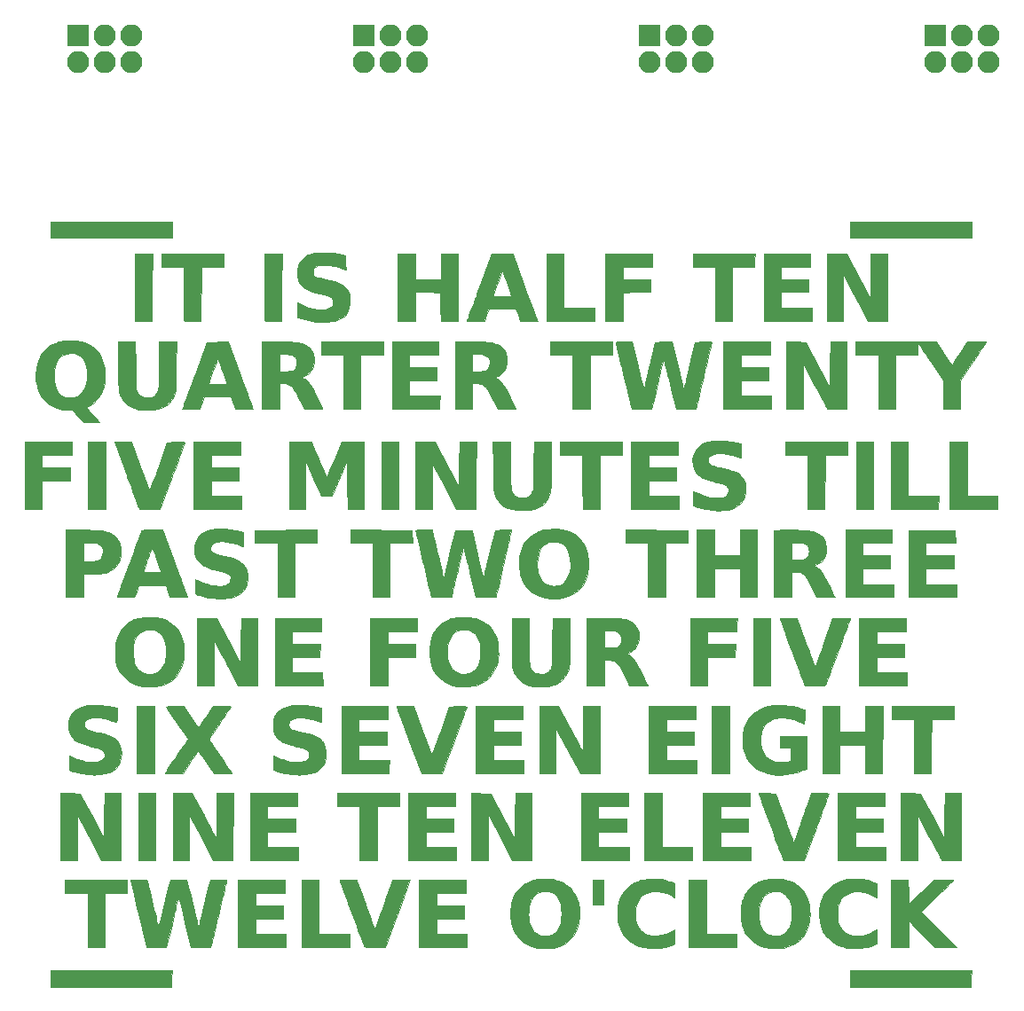
<source format=gbr>
G04 #@! TF.GenerationSoftware,KiCad,Pcbnew,5.1.2*
G04 #@! TF.CreationDate,2019-08-19T18:05:57-05:00*
G04 #@! TF.ProjectId,WordClock,576f7264-436c-46f6-936b-2e6b69636164,rev?*
G04 #@! TF.SameCoordinates,Original*
G04 #@! TF.FileFunction,Soldermask,Bot*
G04 #@! TF.FilePolarity,Negative*
%FSLAX46Y46*%
G04 Gerber Fmt 4.6, Leading zero omitted, Abs format (unit mm)*
G04 Created by KiCad (PCBNEW 5.1.2) date 2019-08-19 18:05:57*
%MOMM*%
%LPD*%
G04 APERTURE LIST*
%ADD10C,0.010000*%
%ADD11R,1.400000X1.400000*%
%ADD12O,2.100000X2.100000*%
%ADD13R,2.100000X2.100000*%
G04 APERTURE END LIST*
D10*
G36*
X110382038Y-146929916D02*
G01*
X110370500Y-147702500D01*
X104602583Y-147713234D01*
X98834666Y-147723969D01*
X98834666Y-146157333D01*
X110393576Y-146157333D01*
X110382038Y-146929916D01*
X110382038Y-146929916D01*
G37*
X110382038Y-146929916D02*
X110370500Y-147702500D01*
X104602583Y-147713234D01*
X98834666Y-147723969D01*
X98834666Y-146157333D01*
X110393576Y-146157333D01*
X110382038Y-146929916D01*
G36*
X186666704Y-146929916D02*
G01*
X186655166Y-147702500D01*
X180887250Y-147713234D01*
X175119333Y-147723969D01*
X175119333Y-146157333D01*
X186678243Y-146157333D01*
X186666704Y-146929916D01*
X186666704Y-146929916D01*
G37*
X186666704Y-146929916D02*
X186655166Y-147702500D01*
X180887250Y-147713234D01*
X175119333Y-147723969D01*
X175119333Y-146157333D01*
X186678243Y-146157333D01*
X186666704Y-146929916D01*
G36*
X146061408Y-137402039D02*
G01*
X146205666Y-137406262D01*
X146718274Y-137449921D01*
X147169297Y-137541052D01*
X147570109Y-137684163D01*
X147932082Y-137883762D01*
X148266588Y-138144358D01*
X148407803Y-138279307D01*
X148719015Y-138648091D01*
X148962235Y-139059633D01*
X149142588Y-139523005D01*
X149176093Y-139639259D01*
X149214383Y-139792805D01*
X149241369Y-139938081D01*
X149258937Y-140095426D01*
X149268972Y-140285183D01*
X149273357Y-140527691D01*
X149274051Y-140696333D01*
X149268220Y-141078697D01*
X149247107Y-141397321D01*
X149206697Y-141672380D01*
X149142972Y-141924046D01*
X149051916Y-142172494D01*
X148929512Y-142437897D01*
X148925868Y-142445220D01*
X148675238Y-142856060D01*
X148362481Y-143211702D01*
X147992440Y-143508748D01*
X147569957Y-143743803D01*
X147099875Y-143913471D01*
X146713666Y-143996613D01*
X146520454Y-144017244D01*
X146272129Y-144029739D01*
X145995911Y-144034114D01*
X145719017Y-144030386D01*
X145468664Y-144018572D01*
X145272071Y-143998688D01*
X145253166Y-143995724D01*
X144756579Y-143874943D01*
X144301684Y-143685777D01*
X143894259Y-143432385D01*
X143540077Y-143118928D01*
X143244916Y-142749563D01*
X143052386Y-142410833D01*
X142929643Y-142136690D01*
X142839229Y-141885848D01*
X142776760Y-141636434D01*
X142737857Y-141366574D01*
X142718136Y-141054394D01*
X142713917Y-140768357D01*
X144418520Y-140768357D01*
X144429573Y-141079571D01*
X144457365Y-141356943D01*
X144485896Y-141511628D01*
X144610186Y-141894609D01*
X144786176Y-142220655D01*
X145009518Y-142484700D01*
X145275866Y-142681677D01*
X145580871Y-142806520D01*
X145601759Y-142811974D01*
X145824920Y-142841999D01*
X146087515Y-142837684D01*
X146353173Y-142802397D01*
X146585521Y-142739505D01*
X146643849Y-142715503D01*
X146932669Y-142538806D01*
X147167959Y-142297502D01*
X147349871Y-141991268D01*
X147478555Y-141619783D01*
X147554163Y-141182724D01*
X147576976Y-140717500D01*
X147551349Y-140223774D01*
X147473959Y-139796015D01*
X147344041Y-139432602D01*
X147160831Y-139131918D01*
X146923563Y-138892344D01*
X146631473Y-138712261D01*
X146629000Y-138711096D01*
X146501496Y-138657083D01*
X146381871Y-138624207D01*
X146241714Y-138607599D01*
X146052613Y-138602393D01*
X145994000Y-138602304D01*
X145779191Y-138606892D01*
X145621176Y-138622809D01*
X145492369Y-138654407D01*
X145380166Y-138699142D01*
X145102444Y-138871026D01*
X144863648Y-139112898D01*
X144669564Y-139416835D01*
X144525978Y-139774915D01*
X144485809Y-139923749D01*
X144446636Y-140161236D01*
X144424207Y-140452509D01*
X144418520Y-140768357D01*
X142713917Y-140768357D01*
X142713166Y-140717500D01*
X142719316Y-140348230D01*
X142740687Y-140041057D01*
X142781660Y-139774106D01*
X142846619Y-139525503D01*
X142939944Y-139273375D01*
X143052386Y-139024166D01*
X143297041Y-138607083D01*
X143602715Y-138247687D01*
X143966804Y-137947804D01*
X144386702Y-137709261D01*
X144859805Y-137533884D01*
X145322275Y-137432597D01*
X145519684Y-137412308D01*
X145774865Y-137401860D01*
X146061408Y-137402039D01*
X146061408Y-137402039D01*
G37*
X146061408Y-137402039D02*
X146205666Y-137406262D01*
X146718274Y-137449921D01*
X147169297Y-137541052D01*
X147570109Y-137684163D01*
X147932082Y-137883762D01*
X148266588Y-138144358D01*
X148407803Y-138279307D01*
X148719015Y-138648091D01*
X148962235Y-139059633D01*
X149142588Y-139523005D01*
X149176093Y-139639259D01*
X149214383Y-139792805D01*
X149241369Y-139938081D01*
X149258937Y-140095426D01*
X149268972Y-140285183D01*
X149273357Y-140527691D01*
X149274051Y-140696333D01*
X149268220Y-141078697D01*
X149247107Y-141397321D01*
X149206697Y-141672380D01*
X149142972Y-141924046D01*
X149051916Y-142172494D01*
X148929512Y-142437897D01*
X148925868Y-142445220D01*
X148675238Y-142856060D01*
X148362481Y-143211702D01*
X147992440Y-143508748D01*
X147569957Y-143743803D01*
X147099875Y-143913471D01*
X146713666Y-143996613D01*
X146520454Y-144017244D01*
X146272129Y-144029739D01*
X145995911Y-144034114D01*
X145719017Y-144030386D01*
X145468664Y-144018572D01*
X145272071Y-143998688D01*
X145253166Y-143995724D01*
X144756579Y-143874943D01*
X144301684Y-143685777D01*
X143894259Y-143432385D01*
X143540077Y-143118928D01*
X143244916Y-142749563D01*
X143052386Y-142410833D01*
X142929643Y-142136690D01*
X142839229Y-141885848D01*
X142776760Y-141636434D01*
X142737857Y-141366574D01*
X142718136Y-141054394D01*
X142713917Y-140768357D01*
X144418520Y-140768357D01*
X144429573Y-141079571D01*
X144457365Y-141356943D01*
X144485896Y-141511628D01*
X144610186Y-141894609D01*
X144786176Y-142220655D01*
X145009518Y-142484700D01*
X145275866Y-142681677D01*
X145580871Y-142806520D01*
X145601759Y-142811974D01*
X145824920Y-142841999D01*
X146087515Y-142837684D01*
X146353173Y-142802397D01*
X146585521Y-142739505D01*
X146643849Y-142715503D01*
X146932669Y-142538806D01*
X147167959Y-142297502D01*
X147349871Y-141991268D01*
X147478555Y-141619783D01*
X147554163Y-141182724D01*
X147576976Y-140717500D01*
X147551349Y-140223774D01*
X147473959Y-139796015D01*
X147344041Y-139432602D01*
X147160831Y-139131918D01*
X146923563Y-138892344D01*
X146631473Y-138712261D01*
X146629000Y-138711096D01*
X146501496Y-138657083D01*
X146381871Y-138624207D01*
X146241714Y-138607599D01*
X146052613Y-138602393D01*
X145994000Y-138602304D01*
X145779191Y-138606892D01*
X145621176Y-138622809D01*
X145492369Y-138654407D01*
X145380166Y-138699142D01*
X145102444Y-138871026D01*
X144863648Y-139112898D01*
X144669564Y-139416835D01*
X144525978Y-139774915D01*
X144485809Y-139923749D01*
X144446636Y-140161236D01*
X144424207Y-140452509D01*
X144418520Y-140768357D01*
X142713917Y-140768357D01*
X142713166Y-140717500D01*
X142719316Y-140348230D01*
X142740687Y-140041057D01*
X142781660Y-139774106D01*
X142846619Y-139525503D01*
X142939944Y-139273375D01*
X143052386Y-139024166D01*
X143297041Y-138607083D01*
X143602715Y-138247687D01*
X143966804Y-137947804D01*
X144386702Y-137709261D01*
X144859805Y-137533884D01*
X145322275Y-137432597D01*
X145519684Y-137412308D01*
X145774865Y-137401860D01*
X146061408Y-137402039D01*
G36*
X156656803Y-137406894D02*
G01*
X157065898Y-137443487D01*
X157450693Y-137520738D01*
X157838261Y-137643052D01*
X157976788Y-137696210D01*
X158334166Y-137838833D01*
X158345824Y-138505583D01*
X158348764Y-138732350D01*
X158349320Y-138926032D01*
X158347607Y-139072353D01*
X158343744Y-139157039D01*
X158340370Y-139172333D01*
X158298252Y-139152148D01*
X158204189Y-139099206D01*
X158078463Y-139024926D01*
X158077262Y-139024202D01*
X157645910Y-138808818D01*
X157192314Y-138665006D01*
X156729975Y-138595259D01*
X156272397Y-138602071D01*
X156011609Y-138642696D01*
X155651548Y-138758644D01*
X155341242Y-138942361D01*
X155082275Y-139191984D01*
X154876233Y-139505653D01*
X154724701Y-139881506D01*
X154639020Y-140254088D01*
X154598497Y-140728572D01*
X154632590Y-141185704D01*
X154739520Y-141615662D01*
X154917508Y-142008621D01*
X154973572Y-142100978D01*
X155135571Y-142299584D01*
X155350423Y-142488385D01*
X155589009Y-142645293D01*
X155822208Y-142748220D01*
X155829988Y-142750595D01*
X156236632Y-142830930D01*
X156670097Y-142840899D01*
X157114043Y-142782971D01*
X157552127Y-142659619D01*
X157968006Y-142473313D01*
X158077262Y-142410797D01*
X158203179Y-142336378D01*
X158297613Y-142283195D01*
X158340284Y-142262668D01*
X158340370Y-142262666D01*
X158345492Y-142302609D01*
X158348534Y-142412920D01*
X158349380Y-142579325D01*
X158347913Y-142787547D01*
X158345824Y-142929416D01*
X158334166Y-143596166D01*
X157977153Y-143738644D01*
X157481488Y-143897692D01*
X156947694Y-143999431D01*
X156399748Y-144041797D01*
X155861629Y-144022725D01*
X155434333Y-143957626D01*
X154904592Y-143807419D01*
X154433542Y-143596621D01*
X154021812Y-143325801D01*
X153670031Y-142995527D01*
X153378828Y-142606368D01*
X153148833Y-142158894D01*
X153011634Y-141767332D01*
X152975059Y-141629542D01*
X152949048Y-141497744D01*
X152931891Y-141353074D01*
X152921876Y-141176671D01*
X152917292Y-140949671D01*
X152916386Y-140717500D01*
X152917803Y-140436970D01*
X152923217Y-140222094D01*
X152934373Y-140053885D01*
X152953014Y-139913361D01*
X152980885Y-139781537D01*
X153013443Y-139661074D01*
X153194153Y-139175426D01*
X153440365Y-138741990D01*
X153749924Y-138363384D01*
X154120676Y-138042229D01*
X154550466Y-137781142D01*
X154566500Y-137773150D01*
X154873876Y-137635890D01*
X155175214Y-137535601D01*
X155493775Y-137467051D01*
X155852819Y-137425007D01*
X156196333Y-137406554D01*
X156656803Y-137406894D01*
X156656803Y-137406894D01*
G37*
X156656803Y-137406894D02*
X157065898Y-137443487D01*
X157450693Y-137520738D01*
X157838261Y-137643052D01*
X157976788Y-137696210D01*
X158334166Y-137838833D01*
X158345824Y-138505583D01*
X158348764Y-138732350D01*
X158349320Y-138926032D01*
X158347607Y-139072353D01*
X158343744Y-139157039D01*
X158340370Y-139172333D01*
X158298252Y-139152148D01*
X158204189Y-139099206D01*
X158078463Y-139024926D01*
X158077262Y-139024202D01*
X157645910Y-138808818D01*
X157192314Y-138665006D01*
X156729975Y-138595259D01*
X156272397Y-138602071D01*
X156011609Y-138642696D01*
X155651548Y-138758644D01*
X155341242Y-138942361D01*
X155082275Y-139191984D01*
X154876233Y-139505653D01*
X154724701Y-139881506D01*
X154639020Y-140254088D01*
X154598497Y-140728572D01*
X154632590Y-141185704D01*
X154739520Y-141615662D01*
X154917508Y-142008621D01*
X154973572Y-142100978D01*
X155135571Y-142299584D01*
X155350423Y-142488385D01*
X155589009Y-142645293D01*
X155822208Y-142748220D01*
X155829988Y-142750595D01*
X156236632Y-142830930D01*
X156670097Y-142840899D01*
X157114043Y-142782971D01*
X157552127Y-142659619D01*
X157968006Y-142473313D01*
X158077262Y-142410797D01*
X158203179Y-142336378D01*
X158297613Y-142283195D01*
X158340284Y-142262668D01*
X158340370Y-142262666D01*
X158345492Y-142302609D01*
X158348534Y-142412920D01*
X158349380Y-142579325D01*
X158347913Y-142787547D01*
X158345824Y-142929416D01*
X158334166Y-143596166D01*
X157977153Y-143738644D01*
X157481488Y-143897692D01*
X156947694Y-143999431D01*
X156399748Y-144041797D01*
X155861629Y-144022725D01*
X155434333Y-143957626D01*
X154904592Y-143807419D01*
X154433542Y-143596621D01*
X154021812Y-143325801D01*
X153670031Y-142995527D01*
X153378828Y-142606368D01*
X153148833Y-142158894D01*
X153011634Y-141767332D01*
X152975059Y-141629542D01*
X152949048Y-141497744D01*
X152931891Y-141353074D01*
X152921876Y-141176671D01*
X152917292Y-140949671D01*
X152916386Y-140717500D01*
X152917803Y-140436970D01*
X152923217Y-140222094D01*
X152934373Y-140053885D01*
X152953014Y-139913361D01*
X152980885Y-139781537D01*
X153013443Y-139661074D01*
X153194153Y-139175426D01*
X153440365Y-138741990D01*
X153749924Y-138363384D01*
X154120676Y-138042229D01*
X154550466Y-137781142D01*
X154566500Y-137773150D01*
X154873876Y-137635890D01*
X155175214Y-137535601D01*
X155493775Y-137467051D01*
X155852819Y-137425007D01*
X156196333Y-137406554D01*
X156656803Y-137406894D01*
G36*
X168314662Y-137401187D02*
G01*
X168577322Y-137420073D01*
X168666917Y-137432695D01*
X169157946Y-137545105D01*
X169589252Y-137708436D01*
X169972543Y-137928153D01*
X170308238Y-138199112D01*
X170631649Y-138554661D01*
X170887476Y-138954260D01*
X171076822Y-139400802D01*
X171200792Y-139897180D01*
X171260490Y-140446289D01*
X171266680Y-140711593D01*
X171235918Y-141286268D01*
X171143557Y-141804981D01*
X170988257Y-142271245D01*
X170768674Y-142688575D01*
X170483469Y-143060483D01*
X170299274Y-143245907D01*
X169968903Y-143511830D01*
X169613079Y-143717995D01*
X169214307Y-143872842D01*
X168776192Y-143980790D01*
X168623240Y-144001606D01*
X168416274Y-144018055D01*
X168177905Y-144029606D01*
X167930741Y-144035731D01*
X167697390Y-144035899D01*
X167500460Y-144029581D01*
X167362561Y-144016247D01*
X167351166Y-144014172D01*
X167262734Y-143996710D01*
X167127580Y-143969971D01*
X167033666Y-143951374D01*
X166580835Y-143821277D01*
X166156390Y-143620007D01*
X165771112Y-143355666D01*
X165435777Y-143036356D01*
X165161165Y-142670179D01*
X165040617Y-142453166D01*
X164916535Y-142182471D01*
X164824420Y-141932146D01*
X164760078Y-141681323D01*
X164719315Y-141409136D01*
X164697936Y-141094718D01*
X164691746Y-140717500D01*
X164691841Y-140711745D01*
X166418284Y-140711745D01*
X166421962Y-140985855D01*
X166433147Y-141239425D01*
X166451830Y-141451526D01*
X166478004Y-141601228D01*
X166479453Y-141606500D01*
X166603053Y-141939019D01*
X166772116Y-142235721D01*
X166975504Y-142480118D01*
X167178785Y-142641782D01*
X167442969Y-142760854D01*
X167748696Y-142826804D01*
X168070568Y-142838345D01*
X168383184Y-142794191D01*
X168616739Y-142714638D01*
X168896318Y-142540660D01*
X169133069Y-142296369D01*
X169323434Y-141986460D01*
X169463857Y-141615628D01*
X169472319Y-141585333D01*
X169508608Y-141418088D01*
X169532099Y-141220568D01*
X169544441Y-140973695D01*
X169547401Y-140717500D01*
X169543062Y-140415143D01*
X169528946Y-140177983D01*
X169503401Y-139986941D01*
X169472319Y-139849666D01*
X169333720Y-139469375D01*
X169143624Y-139152397D01*
X168904116Y-138901465D01*
X168617280Y-138719315D01*
X168606577Y-138714298D01*
X168361645Y-138636090D01*
X168073931Y-138599732D01*
X167774795Y-138606187D01*
X167495596Y-138656419D01*
X167426509Y-138678025D01*
X167165316Y-138811616D01*
X166927173Y-139016705D01*
X166722096Y-139281130D01*
X166560103Y-139592731D01*
X166478792Y-139828500D01*
X166452367Y-139975473D01*
X166433479Y-140185625D01*
X166422121Y-140438025D01*
X166418284Y-140711745D01*
X164691841Y-140711745D01*
X164698012Y-140338520D01*
X164719596Y-140022915D01*
X164760682Y-139750130D01*
X164825450Y-139499607D01*
X164918084Y-139250791D01*
X165042764Y-138983127D01*
X165045848Y-138976973D01*
X165297901Y-138564810D01*
X165610778Y-138211392D01*
X165983854Y-137917219D01*
X166416505Y-137682790D01*
X166868860Y-137519665D01*
X167091194Y-137471669D01*
X167372289Y-137434597D01*
X167686798Y-137409675D01*
X168009372Y-137398130D01*
X168314662Y-137401187D01*
X168314662Y-137401187D01*
G37*
X168314662Y-137401187D02*
X168577322Y-137420073D01*
X168666917Y-137432695D01*
X169157946Y-137545105D01*
X169589252Y-137708436D01*
X169972543Y-137928153D01*
X170308238Y-138199112D01*
X170631649Y-138554661D01*
X170887476Y-138954260D01*
X171076822Y-139400802D01*
X171200792Y-139897180D01*
X171260490Y-140446289D01*
X171266680Y-140711593D01*
X171235918Y-141286268D01*
X171143557Y-141804981D01*
X170988257Y-142271245D01*
X170768674Y-142688575D01*
X170483469Y-143060483D01*
X170299274Y-143245907D01*
X169968903Y-143511830D01*
X169613079Y-143717995D01*
X169214307Y-143872842D01*
X168776192Y-143980790D01*
X168623240Y-144001606D01*
X168416274Y-144018055D01*
X168177905Y-144029606D01*
X167930741Y-144035731D01*
X167697390Y-144035899D01*
X167500460Y-144029581D01*
X167362561Y-144016247D01*
X167351166Y-144014172D01*
X167262734Y-143996710D01*
X167127580Y-143969971D01*
X167033666Y-143951374D01*
X166580835Y-143821277D01*
X166156390Y-143620007D01*
X165771112Y-143355666D01*
X165435777Y-143036356D01*
X165161165Y-142670179D01*
X165040617Y-142453166D01*
X164916535Y-142182471D01*
X164824420Y-141932146D01*
X164760078Y-141681323D01*
X164719315Y-141409136D01*
X164697936Y-141094718D01*
X164691746Y-140717500D01*
X164691841Y-140711745D01*
X166418284Y-140711745D01*
X166421962Y-140985855D01*
X166433147Y-141239425D01*
X166451830Y-141451526D01*
X166478004Y-141601228D01*
X166479453Y-141606500D01*
X166603053Y-141939019D01*
X166772116Y-142235721D01*
X166975504Y-142480118D01*
X167178785Y-142641782D01*
X167442969Y-142760854D01*
X167748696Y-142826804D01*
X168070568Y-142838345D01*
X168383184Y-142794191D01*
X168616739Y-142714638D01*
X168896318Y-142540660D01*
X169133069Y-142296369D01*
X169323434Y-141986460D01*
X169463857Y-141615628D01*
X169472319Y-141585333D01*
X169508608Y-141418088D01*
X169532099Y-141220568D01*
X169544441Y-140973695D01*
X169547401Y-140717500D01*
X169543062Y-140415143D01*
X169528946Y-140177983D01*
X169503401Y-139986941D01*
X169472319Y-139849666D01*
X169333720Y-139469375D01*
X169143624Y-139152397D01*
X168904116Y-138901465D01*
X168617280Y-138719315D01*
X168606577Y-138714298D01*
X168361645Y-138636090D01*
X168073931Y-138599732D01*
X167774795Y-138606187D01*
X167495596Y-138656419D01*
X167426509Y-138678025D01*
X167165316Y-138811616D01*
X166927173Y-139016705D01*
X166722096Y-139281130D01*
X166560103Y-139592731D01*
X166478792Y-139828500D01*
X166452367Y-139975473D01*
X166433479Y-140185625D01*
X166422121Y-140438025D01*
X166418284Y-140711745D01*
X164691841Y-140711745D01*
X164698012Y-140338520D01*
X164719596Y-140022915D01*
X164760682Y-139750130D01*
X164825450Y-139499607D01*
X164918084Y-139250791D01*
X165042764Y-138983127D01*
X165045848Y-138976973D01*
X165297901Y-138564810D01*
X165610778Y-138211392D01*
X165983854Y-137917219D01*
X166416505Y-137682790D01*
X166868860Y-137519665D01*
X167091194Y-137471669D01*
X167372289Y-137434597D01*
X167686798Y-137409675D01*
X168009372Y-137398130D01*
X168314662Y-137401187D01*
G36*
X175627333Y-137420411D02*
G01*
X175910074Y-137421417D01*
X176125874Y-137425113D01*
X176292458Y-137433272D01*
X176427545Y-137447670D01*
X176548858Y-137470082D01*
X176674119Y-137502284D01*
X176791500Y-137537023D01*
X176992260Y-137601937D01*
X177192046Y-137672852D01*
X177356075Y-137737247D01*
X177394750Y-137754167D01*
X177617000Y-137855315D01*
X177617000Y-139167248D01*
X177267750Y-138982970D01*
X176820134Y-138781385D01*
X176379649Y-138650126D01*
X175953084Y-138588833D01*
X175547227Y-138597145D01*
X175168867Y-138674705D01*
X174824794Y-138821151D01*
X174521796Y-139036123D01*
X174420612Y-139133845D01*
X174213287Y-139388775D01*
X174061418Y-139666645D01*
X173960362Y-139981226D01*
X173905480Y-140346286D01*
X173891666Y-140703143D01*
X173907990Y-141112612D01*
X173960234Y-141458128D01*
X174053307Y-141754523D01*
X174192121Y-142016628D01*
X174381583Y-142259273D01*
X174420706Y-142301254D01*
X174710979Y-142546048D01*
X175045233Y-142719496D01*
X175420041Y-142820401D01*
X175831978Y-142847567D01*
X175966000Y-142840880D01*
X176267383Y-142808402D01*
X176530169Y-142755105D01*
X176785789Y-142671993D01*
X177065672Y-142550076D01*
X177183083Y-142492624D01*
X177617000Y-142275570D01*
X177617000Y-143579684D01*
X177379239Y-143688534D01*
X177072058Y-143815079D01*
X176769978Y-143907223D01*
X176450118Y-143969605D01*
X176089597Y-144006864D01*
X175733166Y-144022267D01*
X175386176Y-144025844D01*
X175110013Y-144018199D01*
X174891506Y-143998725D01*
X174765122Y-143977588D01*
X174342162Y-143872813D01*
X173981881Y-143742947D01*
X173663500Y-143577140D01*
X173366236Y-143364539D01*
X173069310Y-143094293D01*
X173064518Y-143089511D01*
X172870342Y-142887493D01*
X172726056Y-142715958D01*
X172614933Y-142553129D01*
X172525115Y-142387210D01*
X172342780Y-141925785D01*
X172222924Y-141424159D01*
X172166336Y-140900117D01*
X172173806Y-140371447D01*
X172246123Y-139855938D01*
X172384075Y-139371375D01*
X172390533Y-139354050D01*
X172596520Y-138924439D01*
X172873029Y-138535455D01*
X173213419Y-138192876D01*
X173611050Y-137902480D01*
X174059281Y-137670044D01*
X174505500Y-137513783D01*
X174640341Y-137479202D01*
X174769415Y-137454176D01*
X174910285Y-137437244D01*
X175080518Y-137426945D01*
X175297676Y-137421816D01*
X175579324Y-137420396D01*
X175627333Y-137420411D01*
X175627333Y-137420411D01*
G37*
X175627333Y-137420411D02*
X175910074Y-137421417D01*
X176125874Y-137425113D01*
X176292458Y-137433272D01*
X176427545Y-137447670D01*
X176548858Y-137470082D01*
X176674119Y-137502284D01*
X176791500Y-137537023D01*
X176992260Y-137601937D01*
X177192046Y-137672852D01*
X177356075Y-137737247D01*
X177394750Y-137754167D01*
X177617000Y-137855315D01*
X177617000Y-139167248D01*
X177267750Y-138982970D01*
X176820134Y-138781385D01*
X176379649Y-138650126D01*
X175953084Y-138588833D01*
X175547227Y-138597145D01*
X175168867Y-138674705D01*
X174824794Y-138821151D01*
X174521796Y-139036123D01*
X174420612Y-139133845D01*
X174213287Y-139388775D01*
X174061418Y-139666645D01*
X173960362Y-139981226D01*
X173905480Y-140346286D01*
X173891666Y-140703143D01*
X173907990Y-141112612D01*
X173960234Y-141458128D01*
X174053307Y-141754523D01*
X174192121Y-142016628D01*
X174381583Y-142259273D01*
X174420706Y-142301254D01*
X174710979Y-142546048D01*
X175045233Y-142719496D01*
X175420041Y-142820401D01*
X175831978Y-142847567D01*
X175966000Y-142840880D01*
X176267383Y-142808402D01*
X176530169Y-142755105D01*
X176785789Y-142671993D01*
X177065672Y-142550076D01*
X177183083Y-142492624D01*
X177617000Y-142275570D01*
X177617000Y-143579684D01*
X177379239Y-143688534D01*
X177072058Y-143815079D01*
X176769978Y-143907223D01*
X176450118Y-143969605D01*
X176089597Y-144006864D01*
X175733166Y-144022267D01*
X175386176Y-144025844D01*
X175110013Y-144018199D01*
X174891506Y-143998725D01*
X174765122Y-143977588D01*
X174342162Y-143872813D01*
X173981881Y-143742947D01*
X173663500Y-143577140D01*
X173366236Y-143364539D01*
X173069310Y-143094293D01*
X173064518Y-143089511D01*
X172870342Y-142887493D01*
X172726056Y-142715958D01*
X172614933Y-142553129D01*
X172525115Y-142387210D01*
X172342780Y-141925785D01*
X172222924Y-141424159D01*
X172166336Y-140900117D01*
X172173806Y-140371447D01*
X172246123Y-139855938D01*
X172384075Y-139371375D01*
X172390533Y-139354050D01*
X172596520Y-138924439D01*
X172873029Y-138535455D01*
X173213419Y-138192876D01*
X173611050Y-137902480D01*
X174059281Y-137670044D01*
X174505500Y-137513783D01*
X174640341Y-137479202D01*
X174769415Y-137454176D01*
X174910285Y-137437244D01*
X175080518Y-137426945D01*
X175297676Y-137421816D01*
X175579324Y-137420396D01*
X175627333Y-137420411D01*
G36*
X106116000Y-138749000D02*
G01*
X103999333Y-138749000D01*
X103999333Y-143913666D01*
X102348333Y-143913666D01*
X102348333Y-138749000D01*
X100187069Y-138749000D01*
X100198784Y-138124583D01*
X100210500Y-137500166D01*
X106116000Y-137478424D01*
X106116000Y-138749000D01*
X106116000Y-138749000D01*
G37*
X106116000Y-138749000D02*
X103999333Y-138749000D01*
X103999333Y-143913666D01*
X102348333Y-143913666D01*
X102348333Y-138749000D01*
X100187069Y-138749000D01*
X100198784Y-138124583D01*
X100210500Y-137500166D01*
X106116000Y-137478424D01*
X106116000Y-138749000D01*
G36*
X108055792Y-137658916D02*
G01*
X108074263Y-137735019D01*
X108110173Y-137884813D01*
X108161452Y-138099604D01*
X108226029Y-138370694D01*
X108301836Y-138689387D01*
X108386802Y-139046987D01*
X108478858Y-139434797D01*
X108575935Y-139844121D01*
X108592301Y-139913166D01*
X108689122Y-140321250D01*
X108780595Y-140706018D01*
X108864758Y-141059273D01*
X108939651Y-141372819D01*
X109003311Y-141638460D01*
X109053777Y-141847998D01*
X109089089Y-141993237D01*
X109107283Y-142065981D01*
X109108734Y-142071239D01*
X109122885Y-142047679D01*
X109154412Y-141947983D01*
X109201681Y-141778521D01*
X109263060Y-141545661D01*
X109336915Y-141255775D01*
X109421613Y-140915230D01*
X109515521Y-140530397D01*
X109617005Y-140107645D01*
X109676231Y-139858008D01*
X109777652Y-139429926D01*
X109873803Y-139026324D01*
X109962844Y-138654770D01*
X110042937Y-138322831D01*
X110112242Y-138038075D01*
X110168922Y-137808070D01*
X110211137Y-137640383D01*
X110237049Y-137542583D01*
X110244312Y-137520018D01*
X110294235Y-137505828D01*
X110417928Y-137494091D01*
X110604515Y-137485363D01*
X110843120Y-137480199D01*
X111046427Y-137479000D01*
X111823190Y-137479000D01*
X111991885Y-138188083D01*
X112041485Y-138397161D01*
X112106877Y-138673719D01*
X112184538Y-139002804D01*
X112270943Y-139369464D01*
X112362569Y-139758744D01*
X112455891Y-140155691D01*
X112535540Y-140494872D01*
X112619120Y-140848769D01*
X112697291Y-141175481D01*
X112767854Y-141466134D01*
X112828610Y-141711854D01*
X112877359Y-141903770D01*
X112911901Y-142033008D01*
X112930038Y-142090694D01*
X112931666Y-142092908D01*
X112945134Y-142053014D01*
X112976094Y-141938224D01*
X113022691Y-141756069D01*
X113083069Y-141514077D01*
X113155370Y-141219780D01*
X113237740Y-140880708D01*
X113328323Y-140504390D01*
X113425261Y-140098358D01*
X113476762Y-139881369D01*
X113576967Y-139459362D01*
X113672211Y-139060230D01*
X113760560Y-138691942D01*
X113840080Y-138362465D01*
X113908838Y-138079768D01*
X113964900Y-137851819D01*
X114006332Y-137686587D01*
X114031201Y-137592038D01*
X114036631Y-137574250D01*
X114051921Y-137540422D01*
X114076497Y-137515732D01*
X114122423Y-137498741D01*
X114201764Y-137488012D01*
X114326585Y-137482105D01*
X114508949Y-137479583D01*
X114760923Y-137479008D01*
X114835618Y-137479000D01*
X115118316Y-137480260D01*
X115325907Y-137484504D01*
X115467922Y-137492421D01*
X115553890Y-137504702D01*
X115593340Y-137522039D01*
X115598666Y-137534324D01*
X115589159Y-137583809D01*
X115561684Y-137708905D01*
X115517808Y-137902845D01*
X115459101Y-138158856D01*
X115387130Y-138470171D01*
X115303465Y-138830018D01*
X115209673Y-139231630D01*
X115107324Y-139668234D01*
X114997985Y-140133063D01*
X114919475Y-140465907D01*
X114804297Y-140953813D01*
X114693402Y-141423861D01*
X114588556Y-141868548D01*
X114491524Y-142280369D01*
X114404073Y-142651820D01*
X114327970Y-142975397D01*
X114264981Y-143243596D01*
X114216871Y-143448912D01*
X114185407Y-143583842D01*
X114175249Y-143627916D01*
X114110213Y-143913666D01*
X112186565Y-143913666D01*
X111617199Y-141521937D01*
X111513167Y-141086505D01*
X111414511Y-140676622D01*
X111323025Y-140299529D01*
X111240499Y-139962465D01*
X111168724Y-139672670D01*
X111109493Y-139437387D01*
X111064597Y-139263854D01*
X111035826Y-139159312D01*
X111025379Y-139130104D01*
X111011265Y-139169908D01*
X110980058Y-139283746D01*
X110933851Y-139463187D01*
X110874736Y-139699800D01*
X110804806Y-139985153D01*
X110726153Y-140310817D01*
X110640869Y-140668361D01*
X110586743Y-140897416D01*
X110491812Y-141300371D01*
X110397072Y-141702160D01*
X110305566Y-142089897D01*
X110220340Y-142450692D01*
X110144439Y-142771657D01*
X110080908Y-143039905D01*
X110032791Y-143242548D01*
X110021667Y-143289250D01*
X109872772Y-143913666D01*
X107954849Y-143913666D01*
X107204080Y-140749250D01*
X107084665Y-140245219D01*
X106971126Y-139764607D01*
X106864962Y-139313846D01*
X106767672Y-138899364D01*
X106680754Y-138527594D01*
X106605710Y-138204965D01*
X106544037Y-137937908D01*
X106497235Y-137732853D01*
X106466803Y-137596232D01*
X106454240Y-137534474D01*
X106453989Y-137531916D01*
X106474714Y-137512211D01*
X106542084Y-137497675D01*
X106664754Y-137487720D01*
X106851378Y-137481758D01*
X107110611Y-137479201D01*
X107232807Y-137479000D01*
X108010948Y-137479000D01*
X108055792Y-137658916D01*
X108055792Y-137658916D01*
G37*
X108055792Y-137658916D02*
X108074263Y-137735019D01*
X108110173Y-137884813D01*
X108161452Y-138099604D01*
X108226029Y-138370694D01*
X108301836Y-138689387D01*
X108386802Y-139046987D01*
X108478858Y-139434797D01*
X108575935Y-139844121D01*
X108592301Y-139913166D01*
X108689122Y-140321250D01*
X108780595Y-140706018D01*
X108864758Y-141059273D01*
X108939651Y-141372819D01*
X109003311Y-141638460D01*
X109053777Y-141847998D01*
X109089089Y-141993237D01*
X109107283Y-142065981D01*
X109108734Y-142071239D01*
X109122885Y-142047679D01*
X109154412Y-141947983D01*
X109201681Y-141778521D01*
X109263060Y-141545661D01*
X109336915Y-141255775D01*
X109421613Y-140915230D01*
X109515521Y-140530397D01*
X109617005Y-140107645D01*
X109676231Y-139858008D01*
X109777652Y-139429926D01*
X109873803Y-139026324D01*
X109962844Y-138654770D01*
X110042937Y-138322831D01*
X110112242Y-138038075D01*
X110168922Y-137808070D01*
X110211137Y-137640383D01*
X110237049Y-137542583D01*
X110244312Y-137520018D01*
X110294235Y-137505828D01*
X110417928Y-137494091D01*
X110604515Y-137485363D01*
X110843120Y-137480199D01*
X111046427Y-137479000D01*
X111823190Y-137479000D01*
X111991885Y-138188083D01*
X112041485Y-138397161D01*
X112106877Y-138673719D01*
X112184538Y-139002804D01*
X112270943Y-139369464D01*
X112362569Y-139758744D01*
X112455891Y-140155691D01*
X112535540Y-140494872D01*
X112619120Y-140848769D01*
X112697291Y-141175481D01*
X112767854Y-141466134D01*
X112828610Y-141711854D01*
X112877359Y-141903770D01*
X112911901Y-142033008D01*
X112930038Y-142090694D01*
X112931666Y-142092908D01*
X112945134Y-142053014D01*
X112976094Y-141938224D01*
X113022691Y-141756069D01*
X113083069Y-141514077D01*
X113155370Y-141219780D01*
X113237740Y-140880708D01*
X113328323Y-140504390D01*
X113425261Y-140098358D01*
X113476762Y-139881369D01*
X113576967Y-139459362D01*
X113672211Y-139060230D01*
X113760560Y-138691942D01*
X113840080Y-138362465D01*
X113908838Y-138079768D01*
X113964900Y-137851819D01*
X114006332Y-137686587D01*
X114031201Y-137592038D01*
X114036631Y-137574250D01*
X114051921Y-137540422D01*
X114076497Y-137515732D01*
X114122423Y-137498741D01*
X114201764Y-137488012D01*
X114326585Y-137482105D01*
X114508949Y-137479583D01*
X114760923Y-137479008D01*
X114835618Y-137479000D01*
X115118316Y-137480260D01*
X115325907Y-137484504D01*
X115467922Y-137492421D01*
X115553890Y-137504702D01*
X115593340Y-137522039D01*
X115598666Y-137534324D01*
X115589159Y-137583809D01*
X115561684Y-137708905D01*
X115517808Y-137902845D01*
X115459101Y-138158856D01*
X115387130Y-138470171D01*
X115303465Y-138830018D01*
X115209673Y-139231630D01*
X115107324Y-139668234D01*
X114997985Y-140133063D01*
X114919475Y-140465907D01*
X114804297Y-140953813D01*
X114693402Y-141423861D01*
X114588556Y-141868548D01*
X114491524Y-142280369D01*
X114404073Y-142651820D01*
X114327970Y-142975397D01*
X114264981Y-143243596D01*
X114216871Y-143448912D01*
X114185407Y-143583842D01*
X114175249Y-143627916D01*
X114110213Y-143913666D01*
X112186565Y-143913666D01*
X111617199Y-141521937D01*
X111513167Y-141086505D01*
X111414511Y-140676622D01*
X111323025Y-140299529D01*
X111240499Y-139962465D01*
X111168724Y-139672670D01*
X111109493Y-139437387D01*
X111064597Y-139263854D01*
X111035826Y-139159312D01*
X111025379Y-139130104D01*
X111011265Y-139169908D01*
X110980058Y-139283746D01*
X110933851Y-139463187D01*
X110874736Y-139699800D01*
X110804806Y-139985153D01*
X110726153Y-140310817D01*
X110640869Y-140668361D01*
X110586743Y-140897416D01*
X110491812Y-141300371D01*
X110397072Y-141702160D01*
X110305566Y-142089897D01*
X110220340Y-142450692D01*
X110144439Y-142771657D01*
X110080908Y-143039905D01*
X110032791Y-143242548D01*
X110021667Y-143289250D01*
X109872772Y-143913666D01*
X107954849Y-143913666D01*
X107204080Y-140749250D01*
X107084665Y-140245219D01*
X106971126Y-139764607D01*
X106864962Y-139313846D01*
X106767672Y-138899364D01*
X106680754Y-138527594D01*
X106605710Y-138204965D01*
X106544037Y-137937908D01*
X106497235Y-137732853D01*
X106466803Y-137596232D01*
X106454240Y-137534474D01*
X106453989Y-137531916D01*
X106474714Y-137512211D01*
X106542084Y-137497675D01*
X106664754Y-137487720D01*
X106851378Y-137481758D01*
X107110611Y-137479201D01*
X107232807Y-137479000D01*
X108010948Y-137479000D01*
X108055792Y-137658916D01*
G36*
X121188930Y-138749000D02*
G01*
X118350333Y-138749000D01*
X118350333Y-139934333D01*
X121017333Y-139934333D01*
X121017333Y-141204333D01*
X118348334Y-141204333D01*
X118371500Y-142664833D01*
X119821416Y-142675972D01*
X121271333Y-142687111D01*
X121271333Y-143913666D01*
X116698801Y-143913666D01*
X116709650Y-140706916D01*
X116720500Y-137500166D01*
X121165500Y-137500166D01*
X121188930Y-138749000D01*
X121188930Y-138749000D01*
G37*
X121188930Y-138749000D02*
X118350333Y-138749000D01*
X118350333Y-139934333D01*
X121017333Y-139934333D01*
X121017333Y-141204333D01*
X118348334Y-141204333D01*
X118371500Y-142664833D01*
X119821416Y-142675972D01*
X121271333Y-142687111D01*
X121271333Y-143913666D01*
X116698801Y-143913666D01*
X116709650Y-140706916D01*
X116720500Y-137500166D01*
X121165500Y-137500166D01*
X121188930Y-138749000D01*
G36*
X123567916Y-137488669D02*
G01*
X124382833Y-137500166D01*
X124393742Y-140093083D01*
X124404650Y-142686000D01*
X127325000Y-142686000D01*
X127325000Y-143913666D01*
X122753000Y-143913666D01*
X122753000Y-137477171D01*
X123567916Y-137488669D01*
X123567916Y-137488669D01*
G37*
X123567916Y-137488669D02*
X124382833Y-137500166D01*
X124393742Y-140093083D01*
X124404650Y-142686000D01*
X127325000Y-142686000D01*
X127325000Y-143913666D01*
X122753000Y-143913666D01*
X122753000Y-137477171D01*
X123567916Y-137488669D01*
G36*
X128078029Y-137595416D02*
G01*
X128227026Y-138011481D01*
X128381876Y-138443066D01*
X128539925Y-138882840D01*
X128698521Y-139323472D01*
X128855012Y-139757629D01*
X129006745Y-140177980D01*
X129151067Y-140577194D01*
X129285325Y-140947938D01*
X129406867Y-141282881D01*
X129513040Y-141574691D01*
X129601192Y-141816036D01*
X129668669Y-141999586D01*
X129712820Y-142118007D01*
X129730929Y-142163862D01*
X129750029Y-142134798D01*
X129794731Y-142032736D01*
X129862441Y-141864514D01*
X129950570Y-141636971D01*
X130056526Y-141356943D01*
X130177716Y-141031269D01*
X130311551Y-140666785D01*
X130455437Y-140270331D01*
X130580778Y-139921507D01*
X130732007Y-139499286D01*
X130875504Y-139099665D01*
X131008609Y-138729986D01*
X131128658Y-138397594D01*
X131232993Y-138109832D01*
X131318950Y-137874044D01*
X131383869Y-137697573D01*
X131425088Y-137587762D01*
X131439089Y-137553083D01*
X131459467Y-137527104D01*
X131498177Y-137507962D01*
X131566811Y-137494634D01*
X131676963Y-137486100D01*
X131840223Y-137481336D01*
X132068184Y-137479321D01*
X132279489Y-137479000D01*
X132574255Y-137480337D01*
X132792955Y-137484725D01*
X132944155Y-137492728D01*
X133036419Y-137504910D01*
X133078311Y-137521834D01*
X133083045Y-137531916D01*
X133068783Y-137579016D01*
X133027248Y-137699399D01*
X132960650Y-137886983D01*
X132871205Y-138135684D01*
X132761124Y-138439419D01*
X132632620Y-138792106D01*
X132487906Y-139187662D01*
X132329196Y-139620005D01*
X132158702Y-140083050D01*
X131978636Y-140570716D01*
X131912592Y-140749250D01*
X130741428Y-143913666D01*
X129755379Y-143913666D01*
X129475231Y-143912361D01*
X129224363Y-143908697D01*
X129014828Y-143903058D01*
X128858677Y-143895821D01*
X128767963Y-143887369D01*
X128749983Y-143881916D01*
X128732386Y-143837858D01*
X128688191Y-143721706D01*
X128620117Y-143540794D01*
X128530882Y-143302459D01*
X128423204Y-143014035D01*
X128299804Y-142682857D01*
X128163399Y-142316260D01*
X128016708Y-141921579D01*
X127862450Y-141506149D01*
X127703343Y-141077305D01*
X127542106Y-140642382D01*
X127381459Y-140208715D01*
X127224118Y-139783640D01*
X127072805Y-139374491D01*
X126930236Y-138988602D01*
X126799130Y-138633310D01*
X126682208Y-138315949D01*
X126582186Y-138043855D01*
X126501784Y-137824361D01*
X126443720Y-137664804D01*
X126410714Y-137572518D01*
X126404223Y-137553083D01*
X126402590Y-137527605D01*
X126420840Y-137508724D01*
X126469620Y-137495460D01*
X126559578Y-137486835D01*
X126701361Y-137481869D01*
X126905614Y-137479584D01*
X127182987Y-137479002D01*
X127210088Y-137479000D01*
X128036384Y-137479000D01*
X128078029Y-137595416D01*
X128078029Y-137595416D01*
G37*
X128078029Y-137595416D02*
X128227026Y-138011481D01*
X128381876Y-138443066D01*
X128539925Y-138882840D01*
X128698521Y-139323472D01*
X128855012Y-139757629D01*
X129006745Y-140177980D01*
X129151067Y-140577194D01*
X129285325Y-140947938D01*
X129406867Y-141282881D01*
X129513040Y-141574691D01*
X129601192Y-141816036D01*
X129668669Y-141999586D01*
X129712820Y-142118007D01*
X129730929Y-142163862D01*
X129750029Y-142134798D01*
X129794731Y-142032736D01*
X129862441Y-141864514D01*
X129950570Y-141636971D01*
X130056526Y-141356943D01*
X130177716Y-141031269D01*
X130311551Y-140666785D01*
X130455437Y-140270331D01*
X130580778Y-139921507D01*
X130732007Y-139499286D01*
X130875504Y-139099665D01*
X131008609Y-138729986D01*
X131128658Y-138397594D01*
X131232993Y-138109832D01*
X131318950Y-137874044D01*
X131383869Y-137697573D01*
X131425088Y-137587762D01*
X131439089Y-137553083D01*
X131459467Y-137527104D01*
X131498177Y-137507962D01*
X131566811Y-137494634D01*
X131676963Y-137486100D01*
X131840223Y-137481336D01*
X132068184Y-137479321D01*
X132279489Y-137479000D01*
X132574255Y-137480337D01*
X132792955Y-137484725D01*
X132944155Y-137492728D01*
X133036419Y-137504910D01*
X133078311Y-137521834D01*
X133083045Y-137531916D01*
X133068783Y-137579016D01*
X133027248Y-137699399D01*
X132960650Y-137886983D01*
X132871205Y-138135684D01*
X132761124Y-138439419D01*
X132632620Y-138792106D01*
X132487906Y-139187662D01*
X132329196Y-139620005D01*
X132158702Y-140083050D01*
X131978636Y-140570716D01*
X131912592Y-140749250D01*
X130741428Y-143913666D01*
X129755379Y-143913666D01*
X129475231Y-143912361D01*
X129224363Y-143908697D01*
X129014828Y-143903058D01*
X128858677Y-143895821D01*
X128767963Y-143887369D01*
X128749983Y-143881916D01*
X128732386Y-143837858D01*
X128688191Y-143721706D01*
X128620117Y-143540794D01*
X128530882Y-143302459D01*
X128423204Y-143014035D01*
X128299804Y-142682857D01*
X128163399Y-142316260D01*
X128016708Y-141921579D01*
X127862450Y-141506149D01*
X127703343Y-141077305D01*
X127542106Y-140642382D01*
X127381459Y-140208715D01*
X127224118Y-139783640D01*
X127072805Y-139374491D01*
X126930236Y-138988602D01*
X126799130Y-138633310D01*
X126682208Y-138315949D01*
X126582186Y-138043855D01*
X126501784Y-137824361D01*
X126443720Y-137664804D01*
X126410714Y-137572518D01*
X126404223Y-137553083D01*
X126402590Y-137527605D01*
X126420840Y-137508724D01*
X126469620Y-137495460D01*
X126559578Y-137486835D01*
X126701361Y-137481869D01*
X126905614Y-137479584D01*
X127182987Y-137479002D01*
X127210088Y-137479000D01*
X128036384Y-137479000D01*
X128078029Y-137595416D01*
G36*
X136204416Y-137489209D02*
G01*
X138437500Y-137500166D01*
X138460930Y-138749000D01*
X135622333Y-138749000D01*
X135622333Y-139933127D01*
X136945250Y-139944313D01*
X138268166Y-139955500D01*
X138279881Y-140579916D01*
X138291596Y-141204333D01*
X135622333Y-141204333D01*
X135622333Y-142686000D01*
X138543333Y-142686000D01*
X138543333Y-143913666D01*
X133971333Y-143913666D01*
X133971333Y-137478251D01*
X136204416Y-137489209D01*
X136204416Y-137489209D01*
G37*
X136204416Y-137489209D02*
X138437500Y-137500166D01*
X138460930Y-138749000D01*
X135622333Y-138749000D01*
X135622333Y-139933127D01*
X136945250Y-139944313D01*
X138268166Y-139955500D01*
X138279881Y-140579916D01*
X138291596Y-141204333D01*
X135622333Y-141204333D01*
X135622333Y-142686000D01*
X138543333Y-142686000D01*
X138543333Y-143913666D01*
X133971333Y-143913666D01*
X133971333Y-137478251D01*
X136204416Y-137489209D01*
G36*
X161403984Y-142686000D02*
G01*
X164282000Y-142686000D01*
X164282000Y-143913666D01*
X159709467Y-143913666D01*
X159720317Y-140706916D01*
X159731166Y-137500166D01*
X161382166Y-137500166D01*
X161403984Y-142686000D01*
X161403984Y-142686000D01*
G37*
X161403984Y-142686000D02*
X164282000Y-142686000D01*
X164282000Y-143913666D01*
X159709467Y-143913666D01*
X159720317Y-140706916D01*
X159731166Y-137500166D01*
X161382166Y-137500166D01*
X161403984Y-142686000D01*
G36*
X179828916Y-137488669D02*
G01*
X180643833Y-137500166D01*
X180665000Y-138660906D01*
X180686166Y-139821645D01*
X181878576Y-138650322D01*
X183070986Y-137479000D01*
X184005826Y-137479000D01*
X184276912Y-137480133D01*
X184517122Y-137483307D01*
X184714398Y-137488182D01*
X184856678Y-137494420D01*
X184931901Y-137501681D01*
X184940666Y-137505273D01*
X184911405Y-137539226D01*
X184827414Y-137626790D01*
X184694382Y-137762258D01*
X184517997Y-137939928D01*
X184303947Y-138154095D01*
X184057922Y-138399056D01*
X183785608Y-138669106D01*
X183492695Y-138958541D01*
X183413567Y-139036560D01*
X181886468Y-140541574D01*
X183572118Y-142227620D01*
X185257769Y-143913666D01*
X183184353Y-143913666D01*
X181924676Y-142654514D01*
X180665000Y-141395362D01*
X180665000Y-143913666D01*
X179014000Y-143913666D01*
X179014000Y-137477171D01*
X179828916Y-137488669D01*
X179828916Y-137488669D01*
G37*
X179828916Y-137488669D02*
X180643833Y-137500166D01*
X180665000Y-138660906D01*
X180686166Y-139821645D01*
X181878576Y-138650322D01*
X183070986Y-137479000D01*
X184005826Y-137479000D01*
X184276912Y-137480133D01*
X184517122Y-137483307D01*
X184714398Y-137488182D01*
X184856678Y-137494420D01*
X184931901Y-137501681D01*
X184940666Y-137505273D01*
X184911405Y-137539226D01*
X184827414Y-137626790D01*
X184694382Y-137762258D01*
X184517997Y-137939928D01*
X184303947Y-138154095D01*
X184057922Y-138399056D01*
X183785608Y-138669106D01*
X183492695Y-138958541D01*
X183413567Y-139036560D01*
X181886468Y-140541574D01*
X183572118Y-142227620D01*
X185257769Y-143913666D01*
X183184353Y-143913666D01*
X181924676Y-142654514D01*
X180665000Y-141395362D01*
X180665000Y-143913666D01*
X179014000Y-143913666D01*
X179014000Y-137477171D01*
X179828916Y-137488669D01*
G36*
X151582000Y-139892000D02*
G01*
X150564681Y-139892000D01*
X150575924Y-138696083D01*
X150587166Y-137500166D01*
X151084583Y-137488239D01*
X151582000Y-137476313D01*
X151582000Y-139892000D01*
X151582000Y-139892000D01*
G37*
X151582000Y-139892000D02*
X150564681Y-139892000D01*
X150575924Y-138696083D01*
X150587166Y-137500166D01*
X151084583Y-137488239D01*
X151582000Y-137476313D01*
X151582000Y-139892000D01*
G36*
X100707761Y-129233773D02*
G01*
X101649523Y-129245166D01*
X102792678Y-131402260D01*
X103935833Y-133559353D01*
X103946801Y-131391676D01*
X103957768Y-129224000D01*
X105523333Y-129224000D01*
X105523333Y-135660317D01*
X104605602Y-135648908D01*
X103687871Y-135637500D01*
X102541852Y-133469245D01*
X102332328Y-133073815D01*
X102134096Y-132701599D01*
X101950738Y-132359198D01*
X101785838Y-132053215D01*
X101642980Y-131790251D01*
X101525747Y-131576908D01*
X101437725Y-131419787D01*
X101382495Y-131325491D01*
X101364083Y-131299662D01*
X101357957Y-131340417D01*
X101352219Y-131457947D01*
X101346986Y-131644361D01*
X101342371Y-131891767D01*
X101338491Y-132192276D01*
X101335459Y-132537994D01*
X101333392Y-132921032D01*
X101332403Y-133333498D01*
X101332333Y-133478500D01*
X101332333Y-135658666D01*
X100577388Y-135658666D01*
X100332699Y-135657155D01*
X100117887Y-135652960D01*
X99947050Y-135646590D01*
X99834285Y-135638553D01*
X99794222Y-135630444D01*
X99789693Y-135584590D01*
X99785389Y-135460676D01*
X99781368Y-135265308D01*
X99777688Y-135005093D01*
X99774406Y-134686636D01*
X99771580Y-134316545D01*
X99769269Y-133901424D01*
X99767530Y-133447882D01*
X99766422Y-132962523D01*
X99766002Y-132451954D01*
X99766000Y-132412301D01*
X99766000Y-129222380D01*
X100707761Y-129233773D01*
X100707761Y-129233773D01*
G37*
X100707761Y-129233773D02*
X101649523Y-129245166D01*
X102792678Y-131402260D01*
X103935833Y-133559353D01*
X103946801Y-131391676D01*
X103957768Y-129224000D01*
X105523333Y-129224000D01*
X105523333Y-135660317D01*
X104605602Y-135648908D01*
X103687871Y-135637500D01*
X102541852Y-133469245D01*
X102332328Y-133073815D01*
X102134096Y-132701599D01*
X101950738Y-132359198D01*
X101785838Y-132053215D01*
X101642980Y-131790251D01*
X101525747Y-131576908D01*
X101437725Y-131419787D01*
X101382495Y-131325491D01*
X101364083Y-131299662D01*
X101357957Y-131340417D01*
X101352219Y-131457947D01*
X101346986Y-131644361D01*
X101342371Y-131891767D01*
X101338491Y-132192276D01*
X101335459Y-132537994D01*
X101333392Y-132921032D01*
X101332403Y-133333498D01*
X101332333Y-133478500D01*
X101332333Y-135658666D01*
X100577388Y-135658666D01*
X100332699Y-135657155D01*
X100117887Y-135652960D01*
X99947050Y-135646590D01*
X99834285Y-135638553D01*
X99794222Y-135630444D01*
X99789693Y-135584590D01*
X99785389Y-135460676D01*
X99781368Y-135265308D01*
X99777688Y-135005093D01*
X99774406Y-134686636D01*
X99771580Y-134316545D01*
X99769269Y-133901424D01*
X99767530Y-133447882D01*
X99766422Y-132962523D01*
X99766002Y-132451954D01*
X99766000Y-132412301D01*
X99766000Y-129222380D01*
X100707761Y-129233773D01*
G36*
X108825333Y-135658666D02*
G01*
X107174333Y-135658666D01*
X107174333Y-129224000D01*
X108825333Y-129224000D01*
X108825333Y-135658666D01*
X108825333Y-135658666D01*
G37*
X108825333Y-135658666D02*
X107174333Y-135658666D01*
X107174333Y-129224000D01*
X108825333Y-129224000D01*
X108825333Y-135658666D01*
G36*
X116212500Y-135637500D02*
G01*
X114366098Y-135637500D01*
X113214965Y-133467724D01*
X112063833Y-131297948D01*
X112042666Y-133467724D01*
X112021500Y-135637500D01*
X111248916Y-135649038D01*
X110476333Y-135660576D01*
X110476333Y-129224000D01*
X112317833Y-129224566D01*
X113439666Y-131345492D01*
X113647984Y-131738854D01*
X113845544Y-132110970D01*
X114028618Y-132454884D01*
X114193482Y-132763640D01*
X114336409Y-133030284D01*
X114453673Y-133247860D01*
X114541549Y-133409412D01*
X114596310Y-133507985D01*
X114613070Y-133535959D01*
X114624919Y-133535920D01*
X114634952Y-133497657D01*
X114643304Y-133415739D01*
X114650110Y-133284739D01*
X114655506Y-133099229D01*
X114659628Y-132853779D01*
X114662609Y-132542962D01*
X114664587Y-132161348D01*
X114665696Y-131703509D01*
X114665986Y-131414750D01*
X114667333Y-129224000D01*
X116234198Y-129224000D01*
X116212500Y-135637500D01*
X116212500Y-135637500D01*
G37*
X116212500Y-135637500D02*
X114366098Y-135637500D01*
X113214965Y-133467724D01*
X112063833Y-131297948D01*
X112042666Y-133467724D01*
X112021500Y-135637500D01*
X111248916Y-135649038D01*
X110476333Y-135660576D01*
X110476333Y-129224000D01*
X112317833Y-129224566D01*
X113439666Y-131345492D01*
X113647984Y-131738854D01*
X113845544Y-132110970D01*
X114028618Y-132454884D01*
X114193482Y-132763640D01*
X114336409Y-133030284D01*
X114453673Y-133247860D01*
X114541549Y-133409412D01*
X114596310Y-133507985D01*
X114613070Y-133535959D01*
X114624919Y-133535920D01*
X114634952Y-133497657D01*
X114643304Y-133415739D01*
X114650110Y-133284739D01*
X114655506Y-133099229D01*
X114659628Y-132853779D01*
X114662609Y-132542962D01*
X114664587Y-132161348D01*
X114665696Y-131703509D01*
X114665986Y-131414750D01*
X114667333Y-129224000D01*
X116234198Y-129224000D01*
X116212500Y-135637500D01*
G36*
X122329666Y-130450525D02*
G01*
X119514500Y-130472833D01*
X119514500Y-131658166D01*
X120837416Y-131669353D01*
X122160333Y-131680539D01*
X122160333Y-132907000D01*
X119493333Y-132907000D01*
X119493333Y-134388666D01*
X122414333Y-134388666D01*
X122414333Y-135658666D01*
X117842333Y-135658666D01*
X117842333Y-129224000D01*
X122329666Y-129224000D01*
X122329666Y-130450525D01*
X122329666Y-130450525D01*
G37*
X122329666Y-130450525D02*
X119514500Y-130472833D01*
X119514500Y-131658166D01*
X120837416Y-131669353D01*
X122160333Y-131680539D01*
X122160333Y-132907000D01*
X119493333Y-132907000D01*
X119493333Y-134388666D01*
X122414333Y-134388666D01*
X122414333Y-135658666D01*
X117842333Y-135658666D01*
X117842333Y-129224000D01*
X122329666Y-129224000D01*
X122329666Y-130450525D01*
G36*
X132108666Y-130450212D02*
G01*
X131039750Y-130461523D01*
X129970833Y-130472833D01*
X129959924Y-133065750D01*
X129949015Y-135658666D01*
X129152063Y-135658666D01*
X128900446Y-135657233D01*
X128678457Y-135653246D01*
X128499780Y-135647174D01*
X128378101Y-135639483D01*
X128327107Y-135630643D01*
X128326888Y-135630444D01*
X128321860Y-135584195D01*
X128317119Y-135460652D01*
X128312744Y-135267190D01*
X128308815Y-135011180D01*
X128305413Y-134699996D01*
X128302618Y-134341012D01*
X128300508Y-133941599D01*
X128299165Y-133509132D01*
X128298667Y-133050983D01*
X128298666Y-133026944D01*
X128298666Y-130451666D01*
X126182000Y-130451666D01*
X126182000Y-129224000D01*
X132108666Y-129224000D01*
X132108666Y-130450212D01*
X132108666Y-130450212D01*
G37*
X132108666Y-130450212D02*
X131039750Y-130461523D01*
X129970833Y-130472833D01*
X129959924Y-133065750D01*
X129949015Y-135658666D01*
X129152063Y-135658666D01*
X128900446Y-135657233D01*
X128678457Y-135653246D01*
X128499780Y-135647174D01*
X128378101Y-135639483D01*
X128327107Y-135630643D01*
X128326888Y-135630444D01*
X128321860Y-135584195D01*
X128317119Y-135460652D01*
X128312744Y-135267190D01*
X128308815Y-135011180D01*
X128305413Y-134699996D01*
X128302618Y-134341012D01*
X128300508Y-133941599D01*
X128299165Y-133509132D01*
X128298667Y-133050983D01*
X128298666Y-133026944D01*
X128298666Y-130451666D01*
X126182000Y-130451666D01*
X126182000Y-129224000D01*
X132108666Y-129224000D01*
X132108666Y-130450212D01*
G36*
X137442666Y-130451666D02*
G01*
X134606333Y-130451666D01*
X134606333Y-131679333D01*
X137273333Y-131679333D01*
X137273333Y-132907000D01*
X134606333Y-132907000D01*
X134606333Y-134388666D01*
X137529596Y-134388666D01*
X137506166Y-135637500D01*
X135230750Y-135648451D01*
X132955333Y-135659402D01*
X132955333Y-129224000D01*
X137442666Y-129224000D01*
X137442666Y-130451666D01*
X137442666Y-130451666D01*
G37*
X137442666Y-130451666D02*
X134606333Y-130451666D01*
X134606333Y-131679333D01*
X137273333Y-131679333D01*
X137273333Y-132907000D01*
X134606333Y-132907000D01*
X134606333Y-134388666D01*
X137529596Y-134388666D01*
X137506166Y-135637500D01*
X135230750Y-135648451D01*
X132955333Y-135659402D01*
X132955333Y-129224000D01*
X137442666Y-129224000D01*
X137442666Y-130451666D01*
G36*
X140848154Y-129245166D02*
G01*
X143136500Y-133563166D01*
X143147467Y-131393583D01*
X143158435Y-129224000D01*
X144724000Y-129224000D01*
X144724000Y-135660317D01*
X143804999Y-135648908D01*
X142885998Y-135637500D01*
X141720082Y-133436839D01*
X140554166Y-131236179D01*
X140543205Y-133447422D01*
X140532244Y-135658666D01*
X139777677Y-135658666D01*
X139533051Y-135657154D01*
X139318304Y-135652958D01*
X139147539Y-135646585D01*
X139034856Y-135638544D01*
X138994888Y-135630444D01*
X138990360Y-135584590D01*
X138986056Y-135460676D01*
X138982035Y-135265308D01*
X138978355Y-135005093D01*
X138975073Y-134686636D01*
X138972247Y-134316545D01*
X138969936Y-133901424D01*
X138968197Y-133447882D01*
X138967089Y-132962523D01*
X138966668Y-132451954D01*
X138966666Y-132412301D01*
X138966666Y-129222380D01*
X140848154Y-129245166D01*
X140848154Y-129245166D01*
G37*
X140848154Y-129245166D02*
X143136500Y-133563166D01*
X143147467Y-131393583D01*
X143158435Y-129224000D01*
X144724000Y-129224000D01*
X144724000Y-135660317D01*
X143804999Y-135648908D01*
X142885998Y-135637500D01*
X141720082Y-133436839D01*
X140554166Y-131236179D01*
X140543205Y-133447422D01*
X140532244Y-135658666D01*
X139777677Y-135658666D01*
X139533051Y-135657154D01*
X139318304Y-135652958D01*
X139147539Y-135646585D01*
X139034856Y-135638544D01*
X138994888Y-135630444D01*
X138990360Y-135584590D01*
X138986056Y-135460676D01*
X138982035Y-135265308D01*
X138978355Y-135005093D01*
X138975073Y-134686636D01*
X138972247Y-134316545D01*
X138969936Y-133901424D01*
X138968197Y-133447882D01*
X138967089Y-132962523D01*
X138966668Y-132451954D01*
X138966666Y-132412301D01*
X138966666Y-129222380D01*
X140848154Y-129245166D01*
G36*
X153910333Y-130450525D02*
G01*
X152502750Y-130461679D01*
X151095166Y-130472833D01*
X151095166Y-131658166D01*
X152418083Y-131669353D01*
X153741000Y-131680539D01*
X153741000Y-132905793D01*
X152418083Y-132916980D01*
X151095166Y-132928166D01*
X151072000Y-134388666D01*
X153995000Y-134388666D01*
X153995000Y-135658666D01*
X151737222Y-135658666D01*
X151307795Y-135658152D01*
X150904064Y-135656673D01*
X150533921Y-135654329D01*
X150205255Y-135651215D01*
X149925957Y-135647430D01*
X149703917Y-135643070D01*
X149547027Y-135638234D01*
X149463176Y-135633018D01*
X149451222Y-135630444D01*
X149446693Y-135584590D01*
X149442388Y-135460676D01*
X149438367Y-135265311D01*
X149434686Y-135005100D01*
X149431404Y-134686651D01*
X149428578Y-134316572D01*
X149426267Y-133901469D01*
X149424529Y-133447950D01*
X149423421Y-132962622D01*
X149423002Y-132452091D01*
X149423000Y-132413111D01*
X149423000Y-129224000D01*
X153910333Y-129224000D01*
X153910333Y-130450525D01*
X153910333Y-130450525D01*
G37*
X153910333Y-130450525D02*
X152502750Y-130461679D01*
X151095166Y-130472833D01*
X151095166Y-131658166D01*
X152418083Y-131669353D01*
X153741000Y-131680539D01*
X153741000Y-132905793D01*
X152418083Y-132916980D01*
X151095166Y-132928166D01*
X151072000Y-134388666D01*
X153995000Y-134388666D01*
X153995000Y-135658666D01*
X151737222Y-135658666D01*
X151307795Y-135658152D01*
X150904064Y-135656673D01*
X150533921Y-135654329D01*
X150205255Y-135651215D01*
X149925957Y-135647430D01*
X149703917Y-135643070D01*
X149547027Y-135638234D01*
X149463176Y-135633018D01*
X149451222Y-135630444D01*
X149446693Y-135584590D01*
X149442388Y-135460676D01*
X149438367Y-135265311D01*
X149434686Y-135005100D01*
X149431404Y-134686651D01*
X149428578Y-134316572D01*
X149426267Y-133901469D01*
X149424529Y-133447950D01*
X149423421Y-132962622D01*
X149423002Y-132452091D01*
X149423000Y-132413111D01*
X149423000Y-129224000D01*
X153910333Y-129224000D01*
X153910333Y-130450525D01*
G36*
X157127666Y-134388666D02*
G01*
X160050930Y-134388666D01*
X160027500Y-135637500D01*
X155476666Y-135659402D01*
X155476666Y-129224000D01*
X157127666Y-129224000D01*
X157127666Y-134388666D01*
X157127666Y-134388666D01*
G37*
X157127666Y-134388666D02*
X160050930Y-134388666D01*
X160027500Y-135637500D01*
X155476666Y-135659402D01*
X155476666Y-129224000D01*
X157127666Y-129224000D01*
X157127666Y-134388666D01*
G36*
X165552000Y-130450525D02*
G01*
X164144416Y-130461679D01*
X162736833Y-130472833D01*
X162736833Y-131658166D01*
X164059750Y-131669353D01*
X165382666Y-131680539D01*
X165382666Y-132905793D01*
X164059750Y-132916980D01*
X162736833Y-132928166D01*
X162713667Y-134388666D01*
X165636666Y-134388666D01*
X165636666Y-135658666D01*
X163378888Y-135658666D01*
X162949461Y-135658152D01*
X162545731Y-135656673D01*
X162175587Y-135654329D01*
X161846921Y-135651215D01*
X161567623Y-135647430D01*
X161345584Y-135643070D01*
X161188693Y-135638234D01*
X161104842Y-135633018D01*
X161092888Y-135630444D01*
X161088359Y-135584590D01*
X161084055Y-135460676D01*
X161080034Y-135265311D01*
X161076353Y-135005100D01*
X161073071Y-134686651D01*
X161070245Y-134316572D01*
X161067934Y-133901469D01*
X161066196Y-133447950D01*
X161065088Y-132962622D01*
X161064668Y-132452091D01*
X161064666Y-132413111D01*
X161064666Y-129224000D01*
X165552000Y-129224000D01*
X165552000Y-130450525D01*
X165552000Y-130450525D01*
G37*
X165552000Y-130450525D02*
X164144416Y-130461679D01*
X162736833Y-130472833D01*
X162736833Y-131658166D01*
X164059750Y-131669353D01*
X165382666Y-131680539D01*
X165382666Y-132905793D01*
X164059750Y-132916980D01*
X162736833Y-132928166D01*
X162713667Y-134388666D01*
X165636666Y-134388666D01*
X165636666Y-135658666D01*
X163378888Y-135658666D01*
X162949461Y-135658152D01*
X162545731Y-135656673D01*
X162175587Y-135654329D01*
X161846921Y-135651215D01*
X161567623Y-135647430D01*
X161345584Y-135643070D01*
X161188693Y-135638234D01*
X161104842Y-135633018D01*
X161092888Y-135630444D01*
X161088359Y-135584590D01*
X161084055Y-135460676D01*
X161080034Y-135265311D01*
X161076353Y-135005100D01*
X161073071Y-134686651D01*
X161070245Y-134316572D01*
X161067934Y-133901469D01*
X161066196Y-133447950D01*
X161065088Y-132962622D01*
X161064668Y-132452091D01*
X161064666Y-132413111D01*
X161064666Y-129224000D01*
X165552000Y-129224000D01*
X165552000Y-130450525D01*
G36*
X172522623Y-129225278D02*
G01*
X172743878Y-129229480D01*
X172897561Y-129237160D01*
X172992200Y-129248869D01*
X173036327Y-129265161D01*
X173042138Y-129276916D01*
X173027267Y-129324012D01*
X172985054Y-129444351D01*
X172917730Y-129631845D01*
X172827526Y-129880404D01*
X172716672Y-130183937D01*
X172587400Y-130536356D01*
X172441941Y-130931570D01*
X172282525Y-131363489D01*
X172111384Y-131826023D01*
X171930748Y-132313084D01*
X171867388Y-132483666D01*
X170695500Y-135637500D01*
X169710499Y-135648865D01*
X168725499Y-135660230D01*
X168689229Y-135564198D01*
X168638829Y-135429875D01*
X168565409Y-135232963D01*
X168471650Y-134980718D01*
X168360227Y-134680397D01*
X168233822Y-134339256D01*
X168095111Y-133964550D01*
X167946773Y-133563538D01*
X167791486Y-133143473D01*
X167631929Y-132711613D01*
X167470781Y-132275214D01*
X167310719Y-131841532D01*
X167154422Y-131417823D01*
X167004569Y-131011343D01*
X166863837Y-130629349D01*
X166734905Y-130279097D01*
X166620452Y-129967842D01*
X166523156Y-129702842D01*
X166445696Y-129491351D01*
X166390749Y-129340628D01*
X166360994Y-129257926D01*
X166356333Y-129244009D01*
X166396525Y-129237876D01*
X166508566Y-129233567D01*
X166679657Y-129231243D01*
X166896996Y-129231062D01*
X167147784Y-129233185D01*
X167185759Y-129233688D01*
X168015185Y-129245166D01*
X168847342Y-131559741D01*
X168999328Y-131981816D01*
X169143098Y-132379797D01*
X169276060Y-132746595D01*
X169395624Y-133075123D01*
X169499196Y-133358291D01*
X169584186Y-133589009D01*
X169648001Y-133760190D01*
X169688051Y-133864744D01*
X169701452Y-133895917D01*
X169720982Y-133863737D01*
X169764630Y-133761954D01*
X169828417Y-133600831D01*
X169908361Y-133390631D01*
X170000481Y-133141619D01*
X170090198Y-132893675D01*
X170202533Y-132580143D01*
X170335631Y-132208714D01*
X170481679Y-131801186D01*
X170632865Y-131379360D01*
X170781374Y-130965037D01*
X170919395Y-130580016D01*
X170931261Y-130546916D01*
X171405531Y-129224000D01*
X172225265Y-129224000D01*
X172522623Y-129225278D01*
X172522623Y-129225278D01*
G37*
X172522623Y-129225278D02*
X172743878Y-129229480D01*
X172897561Y-129237160D01*
X172992200Y-129248869D01*
X173036327Y-129265161D01*
X173042138Y-129276916D01*
X173027267Y-129324012D01*
X172985054Y-129444351D01*
X172917730Y-129631845D01*
X172827526Y-129880404D01*
X172716672Y-130183937D01*
X172587400Y-130536356D01*
X172441941Y-130931570D01*
X172282525Y-131363489D01*
X172111384Y-131826023D01*
X171930748Y-132313084D01*
X171867388Y-132483666D01*
X170695500Y-135637500D01*
X169710499Y-135648865D01*
X168725499Y-135660230D01*
X168689229Y-135564198D01*
X168638829Y-135429875D01*
X168565409Y-135232963D01*
X168471650Y-134980718D01*
X168360227Y-134680397D01*
X168233822Y-134339256D01*
X168095111Y-133964550D01*
X167946773Y-133563538D01*
X167791486Y-133143473D01*
X167631929Y-132711613D01*
X167470781Y-132275214D01*
X167310719Y-131841532D01*
X167154422Y-131417823D01*
X167004569Y-131011343D01*
X166863837Y-130629349D01*
X166734905Y-130279097D01*
X166620452Y-129967842D01*
X166523156Y-129702842D01*
X166445696Y-129491351D01*
X166390749Y-129340628D01*
X166360994Y-129257926D01*
X166356333Y-129244009D01*
X166396525Y-129237876D01*
X166508566Y-129233567D01*
X166679657Y-129231243D01*
X166896996Y-129231062D01*
X167147784Y-129233185D01*
X167185759Y-129233688D01*
X168015185Y-129245166D01*
X168847342Y-131559741D01*
X168999328Y-131981816D01*
X169143098Y-132379797D01*
X169276060Y-132746595D01*
X169395624Y-133075123D01*
X169499196Y-133358291D01*
X169584186Y-133589009D01*
X169648001Y-133760190D01*
X169688051Y-133864744D01*
X169701452Y-133895917D01*
X169720982Y-133863737D01*
X169764630Y-133761954D01*
X169828417Y-133600831D01*
X169908361Y-133390631D01*
X170000481Y-133141619D01*
X170090198Y-132893675D01*
X170202533Y-132580143D01*
X170335631Y-132208714D01*
X170481679Y-131801186D01*
X170632865Y-131379360D01*
X170781374Y-130965037D01*
X170919395Y-130580016D01*
X170931261Y-130546916D01*
X171405531Y-129224000D01*
X172225265Y-129224000D01*
X172522623Y-129225278D01*
G36*
X178379000Y-130451666D02*
G01*
X175585000Y-130451666D01*
X175585000Y-131679333D01*
X178209666Y-131679333D01*
X178209666Y-132907000D01*
X175585000Y-132907000D01*
X175585000Y-134388666D01*
X178508263Y-134388666D01*
X178484833Y-135637500D01*
X176209416Y-135648451D01*
X173934000Y-135659402D01*
X173934000Y-129224000D01*
X178379000Y-129224000D01*
X178379000Y-130451666D01*
X178379000Y-130451666D01*
G37*
X178379000Y-130451666D02*
X175585000Y-130451666D01*
X175585000Y-131679333D01*
X178209666Y-131679333D01*
X178209666Y-132907000D01*
X175585000Y-132907000D01*
X175585000Y-134388666D01*
X178508263Y-134388666D01*
X178484833Y-135637500D01*
X176209416Y-135648451D01*
X173934000Y-135659402D01*
X173934000Y-129224000D01*
X178379000Y-129224000D01*
X178379000Y-130451666D01*
G36*
X180882369Y-129233773D02*
G01*
X181819404Y-129245166D01*
X182967285Y-131409323D01*
X184115166Y-133573481D01*
X184126130Y-131398740D01*
X184137095Y-129224000D01*
X185702666Y-129224000D01*
X185702666Y-135658666D01*
X184797683Y-135658666D01*
X184473444Y-135657268D01*
X184226011Y-135652784D01*
X184047565Y-135644775D01*
X183930284Y-135632805D01*
X183866351Y-135616436D01*
X183851362Y-135605750D01*
X183824438Y-135559511D01*
X183761638Y-135445235D01*
X183666619Y-135269750D01*
X183543039Y-135039887D01*
X183394556Y-134762479D01*
X183224828Y-134444356D01*
X183037512Y-134092348D01*
X182836265Y-133713286D01*
X182671428Y-133402197D01*
X181532833Y-131251561D01*
X181521872Y-133455114D01*
X181510911Y-135658666D01*
X179945333Y-135658666D01*
X179945333Y-129222380D01*
X180882369Y-129233773D01*
X180882369Y-129233773D01*
G37*
X180882369Y-129233773D02*
X181819404Y-129245166D01*
X182967285Y-131409323D01*
X184115166Y-133573481D01*
X184126130Y-131398740D01*
X184137095Y-129224000D01*
X185702666Y-129224000D01*
X185702666Y-135658666D01*
X184797683Y-135658666D01*
X184473444Y-135657268D01*
X184226011Y-135652784D01*
X184047565Y-135644775D01*
X183930284Y-135632805D01*
X183866351Y-135616436D01*
X183851362Y-135605750D01*
X183824438Y-135559511D01*
X183761638Y-135445235D01*
X183666619Y-135269750D01*
X183543039Y-135039887D01*
X183394556Y-134762479D01*
X183224828Y-134444356D01*
X183037512Y-134092348D01*
X182836265Y-133713286D01*
X182671428Y-133402197D01*
X181532833Y-131251561D01*
X181521872Y-133455114D01*
X181510911Y-135658666D01*
X179945333Y-135658666D01*
X179945333Y-129222380D01*
X180882369Y-129233773D01*
G36*
X103268980Y-120827175D02*
G01*
X103534265Y-120837467D01*
X103782137Y-120858008D01*
X104036712Y-120891459D01*
X104322107Y-120940481D01*
X104662438Y-121007738D01*
X104708416Y-121017223D01*
X105142333Y-121107036D01*
X105142333Y-121783789D01*
X105141698Y-122037102D01*
X105138916Y-122217366D01*
X105132670Y-122336197D01*
X105121643Y-122405208D01*
X105104519Y-122436013D01*
X105079979Y-122440227D01*
X105068250Y-122437213D01*
X104993559Y-122411238D01*
X104866127Y-122364640D01*
X104712284Y-122307062D01*
X104697833Y-122301591D01*
X104337460Y-122186038D01*
X103950123Y-122098564D01*
X103556328Y-122041357D01*
X103176578Y-122016607D01*
X102831380Y-122026501D01*
X102546259Y-122071947D01*
X102334382Y-122158439D01*
X102171504Y-122289710D01*
X102063061Y-122451556D01*
X102014488Y-122629776D01*
X102031219Y-122810167D01*
X102118692Y-122978526D01*
X102175690Y-123040241D01*
X102255185Y-123101771D01*
X102361134Y-123158139D01*
X102504314Y-123212788D01*
X102695501Y-123269162D01*
X102945473Y-123330705D01*
X103265007Y-123400860D01*
X103378684Y-123424650D01*
X103889660Y-123544070D01*
X104321544Y-123676293D01*
X104679519Y-123825972D01*
X104968767Y-123997762D01*
X105194471Y-124196314D01*
X105361812Y-124426283D01*
X105475974Y-124692321D01*
X105542138Y-124999082D01*
X105565487Y-125351219D01*
X105565666Y-125388398D01*
X105535485Y-125830946D01*
X105444137Y-126218073D01*
X105290420Y-126550859D01*
X105073129Y-126830386D01*
X104791061Y-127057734D01*
X104443010Y-127233984D01*
X104027774Y-127360215D01*
X103544148Y-127437509D01*
X103258500Y-127459063D01*
X103020121Y-127464898D01*
X102759158Y-127461700D01*
X102522086Y-127450270D01*
X102462362Y-127445337D01*
X101769979Y-127345170D01*
X101067601Y-127172100D01*
X100983083Y-127146673D01*
X100570333Y-127020202D01*
X100570333Y-126322934D01*
X100571608Y-126090689D01*
X100575136Y-125891224D01*
X100580473Y-125738501D01*
X100587173Y-125646487D01*
X100592556Y-125625666D01*
X100638456Y-125643341D01*
X100739432Y-125690057D01*
X100875153Y-125756352D01*
X100899473Y-125768515D01*
X101320383Y-125953950D01*
X101755998Y-126098588D01*
X102191368Y-126199941D01*
X102611541Y-126255527D01*
X103001566Y-126262860D01*
X103346493Y-126219455D01*
X103451222Y-126192584D01*
X103684820Y-126089047D01*
X103854240Y-125941499D01*
X103954513Y-125759311D01*
X103980669Y-125551854D01*
X103927738Y-125328500D01*
X103919592Y-125309442D01*
X103854758Y-125187007D01*
X103774570Y-125103426D01*
X103650059Y-125031158D01*
X103604227Y-125009620D01*
X103480105Y-124962461D01*
X103294829Y-124904203D01*
X103070109Y-124841138D01*
X102827652Y-124779556D01*
X102735238Y-124757819D01*
X102341811Y-124663806D01*
X102019675Y-124577328D01*
X101756394Y-124493349D01*
X101539530Y-124406833D01*
X101356646Y-124312746D01*
X101195307Y-124206052D01*
X101043074Y-124081715D01*
X101024723Y-124065276D01*
X100820387Y-123846498D01*
X100674263Y-123605782D01*
X100581670Y-123329625D01*
X100537925Y-123004524D01*
X100536523Y-122657164D01*
X100547355Y-122445578D01*
X100563452Y-122291214D01*
X100591035Y-122166633D01*
X100636324Y-122044395D01*
X100705540Y-121897060D01*
X100711665Y-121884649D01*
X100898473Y-121579780D01*
X101133699Y-121330212D01*
X101425686Y-121129619D01*
X101782778Y-120971675D01*
X102009666Y-120900773D01*
X102151787Y-120868295D01*
X102314594Y-120845876D01*
X102515816Y-120832095D01*
X102773182Y-120825532D01*
X102962166Y-120824468D01*
X103268980Y-120827175D01*
X103268980Y-120827175D01*
G37*
X103268980Y-120827175D02*
X103534265Y-120837467D01*
X103782137Y-120858008D01*
X104036712Y-120891459D01*
X104322107Y-120940481D01*
X104662438Y-121007738D01*
X104708416Y-121017223D01*
X105142333Y-121107036D01*
X105142333Y-121783789D01*
X105141698Y-122037102D01*
X105138916Y-122217366D01*
X105132670Y-122336197D01*
X105121643Y-122405208D01*
X105104519Y-122436013D01*
X105079979Y-122440227D01*
X105068250Y-122437213D01*
X104993559Y-122411238D01*
X104866127Y-122364640D01*
X104712284Y-122307062D01*
X104697833Y-122301591D01*
X104337460Y-122186038D01*
X103950123Y-122098564D01*
X103556328Y-122041357D01*
X103176578Y-122016607D01*
X102831380Y-122026501D01*
X102546259Y-122071947D01*
X102334382Y-122158439D01*
X102171504Y-122289710D01*
X102063061Y-122451556D01*
X102014488Y-122629776D01*
X102031219Y-122810167D01*
X102118692Y-122978526D01*
X102175690Y-123040241D01*
X102255185Y-123101771D01*
X102361134Y-123158139D01*
X102504314Y-123212788D01*
X102695501Y-123269162D01*
X102945473Y-123330705D01*
X103265007Y-123400860D01*
X103378684Y-123424650D01*
X103889660Y-123544070D01*
X104321544Y-123676293D01*
X104679519Y-123825972D01*
X104968767Y-123997762D01*
X105194471Y-124196314D01*
X105361812Y-124426283D01*
X105475974Y-124692321D01*
X105542138Y-124999082D01*
X105565487Y-125351219D01*
X105565666Y-125388398D01*
X105535485Y-125830946D01*
X105444137Y-126218073D01*
X105290420Y-126550859D01*
X105073129Y-126830386D01*
X104791061Y-127057734D01*
X104443010Y-127233984D01*
X104027774Y-127360215D01*
X103544148Y-127437509D01*
X103258500Y-127459063D01*
X103020121Y-127464898D01*
X102759158Y-127461700D01*
X102522086Y-127450270D01*
X102462362Y-127445337D01*
X101769979Y-127345170D01*
X101067601Y-127172100D01*
X100983083Y-127146673D01*
X100570333Y-127020202D01*
X100570333Y-126322934D01*
X100571608Y-126090689D01*
X100575136Y-125891224D01*
X100580473Y-125738501D01*
X100587173Y-125646487D01*
X100592556Y-125625666D01*
X100638456Y-125643341D01*
X100739432Y-125690057D01*
X100875153Y-125756352D01*
X100899473Y-125768515D01*
X101320383Y-125953950D01*
X101755998Y-126098588D01*
X102191368Y-126199941D01*
X102611541Y-126255527D01*
X103001566Y-126262860D01*
X103346493Y-126219455D01*
X103451222Y-126192584D01*
X103684820Y-126089047D01*
X103854240Y-125941499D01*
X103954513Y-125759311D01*
X103980669Y-125551854D01*
X103927738Y-125328500D01*
X103919592Y-125309442D01*
X103854758Y-125187007D01*
X103774570Y-125103426D01*
X103650059Y-125031158D01*
X103604227Y-125009620D01*
X103480105Y-124962461D01*
X103294829Y-124904203D01*
X103070109Y-124841138D01*
X102827652Y-124779556D01*
X102735238Y-124757819D01*
X102341811Y-124663806D01*
X102019675Y-124577328D01*
X101756394Y-124493349D01*
X101539530Y-124406833D01*
X101356646Y-124312746D01*
X101195307Y-124206052D01*
X101043074Y-124081715D01*
X101024723Y-124065276D01*
X100820387Y-123846498D01*
X100674263Y-123605782D01*
X100581670Y-123329625D01*
X100537925Y-123004524D01*
X100536523Y-122657164D01*
X100547355Y-122445578D01*
X100563452Y-122291214D01*
X100591035Y-122166633D01*
X100636324Y-122044395D01*
X100705540Y-121897060D01*
X100711665Y-121884649D01*
X100898473Y-121579780D01*
X101133699Y-121330212D01*
X101425686Y-121129619D01*
X101782778Y-120971675D01*
X102009666Y-120900773D01*
X102151787Y-120868295D01*
X102314594Y-120845876D01*
X102515816Y-120832095D01*
X102773182Y-120825532D01*
X102962166Y-120824468D01*
X103268980Y-120827175D01*
G36*
X122785070Y-120826894D02*
G01*
X123050720Y-120837377D01*
X123298942Y-120858081D01*
X123553895Y-120891680D01*
X123839739Y-120940848D01*
X124180632Y-121008258D01*
X124224083Y-121017223D01*
X124658000Y-121107036D01*
X124658000Y-121783789D01*
X124657365Y-122037101D01*
X124654583Y-122217365D01*
X124648337Y-122336194D01*
X124637311Y-122405203D01*
X124620187Y-122436005D01*
X124595648Y-122440215D01*
X124583916Y-122437198D01*
X124512048Y-122412969D01*
X124383441Y-122368216D01*
X124221070Y-122310959D01*
X124150000Y-122285705D01*
X123708628Y-122148020D01*
X123295042Y-122063068D01*
X122876099Y-122024791D01*
X122702831Y-122021203D01*
X122360111Y-122032246D01*
X122088785Y-122070318D01*
X121878866Y-122139097D01*
X121720363Y-122242263D01*
X121603288Y-122383493D01*
X121572956Y-122437300D01*
X121527337Y-122610213D01*
X121546240Y-122797006D01*
X121621968Y-122968359D01*
X121745419Y-123094048D01*
X121856303Y-123152237D01*
X122014289Y-123211153D01*
X122228389Y-123273395D01*
X122507613Y-123341560D01*
X122860973Y-123418243D01*
X122894351Y-123425161D01*
X123368013Y-123533609D01*
X123765014Y-123648764D01*
X124093305Y-123774388D01*
X124360840Y-123914245D01*
X124575572Y-124072099D01*
X124745455Y-124251712D01*
X124800254Y-124326969D01*
X124941299Y-124580551D01*
X125031012Y-124857038D01*
X125074819Y-125176988D01*
X125081333Y-125391622D01*
X125050696Y-125833536D01*
X124958096Y-126220459D01*
X124802500Y-126553318D01*
X124582874Y-126833040D01*
X124298183Y-127060550D01*
X123947395Y-127236776D01*
X123529475Y-127362643D01*
X123043390Y-127439078D01*
X122774166Y-127459063D01*
X122537900Y-127464983D01*
X122281078Y-127462077D01*
X122049070Y-127451094D01*
X121988816Y-127446122D01*
X121214395Y-127332066D01*
X120498750Y-127148747D01*
X120086000Y-127019682D01*
X120086000Y-126320176D01*
X120087806Y-126089139D01*
X120092806Y-125892397D01*
X120100372Y-125743432D01*
X120109878Y-125655723D01*
X120117750Y-125638159D01*
X120240608Y-125699578D01*
X120416001Y-125779542D01*
X120617302Y-125866564D01*
X120817884Y-125949156D01*
X120991119Y-126015833D01*
X121004125Y-126020541D01*
X121359415Y-126128621D01*
X121727081Y-126205094D01*
X122091102Y-126249121D01*
X122435457Y-126259864D01*
X122744124Y-126236484D01*
X123001082Y-126178140D01*
X123114175Y-126131045D01*
X123313646Y-125989893D01*
X123437975Y-125811195D01*
X123485983Y-125596736D01*
X123486559Y-125567341D01*
X123473612Y-125409655D01*
X123429791Y-125277248D01*
X123346975Y-125164799D01*
X123217046Y-125066990D01*
X123031882Y-124978502D01*
X122783365Y-124894014D01*
X122463375Y-124808207D01*
X122250905Y-124757819D01*
X121840840Y-124659259D01*
X121503040Y-124566792D01*
X121225853Y-124475249D01*
X120997630Y-124379462D01*
X120806721Y-124274260D01*
X120641475Y-124154475D01*
X120490243Y-124014938D01*
X120427891Y-123948969D01*
X120261944Y-123735783D01*
X120147008Y-123507526D01*
X120078123Y-123247287D01*
X120050330Y-122938154D01*
X120053163Y-122671260D01*
X120093162Y-122281085D01*
X120182394Y-121951879D01*
X120327400Y-121671494D01*
X120534719Y-121427786D01*
X120810893Y-121208606D01*
X120857180Y-121178051D01*
X121092164Y-121046368D01*
X121344015Y-120948537D01*
X121628038Y-120881215D01*
X121959538Y-120841057D01*
X122353819Y-120824719D01*
X122477833Y-120823958D01*
X122785070Y-120826894D01*
X122785070Y-120826894D01*
G37*
X122785070Y-120826894D02*
X123050720Y-120837377D01*
X123298942Y-120858081D01*
X123553895Y-120891680D01*
X123839739Y-120940848D01*
X124180632Y-121008258D01*
X124224083Y-121017223D01*
X124658000Y-121107036D01*
X124658000Y-121783789D01*
X124657365Y-122037101D01*
X124654583Y-122217365D01*
X124648337Y-122336194D01*
X124637311Y-122405203D01*
X124620187Y-122436005D01*
X124595648Y-122440215D01*
X124583916Y-122437198D01*
X124512048Y-122412969D01*
X124383441Y-122368216D01*
X124221070Y-122310959D01*
X124150000Y-122285705D01*
X123708628Y-122148020D01*
X123295042Y-122063068D01*
X122876099Y-122024791D01*
X122702831Y-122021203D01*
X122360111Y-122032246D01*
X122088785Y-122070318D01*
X121878866Y-122139097D01*
X121720363Y-122242263D01*
X121603288Y-122383493D01*
X121572956Y-122437300D01*
X121527337Y-122610213D01*
X121546240Y-122797006D01*
X121621968Y-122968359D01*
X121745419Y-123094048D01*
X121856303Y-123152237D01*
X122014289Y-123211153D01*
X122228389Y-123273395D01*
X122507613Y-123341560D01*
X122860973Y-123418243D01*
X122894351Y-123425161D01*
X123368013Y-123533609D01*
X123765014Y-123648764D01*
X124093305Y-123774388D01*
X124360840Y-123914245D01*
X124575572Y-124072099D01*
X124745455Y-124251712D01*
X124800254Y-124326969D01*
X124941299Y-124580551D01*
X125031012Y-124857038D01*
X125074819Y-125176988D01*
X125081333Y-125391622D01*
X125050696Y-125833536D01*
X124958096Y-126220459D01*
X124802500Y-126553318D01*
X124582874Y-126833040D01*
X124298183Y-127060550D01*
X123947395Y-127236776D01*
X123529475Y-127362643D01*
X123043390Y-127439078D01*
X122774166Y-127459063D01*
X122537900Y-127464983D01*
X122281078Y-127462077D01*
X122049070Y-127451094D01*
X121988816Y-127446122D01*
X121214395Y-127332066D01*
X120498750Y-127148747D01*
X120086000Y-127019682D01*
X120086000Y-126320176D01*
X120087806Y-126089139D01*
X120092806Y-125892397D01*
X120100372Y-125743432D01*
X120109878Y-125655723D01*
X120117750Y-125638159D01*
X120240608Y-125699578D01*
X120416001Y-125779542D01*
X120617302Y-125866564D01*
X120817884Y-125949156D01*
X120991119Y-126015833D01*
X121004125Y-126020541D01*
X121359415Y-126128621D01*
X121727081Y-126205094D01*
X122091102Y-126249121D01*
X122435457Y-126259864D01*
X122744124Y-126236484D01*
X123001082Y-126178140D01*
X123114175Y-126131045D01*
X123313646Y-125989893D01*
X123437975Y-125811195D01*
X123485983Y-125596736D01*
X123486559Y-125567341D01*
X123473612Y-125409655D01*
X123429791Y-125277248D01*
X123346975Y-125164799D01*
X123217046Y-125066990D01*
X123031882Y-124978502D01*
X122783365Y-124894014D01*
X122463375Y-124808207D01*
X122250905Y-124757819D01*
X121840840Y-124659259D01*
X121503040Y-124566792D01*
X121225853Y-124475249D01*
X120997630Y-124379462D01*
X120806721Y-124274260D01*
X120641475Y-124154475D01*
X120490243Y-124014938D01*
X120427891Y-123948969D01*
X120261944Y-123735783D01*
X120147008Y-123507526D01*
X120078123Y-123247287D01*
X120050330Y-122938154D01*
X120053163Y-122671260D01*
X120093162Y-122281085D01*
X120182394Y-121951879D01*
X120327400Y-121671494D01*
X120534719Y-121427786D01*
X120810893Y-121208606D01*
X120857180Y-121178051D01*
X121092164Y-121046368D01*
X121344015Y-120948537D01*
X121628038Y-120881215D01*
X121959538Y-120841057D01*
X122353819Y-120824719D01*
X122477833Y-120823958D01*
X122785070Y-120826894D01*
G36*
X168857857Y-120836258D02*
G01*
X169247097Y-120864598D01*
X169601191Y-120916792D01*
X169944112Y-120996638D01*
X170299832Y-121107933D01*
X170399172Y-121143139D01*
X170759000Y-121273340D01*
X170759000Y-121925503D01*
X170756767Y-122149640D01*
X170750607Y-122340525D01*
X170741327Y-122483720D01*
X170729735Y-122564788D01*
X170722526Y-122577666D01*
X170670590Y-122560703D01*
X170561023Y-122515134D01*
X170412548Y-122448941D01*
X170318489Y-122405420D01*
X169781091Y-122195229D01*
X169240814Y-122068043D01*
X168690874Y-122022292D01*
X168663500Y-122022116D01*
X168347866Y-122028868D01*
X168090992Y-122054222D01*
X167868146Y-122102717D01*
X167654596Y-122178893D01*
X167547471Y-122226934D01*
X167261803Y-122407099D01*
X167012451Y-122654326D01*
X166809255Y-122955254D01*
X166662056Y-123296526D01*
X166607040Y-123503697D01*
X166579829Y-123708149D01*
X166568802Y-123961520D01*
X166572698Y-124240073D01*
X166590254Y-124520072D01*
X166620208Y-124777781D01*
X166661298Y-124989461D01*
X166691143Y-125085459D01*
X166872707Y-125446984D01*
X167112561Y-125748607D01*
X167408025Y-125987550D01*
X167711000Y-126143399D01*
X167815365Y-126181414D01*
X167919646Y-126207674D01*
X168042634Y-126224259D01*
X168203120Y-126233246D01*
X168419897Y-126236713D01*
X168557666Y-126237025D01*
X168835586Y-126233105D01*
X169058633Y-126222001D01*
X169216214Y-126204450D01*
X169287916Y-126186308D01*
X169404333Y-126135762D01*
X169404333Y-124908686D01*
X168906916Y-124896760D01*
X168409500Y-124884833D01*
X168397687Y-124323916D01*
X168385875Y-123763000D01*
X170970666Y-123763000D01*
X170970666Y-126886781D01*
X170600250Y-127034756D01*
X170058574Y-127218430D01*
X169478032Y-127356349D01*
X168895859Y-127439861D01*
X168832833Y-127445394D01*
X168599214Y-127464053D01*
X168425261Y-127475485D01*
X168286278Y-127479611D01*
X168157565Y-127476354D01*
X168014426Y-127465637D01*
X167832164Y-127447382D01*
X167782043Y-127442102D01*
X167265944Y-127353243D01*
X166782849Y-127201682D01*
X166341693Y-126992151D01*
X165951412Y-126729382D01*
X165620942Y-126418108D01*
X165454907Y-126209775D01*
X165300666Y-125980193D01*
X165183501Y-125772235D01*
X165087768Y-125553535D01*
X164997818Y-125291727D01*
X164974471Y-125215979D01*
X164930561Y-125063418D01*
X164899556Y-124929082D01*
X164879200Y-124792347D01*
X164867235Y-124632589D01*
X164861404Y-124429182D01*
X164859459Y-124165166D01*
X164863914Y-123809454D01*
X164881732Y-123517159D01*
X164916537Y-123267591D01*
X164971954Y-123040063D01*
X165051607Y-122813887D01*
X165127055Y-122637936D01*
X165369729Y-122198138D01*
X165672327Y-121817534D01*
X166035420Y-121495662D01*
X166459577Y-121232061D01*
X166945370Y-121026272D01*
X167229631Y-120940057D01*
X167391163Y-120899044D01*
X167533390Y-120869434D01*
X167675690Y-120849387D01*
X167837441Y-120837060D01*
X168038020Y-120830615D01*
X168296806Y-120828209D01*
X168409500Y-120827975D01*
X168857857Y-120836258D01*
X168857857Y-120836258D01*
G37*
X168857857Y-120836258D02*
X169247097Y-120864598D01*
X169601191Y-120916792D01*
X169944112Y-120996638D01*
X170299832Y-121107933D01*
X170399172Y-121143139D01*
X170759000Y-121273340D01*
X170759000Y-121925503D01*
X170756767Y-122149640D01*
X170750607Y-122340525D01*
X170741327Y-122483720D01*
X170729735Y-122564788D01*
X170722526Y-122577666D01*
X170670590Y-122560703D01*
X170561023Y-122515134D01*
X170412548Y-122448941D01*
X170318489Y-122405420D01*
X169781091Y-122195229D01*
X169240814Y-122068043D01*
X168690874Y-122022292D01*
X168663500Y-122022116D01*
X168347866Y-122028868D01*
X168090992Y-122054222D01*
X167868146Y-122102717D01*
X167654596Y-122178893D01*
X167547471Y-122226934D01*
X167261803Y-122407099D01*
X167012451Y-122654326D01*
X166809255Y-122955254D01*
X166662056Y-123296526D01*
X166607040Y-123503697D01*
X166579829Y-123708149D01*
X166568802Y-123961520D01*
X166572698Y-124240073D01*
X166590254Y-124520072D01*
X166620208Y-124777781D01*
X166661298Y-124989461D01*
X166691143Y-125085459D01*
X166872707Y-125446984D01*
X167112561Y-125748607D01*
X167408025Y-125987550D01*
X167711000Y-126143399D01*
X167815365Y-126181414D01*
X167919646Y-126207674D01*
X168042634Y-126224259D01*
X168203120Y-126233246D01*
X168419897Y-126236713D01*
X168557666Y-126237025D01*
X168835586Y-126233105D01*
X169058633Y-126222001D01*
X169216214Y-126204450D01*
X169287916Y-126186308D01*
X169404333Y-126135762D01*
X169404333Y-124908686D01*
X168906916Y-124896760D01*
X168409500Y-124884833D01*
X168397687Y-124323916D01*
X168385875Y-123763000D01*
X170970666Y-123763000D01*
X170970666Y-126886781D01*
X170600250Y-127034756D01*
X170058574Y-127218430D01*
X169478032Y-127356349D01*
X168895859Y-127439861D01*
X168832833Y-127445394D01*
X168599214Y-127464053D01*
X168425261Y-127475485D01*
X168286278Y-127479611D01*
X168157565Y-127476354D01*
X168014426Y-127465637D01*
X167832164Y-127447382D01*
X167782043Y-127442102D01*
X167265944Y-127353243D01*
X166782849Y-127201682D01*
X166341693Y-126992151D01*
X165951412Y-126729382D01*
X165620942Y-126418108D01*
X165454907Y-126209775D01*
X165300666Y-125980193D01*
X165183501Y-125772235D01*
X165087768Y-125553535D01*
X164997818Y-125291727D01*
X164974471Y-125215979D01*
X164930561Y-125063418D01*
X164899556Y-124929082D01*
X164879200Y-124792347D01*
X164867235Y-124632589D01*
X164861404Y-124429182D01*
X164859459Y-124165166D01*
X164863914Y-123809454D01*
X164881732Y-123517159D01*
X164916537Y-123267591D01*
X164971954Y-123040063D01*
X165051607Y-122813887D01*
X165127055Y-122637936D01*
X165369729Y-122198138D01*
X165672327Y-121817534D01*
X166035420Y-121495662D01*
X166459577Y-121232061D01*
X166945370Y-121026272D01*
X167229631Y-120940057D01*
X167391163Y-120899044D01*
X167533390Y-120869434D01*
X167675690Y-120849387D01*
X167837441Y-120837060D01*
X168038020Y-120830615D01*
X168296806Y-120828209D01*
X168409500Y-120827975D01*
X168857857Y-120836258D01*
G36*
X108698333Y-127361333D02*
G01*
X107047333Y-127361333D01*
X107047333Y-120926666D01*
X108698333Y-120926666D01*
X108698333Y-127361333D01*
X108698333Y-127361333D01*
G37*
X108698333Y-127361333D02*
X107047333Y-127361333D01*
X107047333Y-120926666D01*
X108698333Y-120926666D01*
X108698333Y-127361333D01*
G36*
X111513500Y-120926724D02*
G01*
X112902828Y-122972974D01*
X112995068Y-122857293D01*
X113043537Y-122791104D01*
X113131591Y-122665473D01*
X113251726Y-122491323D01*
X113396439Y-122279577D01*
X113558227Y-122041158D01*
X113697404Y-121834852D01*
X114307500Y-120928091D01*
X115164750Y-120927379D01*
X115423768Y-120928267D01*
X115651378Y-120931158D01*
X115834985Y-120935717D01*
X115961994Y-120941608D01*
X116019813Y-120948498D01*
X116022000Y-120950178D01*
X115998904Y-120988979D01*
X115932857Y-121090418D01*
X115828719Y-121247257D01*
X115691349Y-121452259D01*
X115525607Y-121698187D01*
X115336355Y-121977803D01*
X115128450Y-122283869D01*
X114985246Y-122494106D01*
X114767363Y-122814041D01*
X114564542Y-123112646D01*
X114381708Y-123382612D01*
X114223785Y-123616631D01*
X114095698Y-123807395D01*
X114002373Y-123947594D01*
X113948734Y-124029921D01*
X113937496Y-124048898D01*
X113958281Y-124089930D01*
X114022154Y-124193672D01*
X114124397Y-124352956D01*
X114260295Y-124560612D01*
X114425131Y-124809470D01*
X114614188Y-125092362D01*
X114822749Y-125402118D01*
X114996884Y-125659166D01*
X115218749Y-125986406D01*
X115426136Y-126293435D01*
X115614132Y-126572901D01*
X115777827Y-126817449D01*
X115912309Y-127019727D01*
X116012669Y-127172380D01*
X116073994Y-127268055D01*
X116091496Y-127298195D01*
X116090368Y-127319900D01*
X116061294Y-127336080D01*
X115994206Y-127347512D01*
X115879032Y-127354970D01*
X115705705Y-127359231D01*
X115464153Y-127361069D01*
X115271711Y-127361333D01*
X114427698Y-127361333D01*
X113671025Y-126254958D01*
X113460333Y-125947567D01*
X113291793Y-125703865D01*
X113160232Y-125517338D01*
X113060474Y-125381473D01*
X112987344Y-125289756D01*
X112935667Y-125235672D01*
X112900266Y-125212709D01*
X112875968Y-125214352D01*
X112858648Y-125232478D01*
X112821105Y-125288249D01*
X112742572Y-125404345D01*
X112629631Y-125571054D01*
X112488865Y-125778665D01*
X112326859Y-126017465D01*
X112150194Y-126277742D01*
X112115888Y-126328270D01*
X111428833Y-127340166D01*
X110571583Y-127351626D01*
X110312586Y-127353860D01*
X110084992Y-127353475D01*
X109901390Y-127350685D01*
X109774372Y-127345708D01*
X109716528Y-127338760D01*
X109714333Y-127336914D01*
X109737204Y-127298531D01*
X109802029Y-127198592D01*
X109903120Y-127045534D01*
X110034793Y-126847792D01*
X110191362Y-126613804D01*
X110367141Y-126352006D01*
X110556445Y-126070835D01*
X110753589Y-125778728D01*
X110952886Y-125484121D01*
X111148651Y-125195451D01*
X111335199Y-124921154D01*
X111506844Y-124669668D01*
X111657900Y-124449429D01*
X111756311Y-124306871D01*
X111922151Y-124067577D01*
X110889120Y-122550038D01*
X110670971Y-122229409D01*
X110467090Y-121929435D01*
X110282522Y-121657563D01*
X110122313Y-121421237D01*
X109991506Y-121227903D01*
X109895146Y-121085006D01*
X109838278Y-120999991D01*
X109825046Y-120979583D01*
X109831224Y-120961075D01*
X109880041Y-120947167D01*
X109979987Y-120937317D01*
X110139551Y-120930983D01*
X110367220Y-120927624D01*
X110653751Y-120926695D01*
X111513500Y-120926724D01*
X111513500Y-120926724D01*
G37*
X111513500Y-120926724D02*
X112902828Y-122972974D01*
X112995068Y-122857293D01*
X113043537Y-122791104D01*
X113131591Y-122665473D01*
X113251726Y-122491323D01*
X113396439Y-122279577D01*
X113558227Y-122041158D01*
X113697404Y-121834852D01*
X114307500Y-120928091D01*
X115164750Y-120927379D01*
X115423768Y-120928267D01*
X115651378Y-120931158D01*
X115834985Y-120935717D01*
X115961994Y-120941608D01*
X116019813Y-120948498D01*
X116022000Y-120950178D01*
X115998904Y-120988979D01*
X115932857Y-121090418D01*
X115828719Y-121247257D01*
X115691349Y-121452259D01*
X115525607Y-121698187D01*
X115336355Y-121977803D01*
X115128450Y-122283869D01*
X114985246Y-122494106D01*
X114767363Y-122814041D01*
X114564542Y-123112646D01*
X114381708Y-123382612D01*
X114223785Y-123616631D01*
X114095698Y-123807395D01*
X114002373Y-123947594D01*
X113948734Y-124029921D01*
X113937496Y-124048898D01*
X113958281Y-124089930D01*
X114022154Y-124193672D01*
X114124397Y-124352956D01*
X114260295Y-124560612D01*
X114425131Y-124809470D01*
X114614188Y-125092362D01*
X114822749Y-125402118D01*
X114996884Y-125659166D01*
X115218749Y-125986406D01*
X115426136Y-126293435D01*
X115614132Y-126572901D01*
X115777827Y-126817449D01*
X115912309Y-127019727D01*
X116012669Y-127172380D01*
X116073994Y-127268055D01*
X116091496Y-127298195D01*
X116090368Y-127319900D01*
X116061294Y-127336080D01*
X115994206Y-127347512D01*
X115879032Y-127354970D01*
X115705705Y-127359231D01*
X115464153Y-127361069D01*
X115271711Y-127361333D01*
X114427698Y-127361333D01*
X113671025Y-126254958D01*
X113460333Y-125947567D01*
X113291793Y-125703865D01*
X113160232Y-125517338D01*
X113060474Y-125381473D01*
X112987344Y-125289756D01*
X112935667Y-125235672D01*
X112900266Y-125212709D01*
X112875968Y-125214352D01*
X112858648Y-125232478D01*
X112821105Y-125288249D01*
X112742572Y-125404345D01*
X112629631Y-125571054D01*
X112488865Y-125778665D01*
X112326859Y-126017465D01*
X112150194Y-126277742D01*
X112115888Y-126328270D01*
X111428833Y-127340166D01*
X110571583Y-127351626D01*
X110312586Y-127353860D01*
X110084992Y-127353475D01*
X109901390Y-127350685D01*
X109774372Y-127345708D01*
X109716528Y-127338760D01*
X109714333Y-127336914D01*
X109737204Y-127298531D01*
X109802029Y-127198592D01*
X109903120Y-127045534D01*
X110034793Y-126847792D01*
X110191362Y-126613804D01*
X110367141Y-126352006D01*
X110556445Y-126070835D01*
X110753589Y-125778728D01*
X110952886Y-125484121D01*
X111148651Y-125195451D01*
X111335199Y-124921154D01*
X111506844Y-124669668D01*
X111657900Y-124449429D01*
X111756311Y-124306871D01*
X111922151Y-124067577D01*
X110889120Y-122550038D01*
X110670971Y-122229409D01*
X110467090Y-121929435D01*
X110282522Y-121657563D01*
X110122313Y-121421237D01*
X109991506Y-121227903D01*
X109895146Y-121085006D01*
X109838278Y-120999991D01*
X109825046Y-120979583D01*
X109831224Y-120961075D01*
X109880041Y-120947167D01*
X109979987Y-120937317D01*
X110139551Y-120930983D01*
X110367220Y-120927624D01*
X110653751Y-120926695D01*
X111513500Y-120926724D01*
G36*
X131008000Y-122154333D02*
G01*
X128214000Y-122154333D01*
X128214000Y-123382000D01*
X130881000Y-123382000D01*
X130881000Y-124609666D01*
X128214000Y-124609666D01*
X128214000Y-126091333D01*
X131137263Y-126091333D01*
X131125548Y-126715750D01*
X131113833Y-127340166D01*
X128838416Y-127351117D01*
X126563000Y-127362068D01*
X126563000Y-120926666D01*
X131008000Y-120926666D01*
X131008000Y-122154333D01*
X131008000Y-122154333D01*
G37*
X131008000Y-122154333D02*
X128214000Y-122154333D01*
X128214000Y-123382000D01*
X130881000Y-123382000D01*
X130881000Y-124609666D01*
X128214000Y-124609666D01*
X128214000Y-126091333D01*
X131137263Y-126091333D01*
X131125548Y-126715750D01*
X131113833Y-127340166D01*
X128838416Y-127351117D01*
X126563000Y-127362068D01*
X126563000Y-120926666D01*
X131008000Y-120926666D01*
X131008000Y-122154333D01*
G36*
X134329825Y-123275083D02*
G01*
X134482467Y-123698839D01*
X134626970Y-124097272D01*
X134760777Y-124463514D01*
X134881333Y-124790695D01*
X134986079Y-125071948D01*
X135072460Y-125300404D01*
X135137917Y-125469195D01*
X135179896Y-125571452D01*
X135195605Y-125600839D01*
X135213646Y-125557930D01*
X135257589Y-125442386D01*
X135324843Y-125261304D01*
X135412821Y-125021778D01*
X135518932Y-124730903D01*
X135640586Y-124395774D01*
X135775195Y-124023487D01*
X135920169Y-123621135D01*
X136048821Y-123263005D01*
X136879376Y-120947833D01*
X137716233Y-120936338D01*
X138011669Y-120933331D01*
X138231418Y-120933854D01*
X138384404Y-120938369D01*
X138479554Y-120947341D01*
X138525790Y-120961231D01*
X138532830Y-120978672D01*
X138515162Y-121026243D01*
X138470449Y-121146864D01*
X138401042Y-121334186D01*
X138309294Y-121581858D01*
X138197556Y-121883533D01*
X138068179Y-122232859D01*
X137923515Y-122623488D01*
X137765916Y-123049070D01*
X137597734Y-123503255D01*
X137431019Y-123953500D01*
X137252767Y-124434867D01*
X137081198Y-124898094D01*
X136918871Y-125336278D01*
X136768346Y-125742514D01*
X136632181Y-126109899D01*
X136512935Y-126431529D01*
X136413168Y-126700500D01*
X136335439Y-126909909D01*
X136282307Y-127052850D01*
X136258026Y-127117916D01*
X136166583Y-127361333D01*
X134202954Y-127361333D01*
X133063585Y-124281583D01*
X132881900Y-123790675D01*
X132707717Y-123320410D01*
X132543416Y-122877189D01*
X132391375Y-122467415D01*
X132253974Y-122097487D01*
X132133593Y-121773808D01*
X132032611Y-121502778D01*
X131953407Y-121290800D01*
X131898360Y-121144274D01*
X131869851Y-121069601D01*
X131867707Y-121064250D01*
X131811197Y-120926666D01*
X133486706Y-120926666D01*
X134329825Y-123275083D01*
X134329825Y-123275083D01*
G37*
X134329825Y-123275083D02*
X134482467Y-123698839D01*
X134626970Y-124097272D01*
X134760777Y-124463514D01*
X134881333Y-124790695D01*
X134986079Y-125071948D01*
X135072460Y-125300404D01*
X135137917Y-125469195D01*
X135179896Y-125571452D01*
X135195605Y-125600839D01*
X135213646Y-125557930D01*
X135257589Y-125442386D01*
X135324843Y-125261304D01*
X135412821Y-125021778D01*
X135518932Y-124730903D01*
X135640586Y-124395774D01*
X135775195Y-124023487D01*
X135920169Y-123621135D01*
X136048821Y-123263005D01*
X136879376Y-120947833D01*
X137716233Y-120936338D01*
X138011669Y-120933331D01*
X138231418Y-120933854D01*
X138384404Y-120938369D01*
X138479554Y-120947341D01*
X138525790Y-120961231D01*
X138532830Y-120978672D01*
X138515162Y-121026243D01*
X138470449Y-121146864D01*
X138401042Y-121334186D01*
X138309294Y-121581858D01*
X138197556Y-121883533D01*
X138068179Y-122232859D01*
X137923515Y-122623488D01*
X137765916Y-123049070D01*
X137597734Y-123503255D01*
X137431019Y-123953500D01*
X137252767Y-124434867D01*
X137081198Y-124898094D01*
X136918871Y-125336278D01*
X136768346Y-125742514D01*
X136632181Y-126109899D01*
X136512935Y-126431529D01*
X136413168Y-126700500D01*
X136335439Y-126909909D01*
X136282307Y-127052850D01*
X136258026Y-127117916D01*
X136166583Y-127361333D01*
X134202954Y-127361333D01*
X133063585Y-124281583D01*
X132881900Y-123790675D01*
X132707717Y-123320410D01*
X132543416Y-122877189D01*
X132391375Y-122467415D01*
X132253974Y-122097487D01*
X132133593Y-121773808D01*
X132032611Y-121502778D01*
X131953407Y-121290800D01*
X131898360Y-121144274D01*
X131869851Y-121069601D01*
X131867707Y-121064250D01*
X131811197Y-120926666D01*
X133486706Y-120926666D01*
X134329825Y-123275083D01*
G36*
X143877333Y-122153191D02*
G01*
X142469750Y-122164345D01*
X141062166Y-122175500D01*
X141062166Y-123360833D01*
X142385083Y-123372019D01*
X143708000Y-123383206D01*
X143708000Y-124608460D01*
X142385083Y-124619646D01*
X141062166Y-124630833D01*
X141039000Y-126091333D01*
X143962000Y-126091333D01*
X143962000Y-127361333D01*
X141704222Y-127361333D01*
X141274795Y-127360818D01*
X140871064Y-127359340D01*
X140500921Y-127356995D01*
X140172255Y-127353882D01*
X139892957Y-127350096D01*
X139670917Y-127345737D01*
X139514027Y-127340900D01*
X139430176Y-127335685D01*
X139418222Y-127333111D01*
X139413693Y-127287256D01*
X139409388Y-127163343D01*
X139405367Y-126967977D01*
X139401686Y-126707766D01*
X139398404Y-126389318D01*
X139395578Y-126019239D01*
X139393267Y-125604136D01*
X139391529Y-125150617D01*
X139390421Y-124665288D01*
X139390002Y-124154758D01*
X139390000Y-124115777D01*
X139390000Y-120926666D01*
X143877333Y-120926666D01*
X143877333Y-122153191D01*
X143877333Y-122153191D01*
G37*
X143877333Y-122153191D02*
X142469750Y-122164345D01*
X141062166Y-122175500D01*
X141062166Y-123360833D01*
X142385083Y-123372019D01*
X143708000Y-123383206D01*
X143708000Y-124608460D01*
X142385083Y-124619646D01*
X141062166Y-124630833D01*
X141039000Y-126091333D01*
X143962000Y-126091333D01*
X143962000Y-127361333D01*
X141704222Y-127361333D01*
X141274795Y-127360818D01*
X140871064Y-127359340D01*
X140500921Y-127356995D01*
X140172255Y-127353882D01*
X139892957Y-127350096D01*
X139670917Y-127345737D01*
X139514027Y-127340900D01*
X139430176Y-127335685D01*
X139418222Y-127333111D01*
X139413693Y-127287256D01*
X139409388Y-127163343D01*
X139405367Y-126967977D01*
X139401686Y-126707766D01*
X139398404Y-126389318D01*
X139395578Y-126019239D01*
X139393267Y-125604136D01*
X139391529Y-125150617D01*
X139390421Y-124665288D01*
X139390002Y-124154758D01*
X139390000Y-124115777D01*
X139390000Y-120926666D01*
X143877333Y-120926666D01*
X143877333Y-122153191D01*
G36*
X148423835Y-123075083D02*
G01*
X148633099Y-123469896D01*
X148831166Y-123842624D01*
X149014397Y-124186484D01*
X149179154Y-124494695D01*
X149321797Y-124760471D01*
X149438688Y-124977031D01*
X149526189Y-125137592D01*
X149580661Y-125235371D01*
X149597903Y-125263716D01*
X149605271Y-125230863D01*
X149612084Y-125120293D01*
X149618222Y-124938957D01*
X149623566Y-124693803D01*
X149627999Y-124391782D01*
X149631400Y-124039843D01*
X149633651Y-123644935D01*
X149634632Y-123214008D01*
X149634666Y-123115299D01*
X149634666Y-120926666D01*
X151201000Y-120926666D01*
X151201000Y-127361333D01*
X149347130Y-127361333D01*
X147031166Y-122991535D01*
X147009238Y-127361333D01*
X145443666Y-127361333D01*
X145443666Y-120926666D01*
X147286530Y-120926666D01*
X148423835Y-123075083D01*
X148423835Y-123075083D01*
G37*
X148423835Y-123075083D02*
X148633099Y-123469896D01*
X148831166Y-123842624D01*
X149014397Y-124186484D01*
X149179154Y-124494695D01*
X149321797Y-124760471D01*
X149438688Y-124977031D01*
X149526189Y-125137592D01*
X149580661Y-125235371D01*
X149597903Y-125263716D01*
X149605271Y-125230863D01*
X149612084Y-125120293D01*
X149618222Y-124938957D01*
X149623566Y-124693803D01*
X149627999Y-124391782D01*
X149631400Y-124039843D01*
X149633651Y-123644935D01*
X149634632Y-123214008D01*
X149634666Y-123115299D01*
X149634666Y-120926666D01*
X151201000Y-120926666D01*
X151201000Y-127361333D01*
X149347130Y-127361333D01*
X147031166Y-122991535D01*
X147009238Y-127361333D01*
X145443666Y-127361333D01*
X145443666Y-120926666D01*
X147286530Y-120926666D01*
X148423835Y-123075083D01*
G36*
X160345000Y-122154333D02*
G01*
X157551000Y-122154333D01*
X157551000Y-123382000D01*
X160175666Y-123382000D01*
X160175666Y-124609666D01*
X157551000Y-124609666D01*
X157551000Y-126091333D01*
X160474263Y-126091333D01*
X160462548Y-126715750D01*
X160450833Y-127340166D01*
X158175416Y-127351117D01*
X155900000Y-127362068D01*
X155900000Y-120926666D01*
X160345000Y-120926666D01*
X160345000Y-122154333D01*
X160345000Y-122154333D01*
G37*
X160345000Y-122154333D02*
X157551000Y-122154333D01*
X157551000Y-123382000D01*
X160175666Y-123382000D01*
X160175666Y-124609666D01*
X157551000Y-124609666D01*
X157551000Y-126091333D01*
X160474263Y-126091333D01*
X160462548Y-126715750D01*
X160450833Y-127340166D01*
X158175416Y-127351117D01*
X155900000Y-127362068D01*
X155900000Y-120926666D01*
X160345000Y-120926666D01*
X160345000Y-122154333D01*
G36*
X163562333Y-127361333D02*
G01*
X161911333Y-127361333D01*
X161911333Y-120926666D01*
X163562333Y-120926666D01*
X163562333Y-127361333D01*
X163562333Y-127361333D01*
G37*
X163562333Y-127361333D02*
X161911333Y-127361333D01*
X161911333Y-120926666D01*
X163562333Y-120926666D01*
X163562333Y-127361333D01*
G36*
X174103333Y-123383298D02*
G01*
X175320416Y-123372065D01*
X176537500Y-123360833D01*
X176548732Y-122143750D01*
X176559965Y-120926666D01*
X178210198Y-120926666D01*
X178188500Y-127340166D01*
X177374170Y-127351662D01*
X176559841Y-127363157D01*
X176548670Y-125996995D01*
X176537500Y-124630833D01*
X175320416Y-124619600D01*
X174103333Y-124608368D01*
X174103333Y-127361333D01*
X172452333Y-127361333D01*
X172452333Y-120926666D01*
X174103333Y-120926666D01*
X174103333Y-123383298D01*
X174103333Y-123383298D01*
G37*
X174103333Y-123383298D02*
X175320416Y-123372065D01*
X176537500Y-123360833D01*
X176548732Y-122143750D01*
X176559965Y-120926666D01*
X178210198Y-120926666D01*
X178188500Y-127340166D01*
X177374170Y-127351662D01*
X176559841Y-127363157D01*
X176548670Y-125996995D01*
X176537500Y-124630833D01*
X175320416Y-124619600D01*
X174103333Y-124608368D01*
X174103333Y-127361333D01*
X172452333Y-127361333D01*
X172452333Y-120926666D01*
X174103333Y-120926666D01*
X174103333Y-123383298D01*
G36*
X184983000Y-122154333D02*
G01*
X182866984Y-122154333D01*
X182856075Y-124747250D01*
X182845166Y-127340166D01*
X182038191Y-127351636D01*
X181784901Y-127353755D01*
X181561102Y-127352814D01*
X181380403Y-127349100D01*
X181256410Y-127342899D01*
X181202732Y-127334499D01*
X181202108Y-127333997D01*
X181196922Y-127287587D01*
X181192031Y-127163886D01*
X181187519Y-126970273D01*
X181183467Y-126714122D01*
X181179958Y-126402810D01*
X181177074Y-126043715D01*
X181174899Y-125644212D01*
X181173513Y-125211678D01*
X181173001Y-124753489D01*
X181173000Y-124729611D01*
X181173000Y-122154333D01*
X179056333Y-122154333D01*
X179056333Y-120926666D01*
X184983000Y-120926666D01*
X184983000Y-122154333D01*
X184983000Y-122154333D01*
G37*
X184983000Y-122154333D02*
X182866984Y-122154333D01*
X182856075Y-124747250D01*
X182845166Y-127340166D01*
X182038191Y-127351636D01*
X181784901Y-127353755D01*
X181561102Y-127352814D01*
X181380403Y-127349100D01*
X181256410Y-127342899D01*
X181202732Y-127334499D01*
X181202108Y-127333997D01*
X181196922Y-127287587D01*
X181192031Y-127163886D01*
X181187519Y-126970273D01*
X181183467Y-126714122D01*
X181179958Y-126402810D01*
X181177074Y-126043715D01*
X181174899Y-125644212D01*
X181173513Y-125211678D01*
X181173001Y-124753489D01*
X181173000Y-124729611D01*
X181173000Y-122154333D01*
X179056333Y-122154333D01*
X179056333Y-120926666D01*
X184983000Y-120926666D01*
X184983000Y-122154333D01*
G36*
X108828509Y-112434191D02*
G01*
X109301081Y-112511823D01*
X109723780Y-112644874D01*
X110106509Y-112837000D01*
X110459166Y-113091858D01*
X110668536Y-113284457D01*
X110854867Y-113480470D01*
X110994736Y-113655301D01*
X111109732Y-113838147D01*
X111185739Y-113984000D01*
X111377162Y-114464062D01*
X111503435Y-114985654D01*
X111562204Y-115533516D01*
X111551114Y-116092385D01*
X111535161Y-116248833D01*
X111434155Y-116792449D01*
X111269343Y-117282815D01*
X111042285Y-117718046D01*
X110754540Y-118096256D01*
X110407668Y-118415560D01*
X110003228Y-118674073D01*
X109542780Y-118869910D01*
X109309710Y-118939181D01*
X109126342Y-118975476D01*
X108886996Y-119006662D01*
X108616168Y-119031185D01*
X108338352Y-119047490D01*
X108078047Y-119054023D01*
X107859746Y-119049229D01*
X107745833Y-119038419D01*
X107194728Y-118923603D01*
X106704801Y-118750976D01*
X106274587Y-118519688D01*
X105902622Y-118228886D01*
X105587442Y-117877720D01*
X105476650Y-117719714D01*
X105281922Y-117374232D01*
X105137890Y-117006507D01*
X105041702Y-116603895D01*
X104990508Y-116153753D01*
X104982436Y-115698500D01*
X106689246Y-115698500D01*
X106702569Y-116131220D01*
X106747774Y-116496557D01*
X106828553Y-116806963D01*
X106948598Y-117074892D01*
X107111603Y-117312796D01*
X107196733Y-117409939D01*
X107458682Y-117631743D01*
X107757891Y-117778089D01*
X108092204Y-117848449D01*
X108459463Y-117842296D01*
X108747327Y-117789136D01*
X109000524Y-117684500D01*
X109237396Y-117506855D01*
X109447294Y-117267670D01*
X109619574Y-116978410D01*
X109713297Y-116748692D01*
X109773498Y-116506245D01*
X109815009Y-116206952D01*
X109836884Y-115876755D01*
X109838175Y-115541595D01*
X109817937Y-115227413D01*
X109778101Y-114972877D01*
X109657391Y-114570956D01*
X109489089Y-114238909D01*
X109273298Y-113976836D01*
X109010121Y-113784838D01*
X108699661Y-113663015D01*
X108380287Y-113613480D01*
X108011429Y-113621942D01*
X107690898Y-113698315D01*
X107413166Y-113845183D01*
X107172706Y-114065125D01*
X107039832Y-114239442D01*
X106900524Y-114479972D01*
X106799902Y-114737181D01*
X106733889Y-115028030D01*
X106698411Y-115369481D01*
X106689246Y-115698500D01*
X104982436Y-115698500D01*
X104981459Y-115643438D01*
X104984364Y-115535762D01*
X105021216Y-115035859D01*
X105099123Y-114598350D01*
X105222834Y-114209140D01*
X105397100Y-113854135D01*
X105626670Y-113519240D01*
X105690628Y-113440167D01*
X106013282Y-113111843D01*
X106382703Y-112847694D01*
X106801883Y-112646536D01*
X107273810Y-112507186D01*
X107801476Y-112428459D01*
X108296166Y-112408322D01*
X108828509Y-112434191D01*
X108828509Y-112434191D01*
G37*
X108828509Y-112434191D02*
X109301081Y-112511823D01*
X109723780Y-112644874D01*
X110106509Y-112837000D01*
X110459166Y-113091858D01*
X110668536Y-113284457D01*
X110854867Y-113480470D01*
X110994736Y-113655301D01*
X111109732Y-113838147D01*
X111185739Y-113984000D01*
X111377162Y-114464062D01*
X111503435Y-114985654D01*
X111562204Y-115533516D01*
X111551114Y-116092385D01*
X111535161Y-116248833D01*
X111434155Y-116792449D01*
X111269343Y-117282815D01*
X111042285Y-117718046D01*
X110754540Y-118096256D01*
X110407668Y-118415560D01*
X110003228Y-118674073D01*
X109542780Y-118869910D01*
X109309710Y-118939181D01*
X109126342Y-118975476D01*
X108886996Y-119006662D01*
X108616168Y-119031185D01*
X108338352Y-119047490D01*
X108078047Y-119054023D01*
X107859746Y-119049229D01*
X107745833Y-119038419D01*
X107194728Y-118923603D01*
X106704801Y-118750976D01*
X106274587Y-118519688D01*
X105902622Y-118228886D01*
X105587442Y-117877720D01*
X105476650Y-117719714D01*
X105281922Y-117374232D01*
X105137890Y-117006507D01*
X105041702Y-116603895D01*
X104990508Y-116153753D01*
X104982436Y-115698500D01*
X106689246Y-115698500D01*
X106702569Y-116131220D01*
X106747774Y-116496557D01*
X106828553Y-116806963D01*
X106948598Y-117074892D01*
X107111603Y-117312796D01*
X107196733Y-117409939D01*
X107458682Y-117631743D01*
X107757891Y-117778089D01*
X108092204Y-117848449D01*
X108459463Y-117842296D01*
X108747327Y-117789136D01*
X109000524Y-117684500D01*
X109237396Y-117506855D01*
X109447294Y-117267670D01*
X109619574Y-116978410D01*
X109713297Y-116748692D01*
X109773498Y-116506245D01*
X109815009Y-116206952D01*
X109836884Y-115876755D01*
X109838175Y-115541595D01*
X109817937Y-115227413D01*
X109778101Y-114972877D01*
X109657391Y-114570956D01*
X109489089Y-114238909D01*
X109273298Y-113976836D01*
X109010121Y-113784838D01*
X108699661Y-113663015D01*
X108380287Y-113613480D01*
X108011429Y-113621942D01*
X107690898Y-113698315D01*
X107413166Y-113845183D01*
X107172706Y-114065125D01*
X107039832Y-114239442D01*
X106900524Y-114479972D01*
X106799902Y-114737181D01*
X106733889Y-115028030D01*
X106698411Y-115369481D01*
X106689246Y-115698500D01*
X104982436Y-115698500D01*
X104981459Y-115643438D01*
X104984364Y-115535762D01*
X105021216Y-115035859D01*
X105099123Y-114598350D01*
X105222834Y-114209140D01*
X105397100Y-113854135D01*
X105626670Y-113519240D01*
X105690628Y-113440167D01*
X106013282Y-113111843D01*
X106382703Y-112847694D01*
X106801883Y-112646536D01*
X107273810Y-112507186D01*
X107801476Y-112428459D01*
X108296166Y-112408322D01*
X108828509Y-112434191D01*
G36*
X138684711Y-112416043D02*
G01*
X139176315Y-112484388D01*
X139355545Y-112525541D01*
X139824710Y-112688612D01*
X140246662Y-112920642D01*
X140617725Y-113217975D01*
X140934220Y-113576954D01*
X141192470Y-113993921D01*
X141388799Y-114465221D01*
X141425780Y-114584244D01*
X141470458Y-114790397D01*
X141505823Y-115057444D01*
X141530830Y-115362014D01*
X141544432Y-115680740D01*
X141545583Y-115990251D01*
X141533236Y-116267179D01*
X141510084Y-116467095D01*
X141385147Y-116980900D01*
X141194107Y-117446770D01*
X140940460Y-117860792D01*
X140627705Y-118219056D01*
X140259339Y-118517651D01*
X139838860Y-118752666D01*
X139369767Y-118920191D01*
X139300089Y-118938116D01*
X139051784Y-118984592D01*
X138748784Y-119019261D01*
X138419128Y-119040835D01*
X138090856Y-119048028D01*
X137792009Y-119039553D01*
X137571331Y-119017458D01*
X137267171Y-118952863D01*
X136942763Y-118854039D01*
X136635536Y-118733655D01*
X136426666Y-118629994D01*
X136217624Y-118487200D01*
X135990145Y-118291052D01*
X135765033Y-118063219D01*
X135563091Y-117825371D01*
X135405123Y-117599180D01*
X135359942Y-117518833D01*
X135161177Y-117044618D01*
X135028701Y-116532569D01*
X134962612Y-115997654D01*
X134962807Y-115732476D01*
X136681401Y-115732476D01*
X136707960Y-116211777D01*
X136788057Y-116635550D01*
X136919884Y-117000934D01*
X137101632Y-117305072D01*
X137331493Y-117545104D01*
X137607656Y-117718170D01*
X137928315Y-117821412D01*
X138011828Y-117835502D01*
X138342584Y-117850085D01*
X138672128Y-117807216D01*
X138755000Y-117786030D01*
X138994697Y-117680222D01*
X139227286Y-117510613D01*
X139428124Y-117296230D01*
X139476609Y-117228847D01*
X139621977Y-116977238D01*
X139726893Y-116707246D01*
X139796665Y-116399790D01*
X139836602Y-116035791D01*
X139843728Y-115909041D01*
X139839402Y-115409454D01*
X139778842Y-114963519D01*
X139663253Y-114574006D01*
X139493842Y-114243687D01*
X139271814Y-113975332D01*
X138998374Y-113771711D01*
X138889436Y-113715644D01*
X138687805Y-113653550D01*
X138436371Y-113621461D01*
X138164422Y-113619179D01*
X137901252Y-113646503D01*
X137676150Y-113703234D01*
X137624117Y-113724277D01*
X137344950Y-113895672D01*
X137112572Y-114135367D01*
X136928509Y-114440111D01*
X136794288Y-114806651D01*
X136711435Y-115231736D01*
X136681478Y-115712113D01*
X136681401Y-115732476D01*
X134962807Y-115732476D01*
X134963012Y-115454838D01*
X135030000Y-114919086D01*
X135163677Y-114405364D01*
X135336260Y-113984000D01*
X135567354Y-113606254D01*
X135866219Y-113265213D01*
X136220284Y-112970870D01*
X136616977Y-112733219D01*
X137043727Y-112562252D01*
X137168971Y-112527164D01*
X137652176Y-112437452D01*
X138167044Y-112400404D01*
X138684711Y-112416043D01*
X138684711Y-112416043D01*
G37*
X138684711Y-112416043D02*
X139176315Y-112484388D01*
X139355545Y-112525541D01*
X139824710Y-112688612D01*
X140246662Y-112920642D01*
X140617725Y-113217975D01*
X140934220Y-113576954D01*
X141192470Y-113993921D01*
X141388799Y-114465221D01*
X141425780Y-114584244D01*
X141470458Y-114790397D01*
X141505823Y-115057444D01*
X141530830Y-115362014D01*
X141544432Y-115680740D01*
X141545583Y-115990251D01*
X141533236Y-116267179D01*
X141510084Y-116467095D01*
X141385147Y-116980900D01*
X141194107Y-117446770D01*
X140940460Y-117860792D01*
X140627705Y-118219056D01*
X140259339Y-118517651D01*
X139838860Y-118752666D01*
X139369767Y-118920191D01*
X139300089Y-118938116D01*
X139051784Y-118984592D01*
X138748784Y-119019261D01*
X138419128Y-119040835D01*
X138090856Y-119048028D01*
X137792009Y-119039553D01*
X137571331Y-119017458D01*
X137267171Y-118952863D01*
X136942763Y-118854039D01*
X136635536Y-118733655D01*
X136426666Y-118629994D01*
X136217624Y-118487200D01*
X135990145Y-118291052D01*
X135765033Y-118063219D01*
X135563091Y-117825371D01*
X135405123Y-117599180D01*
X135359942Y-117518833D01*
X135161177Y-117044618D01*
X135028701Y-116532569D01*
X134962612Y-115997654D01*
X134962807Y-115732476D01*
X136681401Y-115732476D01*
X136707960Y-116211777D01*
X136788057Y-116635550D01*
X136919884Y-117000934D01*
X137101632Y-117305072D01*
X137331493Y-117545104D01*
X137607656Y-117718170D01*
X137928315Y-117821412D01*
X138011828Y-117835502D01*
X138342584Y-117850085D01*
X138672128Y-117807216D01*
X138755000Y-117786030D01*
X138994697Y-117680222D01*
X139227286Y-117510613D01*
X139428124Y-117296230D01*
X139476609Y-117228847D01*
X139621977Y-116977238D01*
X139726893Y-116707246D01*
X139796665Y-116399790D01*
X139836602Y-116035791D01*
X139843728Y-115909041D01*
X139839402Y-115409454D01*
X139778842Y-114963519D01*
X139663253Y-114574006D01*
X139493842Y-114243687D01*
X139271814Y-113975332D01*
X138998374Y-113771711D01*
X138889436Y-113715644D01*
X138687805Y-113653550D01*
X138436371Y-113621461D01*
X138164422Y-113619179D01*
X137901252Y-113646503D01*
X137676150Y-113703234D01*
X137624117Y-113724277D01*
X137344950Y-113895672D01*
X137112572Y-114135367D01*
X136928509Y-114440111D01*
X136794288Y-114806651D01*
X136711435Y-115231736D01*
X136681478Y-115712113D01*
X136681401Y-115732476D01*
X134962807Y-115732476D01*
X134963012Y-115454838D01*
X135030000Y-114919086D01*
X135163677Y-114405364D01*
X135336260Y-113984000D01*
X135567354Y-113606254D01*
X135866219Y-113265213D01*
X136220284Y-112970870D01*
X136616977Y-112733219D01*
X137043727Y-112562252D01*
X137168971Y-112527164D01*
X137652176Y-112437452D01*
X138167044Y-112400404D01*
X138684711Y-112416043D01*
G36*
X144478610Y-114735416D02*
G01*
X144481628Y-115227214D01*
X144484508Y-115641808D01*
X144487583Y-115986663D01*
X144491182Y-116269240D01*
X144495637Y-116497002D01*
X144501279Y-116677412D01*
X144508439Y-116817933D01*
X144517447Y-116926026D01*
X144528635Y-117009155D01*
X144542333Y-117074782D01*
X144558873Y-117130370D01*
X144578586Y-117183382D01*
X144588244Y-117207552D01*
X144714170Y-117453828D01*
X144871766Y-117631010D01*
X145073330Y-117747538D01*
X145331157Y-117811852D01*
X145491360Y-117827451D01*
X145807789Y-117822113D01*
X146066454Y-117762642D01*
X146277177Y-117645901D01*
X146391131Y-117539999D01*
X146452658Y-117470330D01*
X146505008Y-117403472D01*
X146548977Y-117332220D01*
X146585363Y-117249369D01*
X146614961Y-117147713D01*
X146638569Y-117020049D01*
X146656984Y-116859171D01*
X146671001Y-116657873D01*
X146681418Y-116408951D01*
X146689031Y-116105200D01*
X146694638Y-115739415D01*
X146699034Y-115304390D01*
X146703017Y-114792921D01*
X146703591Y-114714250D01*
X146719685Y-112502333D01*
X148370012Y-112502333D01*
X148354636Y-114756583D01*
X148351128Y-115252915D01*
X148347721Y-115672318D01*
X148344092Y-116022527D01*
X148339921Y-116311278D01*
X148334886Y-116546306D01*
X148328665Y-116735349D01*
X148320936Y-116886142D01*
X148311378Y-117006420D01*
X148299670Y-117103920D01*
X148285489Y-117186377D01*
X148268515Y-117261528D01*
X148248425Y-117337108D01*
X148247169Y-117341623D01*
X148093207Y-117767350D01*
X147885165Y-118129258D01*
X147621146Y-118428965D01*
X147299253Y-118668089D01*
X146917590Y-118848247D01*
X146474261Y-118971058D01*
X146301630Y-119001178D01*
X145875413Y-119045657D01*
X145438260Y-119055803D01*
X145028366Y-119031181D01*
X144916147Y-119016910D01*
X144450304Y-118917922D01*
X144047959Y-118764770D01*
X143705721Y-118555199D01*
X143420202Y-118286954D01*
X143188010Y-117957779D01*
X143113827Y-117817826D01*
X143052735Y-117688792D01*
X143000683Y-117565521D01*
X142956952Y-117440196D01*
X142920822Y-117305001D01*
X142891575Y-117152117D01*
X142868492Y-116973729D01*
X142850852Y-116762018D01*
X142837936Y-116509167D01*
X142829027Y-116207360D01*
X142823403Y-115848779D01*
X142820346Y-115425608D01*
X142819138Y-114930027D01*
X142819000Y-114613454D01*
X142819000Y-112502333D01*
X144465216Y-112502333D01*
X144478610Y-114735416D01*
X144478610Y-114735416D01*
G37*
X144478610Y-114735416D02*
X144481628Y-115227214D01*
X144484508Y-115641808D01*
X144487583Y-115986663D01*
X144491182Y-116269240D01*
X144495637Y-116497002D01*
X144501279Y-116677412D01*
X144508439Y-116817933D01*
X144517447Y-116926026D01*
X144528635Y-117009155D01*
X144542333Y-117074782D01*
X144558873Y-117130370D01*
X144578586Y-117183382D01*
X144588244Y-117207552D01*
X144714170Y-117453828D01*
X144871766Y-117631010D01*
X145073330Y-117747538D01*
X145331157Y-117811852D01*
X145491360Y-117827451D01*
X145807789Y-117822113D01*
X146066454Y-117762642D01*
X146277177Y-117645901D01*
X146391131Y-117539999D01*
X146452658Y-117470330D01*
X146505008Y-117403472D01*
X146548977Y-117332220D01*
X146585363Y-117249369D01*
X146614961Y-117147713D01*
X146638569Y-117020049D01*
X146656984Y-116859171D01*
X146671001Y-116657873D01*
X146681418Y-116408951D01*
X146689031Y-116105200D01*
X146694638Y-115739415D01*
X146699034Y-115304390D01*
X146703017Y-114792921D01*
X146703591Y-114714250D01*
X146719685Y-112502333D01*
X148370012Y-112502333D01*
X148354636Y-114756583D01*
X148351128Y-115252915D01*
X148347721Y-115672318D01*
X148344092Y-116022527D01*
X148339921Y-116311278D01*
X148334886Y-116546306D01*
X148328665Y-116735349D01*
X148320936Y-116886142D01*
X148311378Y-117006420D01*
X148299670Y-117103920D01*
X148285489Y-117186377D01*
X148268515Y-117261528D01*
X148248425Y-117337108D01*
X148247169Y-117341623D01*
X148093207Y-117767350D01*
X147885165Y-118129258D01*
X147621146Y-118428965D01*
X147299253Y-118668089D01*
X146917590Y-118848247D01*
X146474261Y-118971058D01*
X146301630Y-119001178D01*
X145875413Y-119045657D01*
X145438260Y-119055803D01*
X145028366Y-119031181D01*
X144916147Y-119016910D01*
X144450304Y-118917922D01*
X144047959Y-118764770D01*
X143705721Y-118555199D01*
X143420202Y-118286954D01*
X143188010Y-117957779D01*
X143113827Y-117817826D01*
X143052735Y-117688792D01*
X143000683Y-117565521D01*
X142956952Y-117440196D01*
X142920822Y-117305001D01*
X142891575Y-117152117D01*
X142868492Y-116973729D01*
X142850852Y-116762018D01*
X142837936Y-116509167D01*
X142829027Y-116207360D01*
X142823403Y-115848779D01*
X142820346Y-115425608D01*
X142819138Y-114930027D01*
X142819000Y-114613454D01*
X142819000Y-112502333D01*
X144465216Y-112502333D01*
X144478610Y-114735416D01*
G36*
X113739624Y-112512106D02*
G01*
X114674583Y-112523500D01*
X115824541Y-114690742D01*
X116974500Y-116857984D01*
X116985464Y-114680158D01*
X116996428Y-112502333D01*
X118562000Y-112502333D01*
X118562000Y-118937000D01*
X116720500Y-118935360D01*
X115598666Y-116813963D01*
X115390374Y-116420581D01*
X115192838Y-116048477D01*
X115009782Y-115704601D01*
X114844930Y-115395906D01*
X114702008Y-115129342D01*
X114584739Y-114911859D01*
X114496848Y-114750410D01*
X114442060Y-114651945D01*
X114425263Y-114624033D01*
X114413411Y-114624333D01*
X114403376Y-114662889D01*
X114395022Y-114745127D01*
X114388215Y-114876476D01*
X114382818Y-115062365D01*
X114378697Y-115308221D01*
X114375716Y-115619473D01*
X114373740Y-116001549D01*
X114372633Y-116459877D01*
X114372346Y-116746250D01*
X114371000Y-118937000D01*
X112804666Y-118937000D01*
X112804666Y-112500713D01*
X113739624Y-112512106D01*
X113739624Y-112512106D01*
G37*
X113739624Y-112512106D02*
X114674583Y-112523500D01*
X115824541Y-114690742D01*
X116974500Y-116857984D01*
X116985464Y-114680158D01*
X116996428Y-112502333D01*
X118562000Y-112502333D01*
X118562000Y-118937000D01*
X116720500Y-118935360D01*
X115598666Y-116813963D01*
X115390374Y-116420581D01*
X115192838Y-116048477D01*
X115009782Y-115704601D01*
X114844930Y-115395906D01*
X114702008Y-115129342D01*
X114584739Y-114911859D01*
X114496848Y-114750410D01*
X114442060Y-114651945D01*
X114425263Y-114624033D01*
X114413411Y-114624333D01*
X114403376Y-114662889D01*
X114395022Y-114745127D01*
X114388215Y-114876476D01*
X114382818Y-115062365D01*
X114378697Y-115308221D01*
X114375716Y-115619473D01*
X114373740Y-116001549D01*
X114372633Y-116459877D01*
X114372346Y-116746250D01*
X114371000Y-118937000D01*
X112804666Y-118937000D01*
X112804666Y-112500713D01*
X113739624Y-112512106D01*
G36*
X124658000Y-113772333D02*
G01*
X121864000Y-113772333D01*
X121864000Y-114957666D01*
X124533263Y-114957666D01*
X124509833Y-116206500D01*
X123186916Y-116217686D01*
X121864000Y-116228872D01*
X121864000Y-117665888D01*
X123313916Y-117677027D01*
X124763833Y-117688166D01*
X124787263Y-118937000D01*
X120213000Y-118937000D01*
X120213000Y-112502333D01*
X124658000Y-112502333D01*
X124658000Y-113772333D01*
X124658000Y-113772333D01*
G37*
X124658000Y-113772333D02*
X121864000Y-113772333D01*
X121864000Y-114957666D01*
X124533263Y-114957666D01*
X124509833Y-116206500D01*
X123186916Y-116217686D01*
X121864000Y-116228872D01*
X121864000Y-117665888D01*
X123313916Y-117677027D01*
X124763833Y-117688166D01*
X124787263Y-118937000D01*
X120213000Y-118937000D01*
X120213000Y-112502333D01*
X124658000Y-112502333D01*
X124658000Y-113772333D01*
G36*
X133759666Y-113772333D02*
G01*
X130965666Y-113772333D01*
X130965666Y-114957666D01*
X133590333Y-114957666D01*
X133590333Y-116227666D01*
X130965666Y-116227666D01*
X130965666Y-118937000D01*
X129314666Y-118937000D01*
X129314666Y-112502333D01*
X133759666Y-112502333D01*
X133759666Y-113772333D01*
X133759666Y-113772333D01*
G37*
X133759666Y-113772333D02*
X130965666Y-113772333D01*
X130965666Y-114957666D01*
X133590333Y-114957666D01*
X133590333Y-116227666D01*
X130965666Y-116227666D01*
X130965666Y-118937000D01*
X129314666Y-118937000D01*
X129314666Y-112502333D01*
X133759666Y-112502333D01*
X133759666Y-113772333D01*
G36*
X151634916Y-112512714D02*
G01*
X152059354Y-112517731D01*
X152408643Y-112522734D01*
X152692298Y-112528243D01*
X152919835Y-112534782D01*
X153100769Y-112542874D01*
X153244617Y-112553039D01*
X153360894Y-112565802D01*
X153459116Y-112581683D01*
X153548798Y-112601206D01*
X153629663Y-112622209D01*
X153935653Y-112717736D01*
X154178192Y-112823522D01*
X154378493Y-112950664D01*
X154552692Y-113105094D01*
X154739325Y-113345158D01*
X154867759Y-113631740D01*
X154941971Y-113974610D01*
X154954371Y-114091246D01*
X154953546Y-114492454D01*
X154881823Y-114857768D01*
X154741124Y-115181303D01*
X154533372Y-115457174D01*
X154495980Y-115494625D01*
X154321756Y-115635811D01*
X154108865Y-115769896D01*
X153896957Y-115872974D01*
X153825666Y-115898808D01*
X153819251Y-115926005D01*
X153887513Y-115975469D01*
X153964410Y-116015040D01*
X154095702Y-116086807D01*
X154218649Y-116176941D01*
X154338865Y-116293338D01*
X154461964Y-116443898D01*
X154593560Y-116636519D01*
X154739267Y-116879101D01*
X154904700Y-117179543D01*
X155095472Y-117545742D01*
X155202938Y-117757603D01*
X155346172Y-118042635D01*
X155476220Y-118302911D01*
X155588391Y-118528929D01*
X155677999Y-118711186D01*
X155740354Y-118840180D01*
X155770768Y-118906408D01*
X155773000Y-118912966D01*
X155732740Y-118920141D01*
X155620251Y-118926462D01*
X155447971Y-118931589D01*
X155228335Y-118935182D01*
X154973780Y-118936900D01*
X154893848Y-118937000D01*
X154014697Y-118937000D01*
X153592098Y-118059700D01*
X153402427Y-117671838D01*
X153238717Y-117354846D01*
X153093815Y-117101673D01*
X152960569Y-116905268D01*
X152831825Y-116758579D01*
X152700430Y-116654553D01*
X152559232Y-116586141D01*
X152401076Y-116546289D01*
X152218811Y-116527948D01*
X152034301Y-116524000D01*
X151624333Y-116524000D01*
X151624333Y-118937000D01*
X149973333Y-118937000D01*
X149973333Y-113730000D01*
X151624333Y-113730000D01*
X151624333Y-115338666D01*
X152186863Y-115338666D01*
X152423806Y-115337182D01*
X152594816Y-115331148D01*
X152718598Y-115318190D01*
X152813855Y-115295933D01*
X152899294Y-115262003D01*
X152937311Y-115243416D01*
X153103956Y-115133544D01*
X153214056Y-114993763D01*
X153275543Y-114808414D01*
X153296351Y-114561838D01*
X153296500Y-114534333D01*
X153279185Y-114281046D01*
X153221953Y-114090491D01*
X153116870Y-113947011D01*
X152956005Y-113834944D01*
X152937311Y-113825250D01*
X152850373Y-113785625D01*
X152761586Y-113758684D01*
X152652245Y-113742054D01*
X152503645Y-113733360D01*
X152297082Y-113730228D01*
X152186863Y-113730000D01*
X151624333Y-113730000D01*
X149973333Y-113730000D01*
X149973333Y-112494145D01*
X151634916Y-112512714D01*
X151634916Y-112512714D01*
G37*
X151634916Y-112512714D02*
X152059354Y-112517731D01*
X152408643Y-112522734D01*
X152692298Y-112528243D01*
X152919835Y-112534782D01*
X153100769Y-112542874D01*
X153244617Y-112553039D01*
X153360894Y-112565802D01*
X153459116Y-112581683D01*
X153548798Y-112601206D01*
X153629663Y-112622209D01*
X153935653Y-112717736D01*
X154178192Y-112823522D01*
X154378493Y-112950664D01*
X154552692Y-113105094D01*
X154739325Y-113345158D01*
X154867759Y-113631740D01*
X154941971Y-113974610D01*
X154954371Y-114091246D01*
X154953546Y-114492454D01*
X154881823Y-114857768D01*
X154741124Y-115181303D01*
X154533372Y-115457174D01*
X154495980Y-115494625D01*
X154321756Y-115635811D01*
X154108865Y-115769896D01*
X153896957Y-115872974D01*
X153825666Y-115898808D01*
X153819251Y-115926005D01*
X153887513Y-115975469D01*
X153964410Y-116015040D01*
X154095702Y-116086807D01*
X154218649Y-116176941D01*
X154338865Y-116293338D01*
X154461964Y-116443898D01*
X154593560Y-116636519D01*
X154739267Y-116879101D01*
X154904700Y-117179543D01*
X155095472Y-117545742D01*
X155202938Y-117757603D01*
X155346172Y-118042635D01*
X155476220Y-118302911D01*
X155588391Y-118528929D01*
X155677999Y-118711186D01*
X155740354Y-118840180D01*
X155770768Y-118906408D01*
X155773000Y-118912966D01*
X155732740Y-118920141D01*
X155620251Y-118926462D01*
X155447971Y-118931589D01*
X155228335Y-118935182D01*
X154973780Y-118936900D01*
X154893848Y-118937000D01*
X154014697Y-118937000D01*
X153592098Y-118059700D01*
X153402427Y-117671838D01*
X153238717Y-117354846D01*
X153093815Y-117101673D01*
X152960569Y-116905268D01*
X152831825Y-116758579D01*
X152700430Y-116654553D01*
X152559232Y-116586141D01*
X152401076Y-116546289D01*
X152218811Y-116527948D01*
X152034301Y-116524000D01*
X151624333Y-116524000D01*
X151624333Y-118937000D01*
X149973333Y-118937000D01*
X149973333Y-113730000D01*
X151624333Y-113730000D01*
X151624333Y-115338666D01*
X152186863Y-115338666D01*
X152423806Y-115337182D01*
X152594816Y-115331148D01*
X152718598Y-115318190D01*
X152813855Y-115295933D01*
X152899294Y-115262003D01*
X152937311Y-115243416D01*
X153103956Y-115133544D01*
X153214056Y-114993763D01*
X153275543Y-114808414D01*
X153296351Y-114561838D01*
X153296500Y-114534333D01*
X153279185Y-114281046D01*
X153221953Y-114090491D01*
X153116870Y-113947011D01*
X152956005Y-113834944D01*
X152937311Y-113825250D01*
X152850373Y-113785625D01*
X152761586Y-113758684D01*
X152652245Y-113742054D01*
X152503645Y-113733360D01*
X152297082Y-113730228D01*
X152186863Y-113730000D01*
X151624333Y-113730000D01*
X149973333Y-113730000D01*
X149973333Y-112494145D01*
X151634916Y-112512714D01*
G36*
X164314881Y-113126750D02*
G01*
X164303166Y-113751166D01*
X161488000Y-113773474D01*
X161488000Y-114957666D01*
X164157263Y-114957666D01*
X164133833Y-116206500D01*
X162810916Y-116217686D01*
X161488000Y-116228872D01*
X161488000Y-118937000D01*
X159837000Y-118937000D01*
X159837000Y-112502333D01*
X164326596Y-112502333D01*
X164314881Y-113126750D01*
X164314881Y-113126750D01*
G37*
X164314881Y-113126750D02*
X164303166Y-113751166D01*
X161488000Y-113773474D01*
X161488000Y-114957666D01*
X164157263Y-114957666D01*
X164133833Y-116206500D01*
X162810916Y-116217686D01*
X161488000Y-116228872D01*
X161488000Y-118937000D01*
X159837000Y-118937000D01*
X159837000Y-112502333D01*
X164326596Y-112502333D01*
X164314881Y-113126750D01*
G36*
X167499333Y-118937000D02*
G01*
X165848333Y-118937000D01*
X165848333Y-112502333D01*
X167499333Y-112502333D01*
X167499333Y-118937000D01*
X167499333Y-118937000D01*
G37*
X167499333Y-118937000D02*
X165848333Y-118937000D01*
X165848333Y-112502333D01*
X167499333Y-112502333D01*
X167499333Y-118937000D01*
G36*
X174936521Y-112509826D02*
G01*
X175031557Y-112516293D01*
X175083898Y-112527728D01*
X175104032Y-112544953D01*
X175102447Y-112568791D01*
X175100032Y-112575505D01*
X175081009Y-112626308D01*
X175034897Y-112750264D01*
X174964010Y-112941131D01*
X174870664Y-113192665D01*
X174757174Y-113498623D01*
X174625855Y-113852762D01*
X174479023Y-114248839D01*
X174318992Y-114680612D01*
X174148079Y-115141837D01*
X173968598Y-115626271D01*
X173934000Y-115719666D01*
X173753174Y-116207748D01*
X173580487Y-116673777D01*
X173418253Y-117111512D01*
X173268787Y-117514714D01*
X173134403Y-117877142D01*
X173017416Y-118192555D01*
X172920139Y-118454711D01*
X172844887Y-118657372D01*
X172793975Y-118794296D01*
X172769716Y-118859243D01*
X172768317Y-118862916D01*
X172752974Y-118886605D01*
X172720808Y-118904664D01*
X172661512Y-118917846D01*
X172564778Y-118926904D01*
X172420298Y-118932591D01*
X172217764Y-118935659D01*
X171946868Y-118936861D01*
X171753833Y-118937000D01*
X171438445Y-118936536D01*
X171197413Y-118934645D01*
X171020430Y-118930573D01*
X170897186Y-118923567D01*
X170817375Y-118912874D01*
X170770688Y-118897743D01*
X170746817Y-118877419D01*
X170739349Y-118862916D01*
X170720383Y-118812261D01*
X170674326Y-118688450D01*
X170603493Y-118497724D01*
X170510197Y-118246323D01*
X170396755Y-117940488D01*
X170265478Y-117586460D01*
X170118683Y-117190479D01*
X169958683Y-116758786D01*
X169787792Y-116297621D01*
X169608326Y-115813226D01*
X169573666Y-115719666D01*
X169392830Y-115231557D01*
X169220125Y-114765480D01*
X169057866Y-114327679D01*
X168908369Y-113924396D01*
X168773950Y-113561875D01*
X168656922Y-113246358D01*
X168559602Y-112984089D01*
X168484305Y-112781311D01*
X168433346Y-112644266D01*
X168409041Y-112579197D01*
X168407634Y-112575505D01*
X168402437Y-112549978D01*
X168416470Y-112531259D01*
X168460222Y-112518525D01*
X168544181Y-112510954D01*
X168678836Y-112507723D01*
X168874675Y-112508010D01*
X169142187Y-112510992D01*
X169217338Y-112512005D01*
X170056102Y-112523500D01*
X170893667Y-114851833D01*
X171046108Y-115275612D01*
X171190036Y-115675746D01*
X171322890Y-116045115D01*
X171442109Y-116376596D01*
X171545132Y-116663071D01*
X171629399Y-116897418D01*
X171692349Y-117072516D01*
X171731421Y-117181246D01*
X171743993Y-117216296D01*
X171760121Y-117184200D01*
X171802135Y-117079133D01*
X171867525Y-116907892D01*
X171953780Y-116677268D01*
X172058390Y-116394057D01*
X172178846Y-116065052D01*
X172312637Y-115697047D01*
X172457254Y-115296835D01*
X172604183Y-114887963D01*
X173451614Y-112523500D01*
X174290352Y-112512005D01*
X174576407Y-112508504D01*
X174788300Y-112507504D01*
X174936521Y-112509826D01*
X174936521Y-112509826D01*
G37*
X174936521Y-112509826D02*
X175031557Y-112516293D01*
X175083898Y-112527728D01*
X175104032Y-112544953D01*
X175102447Y-112568791D01*
X175100032Y-112575505D01*
X175081009Y-112626308D01*
X175034897Y-112750264D01*
X174964010Y-112941131D01*
X174870664Y-113192665D01*
X174757174Y-113498623D01*
X174625855Y-113852762D01*
X174479023Y-114248839D01*
X174318992Y-114680612D01*
X174148079Y-115141837D01*
X173968598Y-115626271D01*
X173934000Y-115719666D01*
X173753174Y-116207748D01*
X173580487Y-116673777D01*
X173418253Y-117111512D01*
X173268787Y-117514714D01*
X173134403Y-117877142D01*
X173017416Y-118192555D01*
X172920139Y-118454711D01*
X172844887Y-118657372D01*
X172793975Y-118794296D01*
X172769716Y-118859243D01*
X172768317Y-118862916D01*
X172752974Y-118886605D01*
X172720808Y-118904664D01*
X172661512Y-118917846D01*
X172564778Y-118926904D01*
X172420298Y-118932591D01*
X172217764Y-118935659D01*
X171946868Y-118936861D01*
X171753833Y-118937000D01*
X171438445Y-118936536D01*
X171197413Y-118934645D01*
X171020430Y-118930573D01*
X170897186Y-118923567D01*
X170817375Y-118912874D01*
X170770688Y-118897743D01*
X170746817Y-118877419D01*
X170739349Y-118862916D01*
X170720383Y-118812261D01*
X170674326Y-118688450D01*
X170603493Y-118497724D01*
X170510197Y-118246323D01*
X170396755Y-117940488D01*
X170265478Y-117586460D01*
X170118683Y-117190479D01*
X169958683Y-116758786D01*
X169787792Y-116297621D01*
X169608326Y-115813226D01*
X169573666Y-115719666D01*
X169392830Y-115231557D01*
X169220125Y-114765480D01*
X169057866Y-114327679D01*
X168908369Y-113924396D01*
X168773950Y-113561875D01*
X168656922Y-113246358D01*
X168559602Y-112984089D01*
X168484305Y-112781311D01*
X168433346Y-112644266D01*
X168409041Y-112579197D01*
X168407634Y-112575505D01*
X168402437Y-112549978D01*
X168416470Y-112531259D01*
X168460222Y-112518525D01*
X168544181Y-112510954D01*
X168678836Y-112507723D01*
X168874675Y-112508010D01*
X169142187Y-112510992D01*
X169217338Y-112512005D01*
X170056102Y-112523500D01*
X170893667Y-114851833D01*
X171046108Y-115275612D01*
X171190036Y-115675746D01*
X171322890Y-116045115D01*
X171442109Y-116376596D01*
X171545132Y-116663071D01*
X171629399Y-116897418D01*
X171692349Y-117072516D01*
X171731421Y-117181246D01*
X171743993Y-117216296D01*
X171760121Y-117184200D01*
X171802135Y-117079133D01*
X171867525Y-116907892D01*
X171953780Y-116677268D01*
X172058390Y-116394057D01*
X172178846Y-116065052D01*
X172312637Y-115697047D01*
X172457254Y-115296835D01*
X172604183Y-114887963D01*
X173451614Y-112523500D01*
X174290352Y-112512005D01*
X174576407Y-112508504D01*
X174788300Y-112507504D01*
X174936521Y-112509826D01*
G36*
X180453333Y-113772333D02*
G01*
X177617000Y-113772333D01*
X177617000Y-114957666D01*
X180284000Y-114957666D01*
X180284000Y-116227666D01*
X177617000Y-116227666D01*
X177617000Y-117667000D01*
X180538000Y-117667000D01*
X180538000Y-118937000D01*
X175966000Y-118937000D01*
X175966000Y-112502333D01*
X180453333Y-112502333D01*
X180453333Y-113772333D01*
X180453333Y-113772333D01*
G37*
X180453333Y-113772333D02*
X177617000Y-113772333D01*
X177617000Y-114957666D01*
X180284000Y-114957666D01*
X180284000Y-116227666D01*
X177617000Y-116227666D01*
X177617000Y-117667000D01*
X180538000Y-117667000D01*
X180538000Y-118937000D01*
X175966000Y-118937000D01*
X175966000Y-112502333D01*
X180453333Y-112502333D01*
X180453333Y-113772333D01*
G36*
X115429277Y-104010305D02*
G01*
X115925895Y-104057872D01*
X116440968Y-104134850D01*
X116921583Y-104231542D01*
X117207333Y-104296453D01*
X117207333Y-104974922D01*
X117206722Y-105228404D01*
X117204016Y-105408719D01*
X117197903Y-105527363D01*
X117187069Y-105595832D01*
X117170203Y-105625622D01*
X117145993Y-105628229D01*
X117133250Y-105623955D01*
X116586305Y-105430048D01*
X116065034Y-105291899D01*
X115577410Y-105210775D01*
X115131410Y-105187942D01*
X114735009Y-105224667D01*
X114683049Y-105234817D01*
X114423700Y-105310995D01*
X114239321Y-105418076D01*
X114124051Y-105561776D01*
X114072026Y-105747811D01*
X114067611Y-105834833D01*
X114079305Y-105976130D01*
X114119717Y-106095238D01*
X114196835Y-106196786D01*
X114318649Y-106285400D01*
X114493150Y-106365711D01*
X114728327Y-106442346D01*
X115032171Y-106519933D01*
X115383386Y-106597002D01*
X115811437Y-106692274D01*
X116166129Y-106785525D01*
X116458506Y-106881399D01*
X116699613Y-106984539D01*
X116900495Y-107099589D01*
X117072197Y-107231191D01*
X117207443Y-107363856D01*
X117406878Y-107641748D01*
X117542637Y-107969937D01*
X117612405Y-108340379D01*
X117613865Y-108745032D01*
X117611911Y-108768194D01*
X117543137Y-109194810D01*
X117416478Y-109561884D01*
X117229534Y-109871957D01*
X116979906Y-110127573D01*
X116665194Y-110331273D01*
X116283001Y-110485599D01*
X115901859Y-110580128D01*
X115681250Y-110609432D01*
X115400822Y-110627371D01*
X115084646Y-110634018D01*
X114756792Y-110629448D01*
X114441331Y-110613735D01*
X114162334Y-110586954D01*
X114074666Y-110574492D01*
X113849037Y-110533496D01*
X113593419Y-110478630D01*
X113330806Y-110415666D01*
X113084189Y-110350375D01*
X112876561Y-110288528D01*
X112738441Y-110239089D01*
X112593000Y-110178320D01*
X112593000Y-109498826D01*
X112595666Y-109217060D01*
X112603497Y-109007399D01*
X112616239Y-108873801D01*
X112633639Y-108820224D01*
X112636540Y-108819333D01*
X112694176Y-108837288D01*
X112802987Y-108884307D01*
X112936197Y-108948620D01*
X113303115Y-109111189D01*
X113697782Y-109246192D01*
X114101471Y-109349762D01*
X114495451Y-109418033D01*
X114860993Y-109447137D01*
X115179368Y-109433209D01*
X115239942Y-109424206D01*
X115530620Y-109354816D01*
X115746047Y-109256181D01*
X115892225Y-109122866D01*
X115975150Y-108949437D01*
X116000833Y-108734972D01*
X115989922Y-108582105D01*
X115951656Y-108454347D01*
X115877737Y-108346327D01*
X115759864Y-108252674D01*
X115589737Y-108168016D01*
X115359059Y-108086982D01*
X115059529Y-108004202D01*
X114760181Y-107932052D01*
X114347432Y-107831438D01*
X114008417Y-107736845D01*
X113732738Y-107644781D01*
X113509998Y-107551753D01*
X113329800Y-107454268D01*
X113320413Y-107448390D01*
X113028117Y-107218451D01*
X112806553Y-106942154D01*
X112655488Y-106619096D01*
X112574690Y-106248875D01*
X112565283Y-106146605D01*
X112569795Y-105707712D01*
X112645574Y-105314048D01*
X112791175Y-104967462D01*
X113005153Y-104669804D01*
X113286066Y-104422927D01*
X113632469Y-104228679D01*
X114042917Y-104088911D01*
X114198635Y-104053763D01*
X114550799Y-104007281D01*
X114965962Y-103993118D01*
X115429277Y-104010305D01*
X115429277Y-104010305D01*
G37*
X115429277Y-104010305D02*
X115925895Y-104057872D01*
X116440968Y-104134850D01*
X116921583Y-104231542D01*
X117207333Y-104296453D01*
X117207333Y-104974922D01*
X117206722Y-105228404D01*
X117204016Y-105408719D01*
X117197903Y-105527363D01*
X117187069Y-105595832D01*
X117170203Y-105625622D01*
X117145993Y-105628229D01*
X117133250Y-105623955D01*
X116586305Y-105430048D01*
X116065034Y-105291899D01*
X115577410Y-105210775D01*
X115131410Y-105187942D01*
X114735009Y-105224667D01*
X114683049Y-105234817D01*
X114423700Y-105310995D01*
X114239321Y-105418076D01*
X114124051Y-105561776D01*
X114072026Y-105747811D01*
X114067611Y-105834833D01*
X114079305Y-105976130D01*
X114119717Y-106095238D01*
X114196835Y-106196786D01*
X114318649Y-106285400D01*
X114493150Y-106365711D01*
X114728327Y-106442346D01*
X115032171Y-106519933D01*
X115383386Y-106597002D01*
X115811437Y-106692274D01*
X116166129Y-106785525D01*
X116458506Y-106881399D01*
X116699613Y-106984539D01*
X116900495Y-107099589D01*
X117072197Y-107231191D01*
X117207443Y-107363856D01*
X117406878Y-107641748D01*
X117542637Y-107969937D01*
X117612405Y-108340379D01*
X117613865Y-108745032D01*
X117611911Y-108768194D01*
X117543137Y-109194810D01*
X117416478Y-109561884D01*
X117229534Y-109871957D01*
X116979906Y-110127573D01*
X116665194Y-110331273D01*
X116283001Y-110485599D01*
X115901859Y-110580128D01*
X115681250Y-110609432D01*
X115400822Y-110627371D01*
X115084646Y-110634018D01*
X114756792Y-110629448D01*
X114441331Y-110613735D01*
X114162334Y-110586954D01*
X114074666Y-110574492D01*
X113849037Y-110533496D01*
X113593419Y-110478630D01*
X113330806Y-110415666D01*
X113084189Y-110350375D01*
X112876561Y-110288528D01*
X112738441Y-110239089D01*
X112593000Y-110178320D01*
X112593000Y-109498826D01*
X112595666Y-109217060D01*
X112603497Y-109007399D01*
X112616239Y-108873801D01*
X112633639Y-108820224D01*
X112636540Y-108819333D01*
X112694176Y-108837288D01*
X112802987Y-108884307D01*
X112936197Y-108948620D01*
X113303115Y-109111189D01*
X113697782Y-109246192D01*
X114101471Y-109349762D01*
X114495451Y-109418033D01*
X114860993Y-109447137D01*
X115179368Y-109433209D01*
X115239942Y-109424206D01*
X115530620Y-109354816D01*
X115746047Y-109256181D01*
X115892225Y-109122866D01*
X115975150Y-108949437D01*
X116000833Y-108734972D01*
X115989922Y-108582105D01*
X115951656Y-108454347D01*
X115877737Y-108346327D01*
X115759864Y-108252674D01*
X115589737Y-108168016D01*
X115359059Y-108086982D01*
X115059529Y-108004202D01*
X114760181Y-107932052D01*
X114347432Y-107831438D01*
X114008417Y-107736845D01*
X113732738Y-107644781D01*
X113509998Y-107551753D01*
X113329800Y-107454268D01*
X113320413Y-107448390D01*
X113028117Y-107218451D01*
X112806553Y-106942154D01*
X112655488Y-106619096D01*
X112574690Y-106248875D01*
X112565283Y-106146605D01*
X112569795Y-105707712D01*
X112645574Y-105314048D01*
X112791175Y-104967462D01*
X113005153Y-104669804D01*
X113286066Y-104422927D01*
X113632469Y-104228679D01*
X114042917Y-104088911D01*
X114198635Y-104053763D01*
X114550799Y-104007281D01*
X114965962Y-103993118D01*
X115429277Y-104010305D01*
G36*
X147212944Y-103999751D02*
G01*
X147560333Y-104038111D01*
X148050734Y-104154802D01*
X148503962Y-104338887D01*
X148912515Y-104585119D01*
X149268893Y-104888246D01*
X149565592Y-105243021D01*
X149765048Y-105580833D01*
X149889130Y-105851528D01*
X149981245Y-106101853D01*
X150045587Y-106352676D01*
X150086351Y-106624863D01*
X150107730Y-106939281D01*
X150113919Y-107316500D01*
X150107721Y-107693962D01*
X150086329Y-108008342D01*
X150045550Y-108280507D01*
X149981190Y-108531322D01*
X149889054Y-108781654D01*
X149765048Y-109052166D01*
X149524901Y-109446667D01*
X149218707Y-109793978D01*
X148853968Y-110088848D01*
X148438186Y-110326029D01*
X147978862Y-110500272D01*
X147560333Y-110594888D01*
X147326687Y-110620081D01*
X147040150Y-110632571D01*
X146730135Y-110632718D01*
X146426057Y-110620880D01*
X146157331Y-110597417D01*
X146015166Y-110576029D01*
X145508049Y-110441654D01*
X145053310Y-110241327D01*
X144653235Y-109977356D01*
X144310111Y-109652047D01*
X144026224Y-109267708D01*
X143803862Y-108826646D01*
X143645310Y-108331169D01*
X143605085Y-108144111D01*
X143549166Y-107701371D01*
X143541013Y-107316500D01*
X145257690Y-107316500D01*
X145264458Y-107643485D01*
X145285721Y-107903120D01*
X145322919Y-108111707D01*
X145330595Y-108142000D01*
X145467915Y-108534033D01*
X145652717Y-108859340D01*
X145881813Y-109115751D01*
X146152018Y-109301096D01*
X146460145Y-109413204D01*
X146803007Y-109449905D01*
X147177418Y-109409029D01*
X147187832Y-109406851D01*
X147403783Y-109348979D01*
X147578951Y-109267975D01*
X147748656Y-109145218D01*
X147844291Y-109060709D01*
X148062728Y-108805931D01*
X148228170Y-108491994D01*
X148341426Y-108116436D01*
X148403303Y-107676792D01*
X148416496Y-107316500D01*
X148391981Y-106833594D01*
X148317495Y-106415703D01*
X148191627Y-106058483D01*
X148012965Y-105757590D01*
X147849699Y-105572275D01*
X147647988Y-105403402D01*
X147440175Y-105290994D01*
X147203560Y-105226706D01*
X146915442Y-105202192D01*
X146840666Y-105201304D01*
X146634786Y-105204408D01*
X146484994Y-105217690D01*
X146362879Y-105246017D01*
X146240032Y-105294256D01*
X146205666Y-105310096D01*
X145913149Y-105489726D01*
X145675461Y-105728834D01*
X145491835Y-106029039D01*
X145361509Y-106391961D01*
X145283716Y-106819217D01*
X145257692Y-107312426D01*
X145257690Y-107316500D01*
X143541013Y-107316500D01*
X143539154Y-107228770D01*
X143573112Y-106752159D01*
X143649100Y-106297388D01*
X143765178Y-105890307D01*
X143776432Y-105859795D01*
X143977438Y-105442052D01*
X144247979Y-105060568D01*
X144577182Y-104725981D01*
X144954175Y-104448925D01*
X145368088Y-104240038D01*
X145471792Y-104201202D01*
X145860596Y-104094489D01*
X146299022Y-104023888D01*
X146759121Y-103991581D01*
X147212944Y-103999751D01*
X147212944Y-103999751D01*
G37*
X147212944Y-103999751D02*
X147560333Y-104038111D01*
X148050734Y-104154802D01*
X148503962Y-104338887D01*
X148912515Y-104585119D01*
X149268893Y-104888246D01*
X149565592Y-105243021D01*
X149765048Y-105580833D01*
X149889130Y-105851528D01*
X149981245Y-106101853D01*
X150045587Y-106352676D01*
X150086351Y-106624863D01*
X150107730Y-106939281D01*
X150113919Y-107316500D01*
X150107721Y-107693962D01*
X150086329Y-108008342D01*
X150045550Y-108280507D01*
X149981190Y-108531322D01*
X149889054Y-108781654D01*
X149765048Y-109052166D01*
X149524901Y-109446667D01*
X149218707Y-109793978D01*
X148853968Y-110088848D01*
X148438186Y-110326029D01*
X147978862Y-110500272D01*
X147560333Y-110594888D01*
X147326687Y-110620081D01*
X147040150Y-110632571D01*
X146730135Y-110632718D01*
X146426057Y-110620880D01*
X146157331Y-110597417D01*
X146015166Y-110576029D01*
X145508049Y-110441654D01*
X145053310Y-110241327D01*
X144653235Y-109977356D01*
X144310111Y-109652047D01*
X144026224Y-109267708D01*
X143803862Y-108826646D01*
X143645310Y-108331169D01*
X143605085Y-108144111D01*
X143549166Y-107701371D01*
X143541013Y-107316500D01*
X145257690Y-107316500D01*
X145264458Y-107643485D01*
X145285721Y-107903120D01*
X145322919Y-108111707D01*
X145330595Y-108142000D01*
X145467915Y-108534033D01*
X145652717Y-108859340D01*
X145881813Y-109115751D01*
X146152018Y-109301096D01*
X146460145Y-109413204D01*
X146803007Y-109449905D01*
X147177418Y-109409029D01*
X147187832Y-109406851D01*
X147403783Y-109348979D01*
X147578951Y-109267975D01*
X147748656Y-109145218D01*
X147844291Y-109060709D01*
X148062728Y-108805931D01*
X148228170Y-108491994D01*
X148341426Y-108116436D01*
X148403303Y-107676792D01*
X148416496Y-107316500D01*
X148391981Y-106833594D01*
X148317495Y-106415703D01*
X148191627Y-106058483D01*
X148012965Y-105757590D01*
X147849699Y-105572275D01*
X147647988Y-105403402D01*
X147440175Y-105290994D01*
X147203560Y-105226706D01*
X146915442Y-105202192D01*
X146840666Y-105201304D01*
X146634786Y-105204408D01*
X146484994Y-105217690D01*
X146362879Y-105246017D01*
X146240032Y-105294256D01*
X146205666Y-105310096D01*
X145913149Y-105489726D01*
X145675461Y-105728834D01*
X145491835Y-106029039D01*
X145361509Y-106391961D01*
X145283716Y-106819217D01*
X145257692Y-107312426D01*
X145257690Y-107316500D01*
X143541013Y-107316500D01*
X143539154Y-107228770D01*
X143573112Y-106752159D01*
X143649100Y-106297388D01*
X143765178Y-105890307D01*
X143776432Y-105859795D01*
X143977438Y-105442052D01*
X144247979Y-105060568D01*
X144577182Y-104725981D01*
X144954175Y-104448925D01*
X145368088Y-104240038D01*
X145471792Y-104201202D01*
X145860596Y-104094489D01*
X146299022Y-104023888D01*
X146759121Y-103991581D01*
X147212944Y-103999751D01*
G36*
X101914416Y-104087846D02*
G01*
X102351533Y-104093685D01*
X102713246Y-104099910D01*
X103008818Y-104106967D01*
X103247514Y-104115301D01*
X103438596Y-104125359D01*
X103591327Y-104137584D01*
X103714971Y-104152423D01*
X103818790Y-104170322D01*
X103872333Y-104181990D01*
X104309311Y-104320163D01*
X104683338Y-104514017D01*
X104992442Y-104760777D01*
X105234650Y-105057670D01*
X105407991Y-105401923D01*
X105510492Y-105790759D01*
X105540181Y-106221407D01*
X105521851Y-106502052D01*
X105441350Y-106906613D01*
X105295477Y-107257821D01*
X105082291Y-107558404D01*
X104799847Y-107811090D01*
X104446204Y-108018610D01*
X104440126Y-108021498D01*
X104251410Y-108101755D01*
X104054101Y-108164904D01*
X103833896Y-108213299D01*
X103576493Y-108249297D01*
X103267589Y-108275253D01*
X102892881Y-108293521D01*
X102761083Y-108297993D01*
X101925000Y-108324092D01*
X101925000Y-110512666D01*
X100274000Y-110512666D01*
X100274000Y-105305666D01*
X101925000Y-105305666D01*
X101925000Y-107083666D01*
X102507083Y-107083430D01*
X102735625Y-107080169D01*
X102947208Y-107071417D01*
X103120524Y-107058441D01*
X103234269Y-107042507D01*
X103246602Y-107039470D01*
X103468747Y-106936296D01*
X103644344Y-106769357D01*
X103765398Y-106550268D01*
X103823912Y-106290641D01*
X103828140Y-106194666D01*
X103791681Y-105916024D01*
X103685078Y-105681190D01*
X103512497Y-105496133D01*
X103278101Y-105366824D01*
X103241599Y-105353846D01*
X103145024Y-105335704D01*
X102984024Y-105320754D01*
X102778818Y-105310329D01*
X102549626Y-105305764D01*
X102511349Y-105305666D01*
X101925000Y-105305666D01*
X100274000Y-105305666D01*
X100274000Y-104067960D01*
X101914416Y-104087846D01*
X101914416Y-104087846D01*
G37*
X101914416Y-104087846D02*
X102351533Y-104093685D01*
X102713246Y-104099910D01*
X103008818Y-104106967D01*
X103247514Y-104115301D01*
X103438596Y-104125359D01*
X103591327Y-104137584D01*
X103714971Y-104152423D01*
X103818790Y-104170322D01*
X103872333Y-104181990D01*
X104309311Y-104320163D01*
X104683338Y-104514017D01*
X104992442Y-104760777D01*
X105234650Y-105057670D01*
X105407991Y-105401923D01*
X105510492Y-105790759D01*
X105540181Y-106221407D01*
X105521851Y-106502052D01*
X105441350Y-106906613D01*
X105295477Y-107257821D01*
X105082291Y-107558404D01*
X104799847Y-107811090D01*
X104446204Y-108018610D01*
X104440126Y-108021498D01*
X104251410Y-108101755D01*
X104054101Y-108164904D01*
X103833896Y-108213299D01*
X103576493Y-108249297D01*
X103267589Y-108275253D01*
X102892881Y-108293521D01*
X102761083Y-108297993D01*
X101925000Y-108324092D01*
X101925000Y-110512666D01*
X100274000Y-110512666D01*
X100274000Y-105305666D01*
X101925000Y-105305666D01*
X101925000Y-107083666D01*
X102507083Y-107083430D01*
X102735625Y-107080169D01*
X102947208Y-107071417D01*
X103120524Y-107058441D01*
X103234269Y-107042507D01*
X103246602Y-107039470D01*
X103468747Y-106936296D01*
X103644344Y-106769357D01*
X103765398Y-106550268D01*
X103823912Y-106290641D01*
X103828140Y-106194666D01*
X103791681Y-105916024D01*
X103685078Y-105681190D01*
X103512497Y-105496133D01*
X103278101Y-105366824D01*
X103241599Y-105353846D01*
X103145024Y-105335704D01*
X102984024Y-105320754D01*
X102778818Y-105310329D01*
X102549626Y-105305764D01*
X102511349Y-105305666D01*
X101925000Y-105305666D01*
X100274000Y-105305666D01*
X100274000Y-104067960D01*
X101914416Y-104087846D01*
G36*
X110581754Y-107030750D02*
G01*
X110761116Y-107515368D01*
X110933968Y-107982321D01*
X111097748Y-108424685D01*
X111249890Y-108835541D01*
X111387831Y-109207965D01*
X111509007Y-109535036D01*
X111610854Y-109809832D01*
X111690808Y-110025433D01*
X111746304Y-110174915D01*
X111773553Y-110248083D01*
X111872605Y-110512666D01*
X111036886Y-110512473D01*
X110201166Y-110512280D01*
X110010426Y-109951556D01*
X109819686Y-109390833D01*
X107203025Y-109390833D01*
X107008762Y-109951439D01*
X106814500Y-110512046D01*
X105143060Y-110512666D01*
X105242061Y-110248083D01*
X105272919Y-110165117D01*
X105330524Y-110009730D01*
X105412286Y-109788923D01*
X105515615Y-109509698D01*
X105637924Y-109179055D01*
X105776621Y-108803995D01*
X105929118Y-108391519D01*
X106040908Y-108089083D01*
X107650712Y-108089083D01*
X107661752Y-108107577D01*
X107716136Y-108121504D01*
X107822280Y-108131387D01*
X107988598Y-108137748D01*
X108223503Y-108141108D01*
X108503304Y-108142000D01*
X108764717Y-108141387D01*
X108994830Y-108139677D01*
X109181159Y-108137059D01*
X109311217Y-108133722D01*
X109372521Y-108129858D01*
X109375666Y-108128730D01*
X109362324Y-108084427D01*
X109325057Y-107972394D01*
X109268003Y-107804515D01*
X109195300Y-107592670D01*
X109111087Y-107348741D01*
X109019502Y-107084610D01*
X108924683Y-106812158D01*
X108830769Y-106543268D01*
X108741898Y-106289821D01*
X108662208Y-106063699D01*
X108595837Y-105876784D01*
X108546925Y-105740956D01*
X108519608Y-105668099D01*
X108515502Y-105659058D01*
X108498081Y-105693198D01*
X108456781Y-105797822D01*
X108395119Y-105963298D01*
X108316610Y-106179997D01*
X108224768Y-106438289D01*
X108123109Y-106728545D01*
X108084683Y-106839302D01*
X107979648Y-107142672D01*
X107883097Y-107421278D01*
X107798634Y-107664741D01*
X107729863Y-107862682D01*
X107680387Y-108004722D01*
X107653810Y-108080482D01*
X107650712Y-108089083D01*
X106040908Y-108089083D01*
X106092825Y-107948629D01*
X106265152Y-107482325D01*
X106412455Y-107083666D01*
X106587797Y-106609863D01*
X106755310Y-106158713D01*
X106912593Y-105736593D01*
X107057243Y-105349884D01*
X107186857Y-105004964D01*
X107299032Y-104708210D01*
X107391365Y-104466003D01*
X107461454Y-104284719D01*
X107506894Y-104170739D01*
X107524774Y-104130916D01*
X107562168Y-104112583D01*
X107647557Y-104098603D01*
X107788650Y-104088569D01*
X107993161Y-104082074D01*
X108268798Y-104078711D01*
X108527354Y-104078000D01*
X109489009Y-104078000D01*
X110581754Y-107030750D01*
X110581754Y-107030750D01*
G37*
X110581754Y-107030750D02*
X110761116Y-107515368D01*
X110933968Y-107982321D01*
X111097748Y-108424685D01*
X111249890Y-108835541D01*
X111387831Y-109207965D01*
X111509007Y-109535036D01*
X111610854Y-109809832D01*
X111690808Y-110025433D01*
X111746304Y-110174915D01*
X111773553Y-110248083D01*
X111872605Y-110512666D01*
X111036886Y-110512473D01*
X110201166Y-110512280D01*
X110010426Y-109951556D01*
X109819686Y-109390833D01*
X107203025Y-109390833D01*
X107008762Y-109951439D01*
X106814500Y-110512046D01*
X105143060Y-110512666D01*
X105242061Y-110248083D01*
X105272919Y-110165117D01*
X105330524Y-110009730D01*
X105412286Y-109788923D01*
X105515615Y-109509698D01*
X105637924Y-109179055D01*
X105776621Y-108803995D01*
X105929118Y-108391519D01*
X106040908Y-108089083D01*
X107650712Y-108089083D01*
X107661752Y-108107577D01*
X107716136Y-108121504D01*
X107822280Y-108131387D01*
X107988598Y-108137748D01*
X108223503Y-108141108D01*
X108503304Y-108142000D01*
X108764717Y-108141387D01*
X108994830Y-108139677D01*
X109181159Y-108137059D01*
X109311217Y-108133722D01*
X109372521Y-108129858D01*
X109375666Y-108128730D01*
X109362324Y-108084427D01*
X109325057Y-107972394D01*
X109268003Y-107804515D01*
X109195300Y-107592670D01*
X109111087Y-107348741D01*
X109019502Y-107084610D01*
X108924683Y-106812158D01*
X108830769Y-106543268D01*
X108741898Y-106289821D01*
X108662208Y-106063699D01*
X108595837Y-105876784D01*
X108546925Y-105740956D01*
X108519608Y-105668099D01*
X108515502Y-105659058D01*
X108498081Y-105693198D01*
X108456781Y-105797822D01*
X108395119Y-105963298D01*
X108316610Y-106179997D01*
X108224768Y-106438289D01*
X108123109Y-106728545D01*
X108084683Y-106839302D01*
X107979648Y-107142672D01*
X107883097Y-107421278D01*
X107798634Y-107664741D01*
X107729863Y-107862682D01*
X107680387Y-108004722D01*
X107653810Y-108080482D01*
X107650712Y-108089083D01*
X106040908Y-108089083D01*
X106092825Y-107948629D01*
X106265152Y-107482325D01*
X106412455Y-107083666D01*
X106587797Y-106609863D01*
X106755310Y-106158713D01*
X106912593Y-105736593D01*
X107057243Y-105349884D01*
X107186857Y-105004964D01*
X107299032Y-104708210D01*
X107391365Y-104466003D01*
X107461454Y-104284719D01*
X107506894Y-104170739D01*
X107524774Y-104130916D01*
X107562168Y-104112583D01*
X107647557Y-104098603D01*
X107788650Y-104088569D01*
X107993161Y-104082074D01*
X108268798Y-104078711D01*
X108527354Y-104078000D01*
X109489009Y-104078000D01*
X110581754Y-107030750D01*
G36*
X124234666Y-105348000D02*
G01*
X122118000Y-105348000D01*
X122118000Y-110512666D01*
X120467000Y-110512666D01*
X120467000Y-105348000D01*
X118305736Y-105348000D01*
X118329166Y-104099166D01*
X124234666Y-104077424D01*
X124234666Y-105348000D01*
X124234666Y-105348000D01*
G37*
X124234666Y-105348000D02*
X122118000Y-105348000D01*
X122118000Y-110512666D01*
X120467000Y-110512666D01*
X120467000Y-105348000D01*
X118305736Y-105348000D01*
X118329166Y-104099166D01*
X124234666Y-104077424D01*
X124234666Y-105348000D01*
G36*
X133315166Y-104099166D02*
G01*
X133338596Y-105348000D01*
X131177333Y-105348000D01*
X131177333Y-110512666D01*
X129526333Y-110512666D01*
X129526333Y-105348000D01*
X127409666Y-105348000D01*
X127409666Y-104077424D01*
X133315166Y-104099166D01*
X133315166Y-104099166D01*
G37*
X133315166Y-104099166D02*
X133338596Y-105348000D01*
X131177333Y-105348000D01*
X131177333Y-110512666D01*
X129526333Y-110512666D01*
X129526333Y-105348000D01*
X127409666Y-105348000D01*
X127409666Y-104077424D01*
X133315166Y-104099166D01*
G36*
X135238093Y-104236750D02*
G01*
X135255911Y-104307937D01*
X135291272Y-104453122D01*
X135342166Y-104663922D01*
X135406584Y-104931956D01*
X135482514Y-105248843D01*
X135567947Y-105606202D01*
X135660872Y-105995651D01*
X135759281Y-106408808D01*
X135793942Y-106554500D01*
X135892484Y-106968085D01*
X135985284Y-107356151D01*
X136070483Y-107711020D01*
X136146221Y-108025012D01*
X136210639Y-108290450D01*
X136261876Y-108499654D01*
X136298074Y-108644945D01*
X136317371Y-108718647D01*
X136319957Y-108726378D01*
X136334410Y-108694838D01*
X136361274Y-108599673D01*
X136395240Y-108460051D01*
X136402065Y-108430045D01*
X136425845Y-108326502D01*
X136466899Y-108150170D01*
X136522971Y-107910643D01*
X136591804Y-107617516D01*
X136671145Y-107280383D01*
X136758737Y-106908838D01*
X136852324Y-106512475D01*
X136947495Y-106110000D01*
X137423339Y-104099166D01*
X139020404Y-104099166D01*
X139564091Y-106401861D01*
X139665209Y-106829408D01*
X139760670Y-107231641D01*
X139848687Y-107601125D01*
X139927473Y-107930424D01*
X139995240Y-108212103D01*
X140050202Y-108438726D01*
X140090572Y-108602858D01*
X140114562Y-108697063D01*
X140120608Y-108717386D01*
X140132450Y-108679827D01*
X140161928Y-108567164D01*
X140207261Y-108386701D01*
X140266665Y-108145742D01*
X140338357Y-107851592D01*
X140420555Y-107511557D01*
X140511476Y-107132939D01*
X140609338Y-106723045D01*
X140682611Y-106414691D01*
X141231785Y-104099166D01*
X141970989Y-104087544D01*
X142214805Y-104084769D01*
X142430371Y-104084313D01*
X142602925Y-104086047D01*
X142717705Y-104089844D01*
X142758368Y-104094409D01*
X142759617Y-104136972D01*
X142741282Y-104256645D01*
X142703224Y-104454064D01*
X142645303Y-104729862D01*
X142567380Y-105084675D01*
X142469317Y-105519136D01*
X142350974Y-106033881D01*
X142212212Y-106629544D01*
X142075337Y-107211691D01*
X141957257Y-107712020D01*
X141844415Y-108189989D01*
X141738383Y-108638954D01*
X141640730Y-109052274D01*
X141553028Y-109423305D01*
X141476846Y-109745405D01*
X141413756Y-110011932D01*
X141365328Y-110216243D01*
X141333132Y-110351695D01*
X141318740Y-110411645D01*
X141318560Y-110412369D01*
X141292989Y-110514251D01*
X140332931Y-110502875D01*
X139372874Y-110491500D01*
X138799615Y-108087510D01*
X138672363Y-107557284D01*
X138558470Y-107089741D01*
X138458662Y-106687683D01*
X138373667Y-106353910D01*
X138304211Y-106091223D01*
X138251022Y-105902423D01*
X138214826Y-105790309D01*
X138196349Y-105757682D01*
X138195383Y-105759177D01*
X138180015Y-105813911D01*
X138147328Y-105943155D01*
X138099232Y-106138962D01*
X138037638Y-106393387D01*
X137964455Y-106698486D01*
X137881595Y-107046313D01*
X137790968Y-107428922D01*
X137694483Y-107838370D01*
X137653008Y-108015000D01*
X137554045Y-108436542D01*
X137459824Y-108837223D01*
X137372317Y-109208701D01*
X137293495Y-109542633D01*
X137225332Y-109830679D01*
X137169799Y-110064495D01*
X137128869Y-110235740D01*
X137104515Y-110336072D01*
X137100004Y-110353916D01*
X137058403Y-110512666D01*
X136106206Y-110512666D01*
X135779125Y-110511499D01*
X135528733Y-110507709D01*
X135347082Y-110500863D01*
X135226220Y-110490527D01*
X135158201Y-110476268D01*
X135135602Y-110459750D01*
X135122196Y-110408393D01*
X135091381Y-110282996D01*
X135044987Y-110091290D01*
X134984845Y-109841008D01*
X134912786Y-109539882D01*
X134830641Y-109195643D01*
X134740241Y-108816024D01*
X134643417Y-108408755D01*
X134541999Y-107981570D01*
X134437820Y-107542200D01*
X134332709Y-107098378D01*
X134228497Y-106657834D01*
X134127016Y-106228301D01*
X134030096Y-105817511D01*
X133939568Y-105433196D01*
X133857264Y-105083088D01*
X133785014Y-104774919D01*
X133724649Y-104516420D01*
X133677999Y-104315324D01*
X133646897Y-104179362D01*
X133633172Y-104116267D01*
X133632666Y-104112886D01*
X133672799Y-104101874D01*
X133784405Y-104092291D01*
X133954294Y-104084725D01*
X134169276Y-104079765D01*
X134414201Y-104078000D01*
X135195736Y-104078000D01*
X135238093Y-104236750D01*
X135238093Y-104236750D01*
G37*
X135238093Y-104236750D02*
X135255911Y-104307937D01*
X135291272Y-104453122D01*
X135342166Y-104663922D01*
X135406584Y-104931956D01*
X135482514Y-105248843D01*
X135567947Y-105606202D01*
X135660872Y-105995651D01*
X135759281Y-106408808D01*
X135793942Y-106554500D01*
X135892484Y-106968085D01*
X135985284Y-107356151D01*
X136070483Y-107711020D01*
X136146221Y-108025012D01*
X136210639Y-108290450D01*
X136261876Y-108499654D01*
X136298074Y-108644945D01*
X136317371Y-108718647D01*
X136319957Y-108726378D01*
X136334410Y-108694838D01*
X136361274Y-108599673D01*
X136395240Y-108460051D01*
X136402065Y-108430045D01*
X136425845Y-108326502D01*
X136466899Y-108150170D01*
X136522971Y-107910643D01*
X136591804Y-107617516D01*
X136671145Y-107280383D01*
X136758737Y-106908838D01*
X136852324Y-106512475D01*
X136947495Y-106110000D01*
X137423339Y-104099166D01*
X139020404Y-104099166D01*
X139564091Y-106401861D01*
X139665209Y-106829408D01*
X139760670Y-107231641D01*
X139848687Y-107601125D01*
X139927473Y-107930424D01*
X139995240Y-108212103D01*
X140050202Y-108438726D01*
X140090572Y-108602858D01*
X140114562Y-108697063D01*
X140120608Y-108717386D01*
X140132450Y-108679827D01*
X140161928Y-108567164D01*
X140207261Y-108386701D01*
X140266665Y-108145742D01*
X140338357Y-107851592D01*
X140420555Y-107511557D01*
X140511476Y-107132939D01*
X140609338Y-106723045D01*
X140682611Y-106414691D01*
X141231785Y-104099166D01*
X141970989Y-104087544D01*
X142214805Y-104084769D01*
X142430371Y-104084313D01*
X142602925Y-104086047D01*
X142717705Y-104089844D01*
X142758368Y-104094409D01*
X142759617Y-104136972D01*
X142741282Y-104256645D01*
X142703224Y-104454064D01*
X142645303Y-104729862D01*
X142567380Y-105084675D01*
X142469317Y-105519136D01*
X142350974Y-106033881D01*
X142212212Y-106629544D01*
X142075337Y-107211691D01*
X141957257Y-107712020D01*
X141844415Y-108189989D01*
X141738383Y-108638954D01*
X141640730Y-109052274D01*
X141553028Y-109423305D01*
X141476846Y-109745405D01*
X141413756Y-110011932D01*
X141365328Y-110216243D01*
X141333132Y-110351695D01*
X141318740Y-110411645D01*
X141318560Y-110412369D01*
X141292989Y-110514251D01*
X140332931Y-110502875D01*
X139372874Y-110491500D01*
X138799615Y-108087510D01*
X138672363Y-107557284D01*
X138558470Y-107089741D01*
X138458662Y-106687683D01*
X138373667Y-106353910D01*
X138304211Y-106091223D01*
X138251022Y-105902423D01*
X138214826Y-105790309D01*
X138196349Y-105757682D01*
X138195383Y-105759177D01*
X138180015Y-105813911D01*
X138147328Y-105943155D01*
X138099232Y-106138962D01*
X138037638Y-106393387D01*
X137964455Y-106698486D01*
X137881595Y-107046313D01*
X137790968Y-107428922D01*
X137694483Y-107838370D01*
X137653008Y-108015000D01*
X137554045Y-108436542D01*
X137459824Y-108837223D01*
X137372317Y-109208701D01*
X137293495Y-109542633D01*
X137225332Y-109830679D01*
X137169799Y-110064495D01*
X137128869Y-110235740D01*
X137104515Y-110336072D01*
X137100004Y-110353916D01*
X137058403Y-110512666D01*
X136106206Y-110512666D01*
X135779125Y-110511499D01*
X135528733Y-110507709D01*
X135347082Y-110500863D01*
X135226220Y-110490527D01*
X135158201Y-110476268D01*
X135135602Y-110459750D01*
X135122196Y-110408393D01*
X135091381Y-110282996D01*
X135044987Y-110091290D01*
X134984845Y-109841008D01*
X134912786Y-109539882D01*
X134830641Y-109195643D01*
X134740241Y-108816024D01*
X134643417Y-108408755D01*
X134541999Y-107981570D01*
X134437820Y-107542200D01*
X134332709Y-107098378D01*
X134228497Y-106657834D01*
X134127016Y-106228301D01*
X134030096Y-105817511D01*
X133939568Y-105433196D01*
X133857264Y-105083088D01*
X133785014Y-104774919D01*
X133724649Y-104516420D01*
X133677999Y-104315324D01*
X133646897Y-104179362D01*
X133633172Y-104116267D01*
X133632666Y-104112886D01*
X133672799Y-104101874D01*
X133784405Y-104092291D01*
X133954294Y-104084725D01*
X134169276Y-104079765D01*
X134414201Y-104078000D01*
X135195736Y-104078000D01*
X135238093Y-104236750D01*
G36*
X159604166Y-104099166D02*
G01*
X159627596Y-105348000D01*
X157466333Y-105348000D01*
X157466333Y-110512666D01*
X155815333Y-110512666D01*
X155815333Y-105348000D01*
X153698666Y-105348000D01*
X153698666Y-104077424D01*
X159604166Y-104099166D01*
X159604166Y-104099166D01*
G37*
X159604166Y-104099166D02*
X159627596Y-105348000D01*
X157466333Y-105348000D01*
X157466333Y-110512666D01*
X155815333Y-110512666D01*
X155815333Y-105348000D01*
X153698666Y-105348000D01*
X153698666Y-104077424D01*
X159604166Y-104099166D01*
G36*
X162123000Y-106533333D02*
G01*
X164578333Y-106533333D01*
X164578333Y-104078000D01*
X166229333Y-104078000D01*
X166229333Y-110512666D01*
X164578333Y-110512666D01*
X164578333Y-107803333D01*
X162123000Y-107803333D01*
X162123000Y-110512666D01*
X160472000Y-110512666D01*
X160472000Y-104078000D01*
X162123000Y-104078000D01*
X162123000Y-106533333D01*
X162123000Y-106533333D01*
G37*
X162123000Y-106533333D02*
X164578333Y-106533333D01*
X164578333Y-104078000D01*
X166229333Y-104078000D01*
X166229333Y-110512666D01*
X164578333Y-110512666D01*
X164578333Y-107803333D01*
X162123000Y-107803333D01*
X162123000Y-110512666D01*
X160472000Y-110512666D01*
X160472000Y-104078000D01*
X162123000Y-104078000D01*
X162123000Y-106533333D01*
G36*
X169974238Y-104091248D02*
G01*
X170412750Y-104105252D01*
X170800728Y-104126415D01*
X171129324Y-104154274D01*
X171389692Y-104188363D01*
X171548995Y-104221417D01*
X171930381Y-104353429D01*
X172239556Y-104527584D01*
X172479910Y-104747909D01*
X172654835Y-105018434D01*
X172767722Y-105343185D01*
X172821962Y-105726190D01*
X172822445Y-105734027D01*
X172815763Y-106143712D01*
X172742447Y-106501752D01*
X172601479Y-106810011D01*
X172391839Y-107070352D01*
X172112509Y-107284637D01*
X171917649Y-107388796D01*
X171647685Y-107515127D01*
X171859489Y-107620673D01*
X171986744Y-107692338D01*
X172104731Y-107779400D01*
X172219181Y-107889986D01*
X172335821Y-108032221D01*
X172460383Y-108214231D01*
X172598596Y-108444141D01*
X172756190Y-108730079D01*
X172938893Y-109080168D01*
X173068323Y-109335049D01*
X173211481Y-109619842D01*
X173341445Y-109879875D01*
X173453521Y-110105639D01*
X173543018Y-110287625D01*
X173605240Y-110416324D01*
X173635495Y-110482225D01*
X173637666Y-110488632D01*
X173597407Y-110495786D01*
X173484925Y-110502039D01*
X173312662Y-110507059D01*
X173093059Y-110510513D01*
X172838557Y-110512070D01*
X172759250Y-110512118D01*
X171880833Y-110511570D01*
X171458060Y-109637179D01*
X171280842Y-109275600D01*
X171131204Y-108983227D01*
X171003342Y-108751461D01*
X170891449Y-108571703D01*
X170789721Y-108435352D01*
X170692352Y-108333809D01*
X170593537Y-108258473D01*
X170488843Y-108201383D01*
X170354939Y-108147678D01*
X170219337Y-108116481D01*
X170051277Y-108102483D01*
X169901750Y-108100080D01*
X169531333Y-108099666D01*
X169531333Y-110512666D01*
X167837467Y-110512666D01*
X167848317Y-107305916D01*
X167849498Y-106956666D01*
X169531333Y-106956666D01*
X169952582Y-106956666D01*
X170162639Y-106951781D01*
X170368055Y-106938715D01*
X170536176Y-106919848D01*
X170590920Y-106910109D01*
X170809969Y-106830017D01*
X170988696Y-106699623D01*
X171109343Y-106533655D01*
X171138735Y-106455767D01*
X171182695Y-106186464D01*
X171166856Y-105931503D01*
X171095803Y-105706024D01*
X170974121Y-105525166D01*
X170822500Y-105411746D01*
X170732483Y-105374634D01*
X170624431Y-105348368D01*
X170480522Y-105330520D01*
X170282938Y-105318667D01*
X170092250Y-105312342D01*
X169531333Y-105297359D01*
X169531333Y-106956666D01*
X167849498Y-106956666D01*
X167859166Y-104099166D01*
X168981000Y-104086577D01*
X169494038Y-104084868D01*
X169974238Y-104091248D01*
X169974238Y-104091248D01*
G37*
X169974238Y-104091248D02*
X170412750Y-104105252D01*
X170800728Y-104126415D01*
X171129324Y-104154274D01*
X171389692Y-104188363D01*
X171548995Y-104221417D01*
X171930381Y-104353429D01*
X172239556Y-104527584D01*
X172479910Y-104747909D01*
X172654835Y-105018434D01*
X172767722Y-105343185D01*
X172821962Y-105726190D01*
X172822445Y-105734027D01*
X172815763Y-106143712D01*
X172742447Y-106501752D01*
X172601479Y-106810011D01*
X172391839Y-107070352D01*
X172112509Y-107284637D01*
X171917649Y-107388796D01*
X171647685Y-107515127D01*
X171859489Y-107620673D01*
X171986744Y-107692338D01*
X172104731Y-107779400D01*
X172219181Y-107889986D01*
X172335821Y-108032221D01*
X172460383Y-108214231D01*
X172598596Y-108444141D01*
X172756190Y-108730079D01*
X172938893Y-109080168D01*
X173068323Y-109335049D01*
X173211481Y-109619842D01*
X173341445Y-109879875D01*
X173453521Y-110105639D01*
X173543018Y-110287625D01*
X173605240Y-110416324D01*
X173635495Y-110482225D01*
X173637666Y-110488632D01*
X173597407Y-110495786D01*
X173484925Y-110502039D01*
X173312662Y-110507059D01*
X173093059Y-110510513D01*
X172838557Y-110512070D01*
X172759250Y-110512118D01*
X171880833Y-110511570D01*
X171458060Y-109637179D01*
X171280842Y-109275600D01*
X171131204Y-108983227D01*
X171003342Y-108751461D01*
X170891449Y-108571703D01*
X170789721Y-108435352D01*
X170692352Y-108333809D01*
X170593537Y-108258473D01*
X170488843Y-108201383D01*
X170354939Y-108147678D01*
X170219337Y-108116481D01*
X170051277Y-108102483D01*
X169901750Y-108100080D01*
X169531333Y-108099666D01*
X169531333Y-110512666D01*
X167837467Y-110512666D01*
X167848317Y-107305916D01*
X167849498Y-106956666D01*
X169531333Y-106956666D01*
X169952582Y-106956666D01*
X170162639Y-106951781D01*
X170368055Y-106938715D01*
X170536176Y-106919848D01*
X170590920Y-106910109D01*
X170809969Y-106830017D01*
X170988696Y-106699623D01*
X171109343Y-106533655D01*
X171138735Y-106455767D01*
X171182695Y-106186464D01*
X171166856Y-105931503D01*
X171095803Y-105706024D01*
X170974121Y-105525166D01*
X170822500Y-105411746D01*
X170732483Y-105374634D01*
X170624431Y-105348368D01*
X170480522Y-105330520D01*
X170282938Y-105318667D01*
X170092250Y-105312342D01*
X169531333Y-105297359D01*
X169531333Y-106956666D01*
X167849498Y-106956666D01*
X167859166Y-104099166D01*
X168981000Y-104086577D01*
X169494038Y-104084868D01*
X169974238Y-104091248D01*
G36*
X179098666Y-105348000D02*
G01*
X176304666Y-105348000D01*
X176304666Y-106533333D01*
X178929333Y-106533333D01*
X178929333Y-107803333D01*
X176304666Y-107803333D01*
X176304666Y-109285000D01*
X179225666Y-109285000D01*
X179225666Y-110512666D01*
X174653666Y-110512666D01*
X174653666Y-104078000D01*
X179098666Y-104078000D01*
X179098666Y-105348000D01*
X179098666Y-105348000D01*
G37*
X179098666Y-105348000D02*
X176304666Y-105348000D01*
X176304666Y-106533333D01*
X178929333Y-106533333D01*
X178929333Y-107803333D01*
X176304666Y-107803333D01*
X176304666Y-109285000D01*
X179225666Y-109285000D01*
X179225666Y-110512666D01*
X174653666Y-110512666D01*
X174653666Y-104078000D01*
X179098666Y-104078000D01*
X179098666Y-105348000D01*
G36*
X185154596Y-105348000D02*
G01*
X182316000Y-105348000D01*
X182316000Y-106533333D01*
X184983000Y-106533333D01*
X184983000Y-107803333D01*
X182316000Y-107803333D01*
X182316000Y-109285000D01*
X185237000Y-109285000D01*
X185237000Y-110512666D01*
X180664467Y-110512666D01*
X180675317Y-107305916D01*
X180686166Y-104099166D01*
X185131166Y-104099166D01*
X185154596Y-105348000D01*
X185154596Y-105348000D01*
G37*
X185154596Y-105348000D02*
X182316000Y-105348000D01*
X182316000Y-106533333D01*
X184983000Y-106533333D01*
X184983000Y-107803333D01*
X182316000Y-107803333D01*
X182316000Y-109285000D01*
X185237000Y-109285000D01*
X185237000Y-110512666D01*
X180664467Y-110512666D01*
X180675317Y-107305916D01*
X180686166Y-104099166D01*
X185131166Y-104099166D01*
X185154596Y-105348000D01*
G36*
X142701961Y-97907916D02*
G01*
X142705528Y-98405256D01*
X142709209Y-98825305D01*
X142713271Y-99175437D01*
X142717982Y-99463027D01*
X142723609Y-99695450D01*
X142730419Y-99880081D01*
X142738678Y-100024296D01*
X142748656Y-100135469D01*
X142760618Y-100220974D01*
X142774832Y-100288188D01*
X142790083Y-100340075D01*
X142905907Y-100597411D01*
X143063474Y-100787824D01*
X143270018Y-100916119D01*
X143532773Y-100987099D01*
X143792666Y-101005885D01*
X144106187Y-100984832D01*
X144357554Y-100911844D01*
X144555863Y-100780718D01*
X144710212Y-100585256D01*
X144829699Y-100319254D01*
X144838634Y-100292908D01*
X144854869Y-100235854D01*
X144868662Y-100165476D01*
X144880279Y-100074414D01*
X144889986Y-99955307D01*
X144898050Y-99800798D01*
X144904736Y-99603525D01*
X144910311Y-99356129D01*
X144915040Y-99051251D01*
X144919190Y-98681531D01*
X144923028Y-98239609D01*
X144925646Y-97886750D01*
X144941140Y-95696000D01*
X146592012Y-95696000D01*
X146575498Y-97950250D01*
X146571505Y-98456907D01*
X146567378Y-98886306D01*
X146562858Y-99245854D01*
X146557685Y-99542957D01*
X146551599Y-99785025D01*
X146544343Y-99979464D01*
X146535655Y-100133681D01*
X146525277Y-100255086D01*
X146512950Y-100351084D01*
X146498413Y-100429084D01*
X146487052Y-100475932D01*
X146335868Y-100908432D01*
X146128306Y-101279671D01*
X145865551Y-101588121D01*
X145548789Y-101832255D01*
X145350892Y-101939071D01*
X144997760Y-102070665D01*
X144587014Y-102165309D01*
X144138486Y-102220270D01*
X143672006Y-102232815D01*
X143348166Y-102215143D01*
X142854714Y-102140335D01*
X142423663Y-102009124D01*
X142052733Y-101819740D01*
X141739643Y-101570412D01*
X141482110Y-101259367D01*
X141277855Y-100884835D01*
X141140227Y-100500833D01*
X141123874Y-100436495D01*
X141109947Y-100360809D01*
X141098189Y-100266423D01*
X141088342Y-100145983D01*
X141080145Y-99992137D01*
X141073342Y-99797532D01*
X141067673Y-99554815D01*
X141062880Y-99256633D01*
X141058704Y-98895633D01*
X141054887Y-98464463D01*
X141051276Y-97971416D01*
X141035695Y-95696000D01*
X142687177Y-95696000D01*
X142701961Y-97907916D01*
X142701961Y-97907916D01*
G37*
X142701961Y-97907916D02*
X142705528Y-98405256D01*
X142709209Y-98825305D01*
X142713271Y-99175437D01*
X142717982Y-99463027D01*
X142723609Y-99695450D01*
X142730419Y-99880081D01*
X142738678Y-100024296D01*
X142748656Y-100135469D01*
X142760618Y-100220974D01*
X142774832Y-100288188D01*
X142790083Y-100340075D01*
X142905907Y-100597411D01*
X143063474Y-100787824D01*
X143270018Y-100916119D01*
X143532773Y-100987099D01*
X143792666Y-101005885D01*
X144106187Y-100984832D01*
X144357554Y-100911844D01*
X144555863Y-100780718D01*
X144710212Y-100585256D01*
X144829699Y-100319254D01*
X144838634Y-100292908D01*
X144854869Y-100235854D01*
X144868662Y-100165476D01*
X144880279Y-100074414D01*
X144889986Y-99955307D01*
X144898050Y-99800798D01*
X144904736Y-99603525D01*
X144910311Y-99356129D01*
X144915040Y-99051251D01*
X144919190Y-98681531D01*
X144923028Y-98239609D01*
X144925646Y-97886750D01*
X144941140Y-95696000D01*
X146592012Y-95696000D01*
X146575498Y-97950250D01*
X146571505Y-98456907D01*
X146567378Y-98886306D01*
X146562858Y-99245854D01*
X146557685Y-99542957D01*
X146551599Y-99785025D01*
X146544343Y-99979464D01*
X146535655Y-100133681D01*
X146525277Y-100255086D01*
X146512950Y-100351084D01*
X146498413Y-100429084D01*
X146487052Y-100475932D01*
X146335868Y-100908432D01*
X146128306Y-101279671D01*
X145865551Y-101588121D01*
X145548789Y-101832255D01*
X145350892Y-101939071D01*
X144997760Y-102070665D01*
X144587014Y-102165309D01*
X144138486Y-102220270D01*
X143672006Y-102232815D01*
X143348166Y-102215143D01*
X142854714Y-102140335D01*
X142423663Y-102009124D01*
X142052733Y-101819740D01*
X141739643Y-101570412D01*
X141482110Y-101259367D01*
X141277855Y-100884835D01*
X141140227Y-100500833D01*
X141123874Y-100436495D01*
X141109947Y-100360809D01*
X141098189Y-100266423D01*
X141088342Y-100145983D01*
X141080145Y-99992137D01*
X141073342Y-99797532D01*
X141067673Y-99554815D01*
X141062880Y-99256633D01*
X141058704Y-98895633D01*
X141054887Y-98464463D01*
X141051276Y-97971416D01*
X141035695Y-95696000D01*
X142687177Y-95696000D01*
X142701961Y-97907916D01*
G36*
X162832484Y-95596175D02*
G01*
X163098203Y-95606694D01*
X163346490Y-95627429D01*
X163601515Y-95661056D01*
X163887443Y-95710250D01*
X164228443Y-95777689D01*
X164271416Y-95786556D01*
X164705333Y-95876369D01*
X164705333Y-96553122D01*
X164704698Y-96806434D01*
X164701916Y-96986698D01*
X164695671Y-97105528D01*
X164684644Y-97174536D01*
X164667520Y-97205339D01*
X164642981Y-97209548D01*
X164631250Y-97206532D01*
X164559381Y-97182303D01*
X164430775Y-97137549D01*
X164268403Y-97080292D01*
X164197333Y-97055039D01*
X163754851Y-96916724D01*
X163341467Y-96830964D01*
X162925078Y-96791808D01*
X162756630Y-96787893D01*
X162404042Y-96800194D01*
X162123050Y-96843026D01*
X161905511Y-96918462D01*
X161743282Y-97028576D01*
X161719657Y-97051894D01*
X161647412Y-97137851D01*
X161609530Y-97223466D01*
X161595370Y-97341487D01*
X161593833Y-97439086D01*
X161597772Y-97586247D01*
X161617039Y-97679021D01*
X161662810Y-97747587D01*
X161730972Y-97809435D01*
X161818832Y-97872479D01*
X161928754Y-97929355D01*
X162072278Y-97983728D01*
X162260940Y-98039263D01*
X162506278Y-98099623D01*
X162819830Y-98168474D01*
X162941684Y-98193983D01*
X163445785Y-98311177D01*
X163871127Y-98439668D01*
X164223368Y-98584242D01*
X164508165Y-98749687D01*
X164731175Y-98940790D01*
X164898057Y-99162339D01*
X165014467Y-99419121D01*
X165086063Y-99715923D01*
X165117533Y-100035166D01*
X165106514Y-100490441D01*
X165028959Y-100893939D01*
X164885055Y-101245308D01*
X164674985Y-101544200D01*
X164398934Y-101790265D01*
X164097421Y-101964776D01*
X163791433Y-102076959D01*
X163422581Y-102160598D01*
X163008450Y-102213538D01*
X162566626Y-102233625D01*
X162114694Y-102218707D01*
X162059500Y-102214369D01*
X161297226Y-102108506D01*
X160551172Y-101919670D01*
X160546083Y-101918081D01*
X160133333Y-101789015D01*
X160133333Y-100406087D01*
X160610834Y-100611555D01*
X160949712Y-100751496D01*
X161238018Y-100854777D01*
X161498777Y-100926593D01*
X161755014Y-100972140D01*
X162029755Y-100996612D01*
X162346025Y-101005205D01*
X162355833Y-101005269D01*
X162596933Y-101005569D01*
X162771666Y-101001609D01*
X162898307Y-100991157D01*
X162995132Y-100971980D01*
X163080415Y-100941845D01*
X163153719Y-100907804D01*
X163347851Y-100778578D01*
X163467106Y-100614767D01*
X163517344Y-100407284D01*
X163519841Y-100339981D01*
X163507740Y-100179735D01*
X163465667Y-100045829D01*
X163385381Y-99932761D01*
X163258640Y-99835031D01*
X163077202Y-99747139D01*
X162832824Y-99663584D01*
X162517266Y-99578866D01*
X162303446Y-99528190D01*
X161892096Y-99429400D01*
X161553167Y-99336742D01*
X161275151Y-99245224D01*
X161046538Y-99149850D01*
X160855818Y-99045628D01*
X160691480Y-98927562D01*
X160542015Y-98790658D01*
X160498035Y-98744825D01*
X160304884Y-98495700D01*
X160175652Y-98221816D01*
X160100106Y-97900488D01*
X160092698Y-97846206D01*
X160074389Y-97411011D01*
X160131503Y-97012712D01*
X160261664Y-96654813D01*
X160462492Y-96340819D01*
X160731609Y-96074231D01*
X161066635Y-95858554D01*
X161465192Y-95697292D01*
X161572666Y-95666373D01*
X161721169Y-95634274D01*
X161896010Y-95612326D01*
X162114292Y-95599212D01*
X162393119Y-95593621D01*
X162525166Y-95593196D01*
X162832484Y-95596175D01*
X162832484Y-95596175D01*
G37*
X162832484Y-95596175D02*
X163098203Y-95606694D01*
X163346490Y-95627429D01*
X163601515Y-95661056D01*
X163887443Y-95710250D01*
X164228443Y-95777689D01*
X164271416Y-95786556D01*
X164705333Y-95876369D01*
X164705333Y-96553122D01*
X164704698Y-96806434D01*
X164701916Y-96986698D01*
X164695671Y-97105528D01*
X164684644Y-97174536D01*
X164667520Y-97205339D01*
X164642981Y-97209548D01*
X164631250Y-97206532D01*
X164559381Y-97182303D01*
X164430775Y-97137549D01*
X164268403Y-97080292D01*
X164197333Y-97055039D01*
X163754851Y-96916724D01*
X163341467Y-96830964D01*
X162925078Y-96791808D01*
X162756630Y-96787893D01*
X162404042Y-96800194D01*
X162123050Y-96843026D01*
X161905511Y-96918462D01*
X161743282Y-97028576D01*
X161719657Y-97051894D01*
X161647412Y-97137851D01*
X161609530Y-97223466D01*
X161595370Y-97341487D01*
X161593833Y-97439086D01*
X161597772Y-97586247D01*
X161617039Y-97679021D01*
X161662810Y-97747587D01*
X161730972Y-97809435D01*
X161818832Y-97872479D01*
X161928754Y-97929355D01*
X162072278Y-97983728D01*
X162260940Y-98039263D01*
X162506278Y-98099623D01*
X162819830Y-98168474D01*
X162941684Y-98193983D01*
X163445785Y-98311177D01*
X163871127Y-98439668D01*
X164223368Y-98584242D01*
X164508165Y-98749687D01*
X164731175Y-98940790D01*
X164898057Y-99162339D01*
X165014467Y-99419121D01*
X165086063Y-99715923D01*
X165117533Y-100035166D01*
X165106514Y-100490441D01*
X165028959Y-100893939D01*
X164885055Y-101245308D01*
X164674985Y-101544200D01*
X164398934Y-101790265D01*
X164097421Y-101964776D01*
X163791433Y-102076959D01*
X163422581Y-102160598D01*
X163008450Y-102213538D01*
X162566626Y-102233625D01*
X162114694Y-102218707D01*
X162059500Y-102214369D01*
X161297226Y-102108506D01*
X160551172Y-101919670D01*
X160546083Y-101918081D01*
X160133333Y-101789015D01*
X160133333Y-100406087D01*
X160610834Y-100611555D01*
X160949712Y-100751496D01*
X161238018Y-100854777D01*
X161498777Y-100926593D01*
X161755014Y-100972140D01*
X162029755Y-100996612D01*
X162346025Y-101005205D01*
X162355833Y-101005269D01*
X162596933Y-101005569D01*
X162771666Y-101001609D01*
X162898307Y-100991157D01*
X162995132Y-100971980D01*
X163080415Y-100941845D01*
X163153719Y-100907804D01*
X163347851Y-100778578D01*
X163467106Y-100614767D01*
X163517344Y-100407284D01*
X163519841Y-100339981D01*
X163507740Y-100179735D01*
X163465667Y-100045829D01*
X163385381Y-99932761D01*
X163258640Y-99835031D01*
X163077202Y-99747139D01*
X162832824Y-99663584D01*
X162517266Y-99578866D01*
X162303446Y-99528190D01*
X161892096Y-99429400D01*
X161553167Y-99336742D01*
X161275151Y-99245224D01*
X161046538Y-99149850D01*
X160855818Y-99045628D01*
X160691480Y-98927562D01*
X160542015Y-98790658D01*
X160498035Y-98744825D01*
X160304884Y-98495700D01*
X160175652Y-98221816D01*
X160100106Y-97900488D01*
X160092698Y-97846206D01*
X160074389Y-97411011D01*
X160131503Y-97012712D01*
X160261664Y-96654813D01*
X160462492Y-96340819D01*
X160731609Y-96074231D01*
X161066635Y-95858554D01*
X161465192Y-95697292D01*
X161572666Y-95666373D01*
X161721169Y-95634274D01*
X161896010Y-95612326D01*
X162114292Y-95599212D01*
X162393119Y-95593621D01*
X162525166Y-95593196D01*
X162832484Y-95596175D01*
G36*
X100824333Y-96922525D02*
G01*
X99416750Y-96933679D01*
X98009166Y-96944833D01*
X98009166Y-98130166D01*
X99332083Y-98141353D01*
X100655000Y-98152539D01*
X100655000Y-99377793D01*
X99332083Y-99388980D01*
X98009166Y-99400166D01*
X97997996Y-100765416D01*
X97986827Y-102130666D01*
X96337000Y-102130666D01*
X96337000Y-95696000D01*
X100824333Y-95696000D01*
X100824333Y-96922525D01*
X100824333Y-96922525D01*
G37*
X100824333Y-96922525D02*
X99416750Y-96933679D01*
X98009166Y-96944833D01*
X98009166Y-98130166D01*
X99332083Y-98141353D01*
X100655000Y-98152539D01*
X100655000Y-99377793D01*
X99332083Y-99388980D01*
X98009166Y-99400166D01*
X97997996Y-100765416D01*
X97986827Y-102130666D01*
X96337000Y-102130666D01*
X96337000Y-95696000D01*
X100824333Y-95696000D01*
X100824333Y-96922525D01*
G36*
X104041666Y-102130666D02*
G01*
X102390666Y-102130666D01*
X102390666Y-95696000D01*
X104041666Y-95696000D01*
X104041666Y-102130666D01*
X104041666Y-102130666D01*
G37*
X104041666Y-102130666D02*
X102390666Y-102130666D01*
X102390666Y-95696000D01*
X104041666Y-95696000D01*
X104041666Y-102130666D01*
G36*
X107410883Y-98043648D02*
G01*
X107563473Y-98467130D01*
X107708082Y-98865075D01*
X107842143Y-99230640D01*
X107963086Y-99556980D01*
X108068342Y-99837252D01*
X108155343Y-100064611D01*
X108221520Y-100232213D01*
X108264304Y-100333214D01*
X108280827Y-100361398D01*
X108299734Y-100317115D01*
X108344426Y-100200210D01*
X108412297Y-100017823D01*
X108500743Y-99777098D01*
X108607159Y-99485175D01*
X108728939Y-99149198D01*
X108863479Y-98776309D01*
X109008173Y-98373649D01*
X109133262Y-98024333D01*
X109958173Y-95717166D01*
X110791893Y-95705677D01*
X111076741Y-95702086D01*
X111287566Y-95700888D01*
X111435001Y-95702995D01*
X111529676Y-95709320D01*
X111582224Y-95720774D01*
X111603275Y-95738270D01*
X111603461Y-95762720D01*
X111599965Y-95774999D01*
X111581517Y-95826628D01*
X111535930Y-95951450D01*
X111465488Y-96143268D01*
X111372480Y-96395889D01*
X111259191Y-96703115D01*
X111127907Y-97058751D01*
X110980915Y-97456601D01*
X110820502Y-97890470D01*
X110648953Y-98354162D01*
X110468554Y-98841481D01*
X110416274Y-98982655D01*
X109258232Y-102109500D01*
X108282759Y-102120856D01*
X107916096Y-102123186D01*
X107633162Y-102120640D01*
X107433153Y-102113192D01*
X107315271Y-102100815D01*
X107279466Y-102087200D01*
X107260737Y-102041341D01*
X107214915Y-101922129D01*
X107144265Y-101735623D01*
X107051054Y-101487883D01*
X106937547Y-101184968D01*
X106806010Y-100832938D01*
X106658709Y-100437852D01*
X106497911Y-100005771D01*
X106325882Y-99542753D01*
X106144887Y-99054859D01*
X106076043Y-98869093D01*
X104900439Y-95696000D01*
X106568463Y-95696000D01*
X107410883Y-98043648D01*
X107410883Y-98043648D01*
G37*
X107410883Y-98043648D02*
X107563473Y-98467130D01*
X107708082Y-98865075D01*
X107842143Y-99230640D01*
X107963086Y-99556980D01*
X108068342Y-99837252D01*
X108155343Y-100064611D01*
X108221520Y-100232213D01*
X108264304Y-100333214D01*
X108280827Y-100361398D01*
X108299734Y-100317115D01*
X108344426Y-100200210D01*
X108412297Y-100017823D01*
X108500743Y-99777098D01*
X108607159Y-99485175D01*
X108728939Y-99149198D01*
X108863479Y-98776309D01*
X109008173Y-98373649D01*
X109133262Y-98024333D01*
X109958173Y-95717166D01*
X110791893Y-95705677D01*
X111076741Y-95702086D01*
X111287566Y-95700888D01*
X111435001Y-95702995D01*
X111529676Y-95709320D01*
X111582224Y-95720774D01*
X111603275Y-95738270D01*
X111603461Y-95762720D01*
X111599965Y-95774999D01*
X111581517Y-95826628D01*
X111535930Y-95951450D01*
X111465488Y-96143268D01*
X111372480Y-96395889D01*
X111259191Y-96703115D01*
X111127907Y-97058751D01*
X110980915Y-97456601D01*
X110820502Y-97890470D01*
X110648953Y-98354162D01*
X110468554Y-98841481D01*
X110416274Y-98982655D01*
X109258232Y-102109500D01*
X108282759Y-102120856D01*
X107916096Y-102123186D01*
X107633162Y-102120640D01*
X107433153Y-102113192D01*
X107315271Y-102100815D01*
X107279466Y-102087200D01*
X107260737Y-102041341D01*
X107214915Y-101922129D01*
X107144265Y-101735623D01*
X107051054Y-101487883D01*
X106937547Y-101184968D01*
X106806010Y-100832938D01*
X106658709Y-100437852D01*
X106497911Y-100005771D01*
X106325882Y-99542753D01*
X106144887Y-99054859D01*
X106076043Y-98869093D01*
X104900439Y-95696000D01*
X106568463Y-95696000D01*
X107410883Y-98043648D01*
G36*
X116953333Y-96923666D02*
G01*
X114159333Y-96923666D01*
X114159333Y-98151333D01*
X116784000Y-98151333D01*
X116784000Y-99379000D01*
X114159333Y-99379000D01*
X114159333Y-100860666D01*
X117038000Y-100860666D01*
X117038000Y-102130666D01*
X114780222Y-102130666D01*
X114350795Y-102130152D01*
X113947064Y-102128673D01*
X113576921Y-102126329D01*
X113248255Y-102123215D01*
X112968957Y-102119430D01*
X112746917Y-102115070D01*
X112590027Y-102110234D01*
X112506176Y-102105018D01*
X112494222Y-102102444D01*
X112489693Y-102056590D01*
X112485388Y-101932676D01*
X112481367Y-101737311D01*
X112477686Y-101477100D01*
X112474404Y-101158651D01*
X112471578Y-100788572D01*
X112469267Y-100373469D01*
X112467529Y-99919950D01*
X112466421Y-99434622D01*
X112466002Y-98924091D01*
X112466000Y-98885111D01*
X112466000Y-95696000D01*
X116953333Y-95696000D01*
X116953333Y-96923666D01*
X116953333Y-96923666D01*
G37*
X116953333Y-96923666D02*
X114159333Y-96923666D01*
X114159333Y-98151333D01*
X116784000Y-98151333D01*
X116784000Y-99379000D01*
X114159333Y-99379000D01*
X114159333Y-100860666D01*
X117038000Y-100860666D01*
X117038000Y-102130666D01*
X114780222Y-102130666D01*
X114350795Y-102130152D01*
X113947064Y-102128673D01*
X113576921Y-102126329D01*
X113248255Y-102123215D01*
X112968957Y-102119430D01*
X112746917Y-102115070D01*
X112590027Y-102110234D01*
X112506176Y-102105018D01*
X112494222Y-102102444D01*
X112489693Y-102056590D01*
X112485388Y-101932676D01*
X112481367Y-101737311D01*
X112477686Y-101477100D01*
X112474404Y-101158651D01*
X112471578Y-100788572D01*
X112469267Y-100373469D01*
X112467529Y-99919950D01*
X112466421Y-99434622D01*
X112466002Y-98924091D01*
X112466000Y-98885111D01*
X112466000Y-95696000D01*
X116953333Y-95696000D01*
X116953333Y-96923666D01*
G36*
X123785709Y-95918250D02*
G01*
X123824246Y-96007704D01*
X123891503Y-96164812D01*
X123983099Y-96379302D01*
X124094652Y-96640899D01*
X124221782Y-96939330D01*
X124360109Y-97264320D01*
X124505250Y-97605598D01*
X124508903Y-97614192D01*
X124649908Y-97943095D01*
X124781486Y-98244668D01*
X124899864Y-98510659D01*
X125001266Y-98732820D01*
X125081919Y-98902900D01*
X125138048Y-99012649D01*
X125165879Y-99053818D01*
X125167421Y-99053526D01*
X125190366Y-99008445D01*
X125242839Y-98893654D01*
X125321248Y-98717360D01*
X125422001Y-98487773D01*
X125541505Y-98213100D01*
X125676168Y-97901552D01*
X125822398Y-97561335D01*
X125909611Y-97357583D01*
X126619761Y-95696000D01*
X128722000Y-95696000D01*
X128722000Y-102130666D01*
X127156383Y-102130666D01*
X127145441Y-99802179D01*
X127134500Y-97473692D01*
X125695166Y-100859706D01*
X125160216Y-100860186D01*
X124625265Y-100860666D01*
X123915312Y-99199083D01*
X123763988Y-98845906D01*
X123622034Y-98516491D01*
X123493064Y-98219087D01*
X123380692Y-97961941D01*
X123288532Y-97753302D01*
X123220198Y-97601417D01*
X123179304Y-97514534D01*
X123169680Y-97497283D01*
X123163035Y-97530701D01*
X123156793Y-97641332D01*
X123151068Y-97821720D01*
X123145977Y-98064412D01*
X123141636Y-98361953D01*
X123138159Y-98706889D01*
X123135664Y-99091766D01*
X123134265Y-99509130D01*
X123134000Y-99793866D01*
X123134000Y-102130666D01*
X121567666Y-102130666D01*
X121567666Y-95696000D01*
X123688992Y-95696000D01*
X123785709Y-95918250D01*
X123785709Y-95918250D01*
G37*
X123785709Y-95918250D02*
X123824246Y-96007704D01*
X123891503Y-96164812D01*
X123983099Y-96379302D01*
X124094652Y-96640899D01*
X124221782Y-96939330D01*
X124360109Y-97264320D01*
X124505250Y-97605598D01*
X124508903Y-97614192D01*
X124649908Y-97943095D01*
X124781486Y-98244668D01*
X124899864Y-98510659D01*
X125001266Y-98732820D01*
X125081919Y-98902900D01*
X125138048Y-99012649D01*
X125165879Y-99053818D01*
X125167421Y-99053526D01*
X125190366Y-99008445D01*
X125242839Y-98893654D01*
X125321248Y-98717360D01*
X125422001Y-98487773D01*
X125541505Y-98213100D01*
X125676168Y-97901552D01*
X125822398Y-97561335D01*
X125909611Y-97357583D01*
X126619761Y-95696000D01*
X128722000Y-95696000D01*
X128722000Y-102130666D01*
X127156383Y-102130666D01*
X127145441Y-99802179D01*
X127134500Y-97473692D01*
X125695166Y-100859706D01*
X125160216Y-100860186D01*
X124625265Y-100860666D01*
X123915312Y-99199083D01*
X123763988Y-98845906D01*
X123622034Y-98516491D01*
X123493064Y-98219087D01*
X123380692Y-97961941D01*
X123288532Y-97753302D01*
X123220198Y-97601417D01*
X123179304Y-97514534D01*
X123169680Y-97497283D01*
X123163035Y-97530701D01*
X123156793Y-97641332D01*
X123151068Y-97821720D01*
X123145977Y-98064412D01*
X123141636Y-98361953D01*
X123138159Y-98706889D01*
X123135664Y-99091766D01*
X123134265Y-99509130D01*
X123134000Y-99793866D01*
X123134000Y-102130666D01*
X121567666Y-102130666D01*
X121567666Y-95696000D01*
X123688992Y-95696000D01*
X123785709Y-95918250D01*
G36*
X132024000Y-102130666D02*
G01*
X130373000Y-102130666D01*
X130373000Y-95696000D01*
X132024000Y-95696000D01*
X132024000Y-102130666D01*
X132024000Y-102130666D01*
G37*
X132024000Y-102130666D02*
X130373000Y-102130666D01*
X130373000Y-95696000D01*
X132024000Y-95696000D01*
X132024000Y-102130666D01*
G36*
X139422016Y-98902750D02*
G01*
X139411166Y-102109500D01*
X137557642Y-102109500D01*
X136410071Y-99945457D01*
X135262500Y-97781415D01*
X135241333Y-99945457D01*
X135220166Y-102109500D01*
X134455563Y-102121007D01*
X134209212Y-102123150D01*
X133992594Y-102122065D01*
X133819724Y-102118063D01*
X133704620Y-102111457D01*
X133661813Y-102103368D01*
X133657135Y-102057363D01*
X133652690Y-101933301D01*
X133648536Y-101737792D01*
X133644735Y-101477445D01*
X133641345Y-101158871D01*
X133638427Y-100788679D01*
X133636041Y-100373478D01*
X133634245Y-99919879D01*
X133633101Y-99434491D01*
X133632668Y-98923924D01*
X133632666Y-98885111D01*
X133632666Y-95696000D01*
X134574583Y-95697433D01*
X135516500Y-95698867D01*
X137802500Y-100026307D01*
X137813467Y-97861153D01*
X137824435Y-95696000D01*
X139432865Y-95696000D01*
X139422016Y-98902750D01*
X139422016Y-98902750D01*
G37*
X139422016Y-98902750D02*
X139411166Y-102109500D01*
X137557642Y-102109500D01*
X136410071Y-99945457D01*
X135262500Y-97781415D01*
X135241333Y-99945457D01*
X135220166Y-102109500D01*
X134455563Y-102121007D01*
X134209212Y-102123150D01*
X133992594Y-102122065D01*
X133819724Y-102118063D01*
X133704620Y-102111457D01*
X133661813Y-102103368D01*
X133657135Y-102057363D01*
X133652690Y-101933301D01*
X133648536Y-101737792D01*
X133644735Y-101477445D01*
X133641345Y-101158871D01*
X133638427Y-100788679D01*
X133636041Y-100373478D01*
X133634245Y-99919879D01*
X133633101Y-99434491D01*
X133632668Y-98923924D01*
X133632666Y-98885111D01*
X133632666Y-95696000D01*
X134574583Y-95697433D01*
X135516500Y-95698867D01*
X137802500Y-100026307D01*
X137813467Y-97861153D01*
X137824435Y-95696000D01*
X139432865Y-95696000D01*
X139422016Y-98902750D01*
G36*
X153360000Y-96923666D02*
G01*
X151243984Y-96923666D01*
X151222166Y-102109500D01*
X149592984Y-102132492D01*
X149582075Y-99538662D01*
X149571166Y-96944833D01*
X148502250Y-96933523D01*
X147433333Y-96922212D01*
X147433333Y-95696000D01*
X153360000Y-95696000D01*
X153360000Y-96923666D01*
X153360000Y-96923666D01*
G37*
X153360000Y-96923666D02*
X151243984Y-96923666D01*
X151222166Y-102109500D01*
X149592984Y-102132492D01*
X149582075Y-99538662D01*
X149571166Y-96944833D01*
X148502250Y-96933523D01*
X147433333Y-96922212D01*
X147433333Y-95696000D01*
X153360000Y-95696000D01*
X153360000Y-96923666D01*
G36*
X158694000Y-96922525D02*
G01*
X157286416Y-96933679D01*
X155878833Y-96944833D01*
X155878833Y-98130166D01*
X157201750Y-98141353D01*
X158524666Y-98152539D01*
X158524666Y-99377793D01*
X157201750Y-99388980D01*
X155878833Y-99400166D01*
X155855667Y-100860666D01*
X158778666Y-100860666D01*
X158778666Y-102130666D01*
X154206666Y-102130666D01*
X154206666Y-95696000D01*
X158694000Y-95696000D01*
X158694000Y-96922525D01*
X158694000Y-96922525D01*
G37*
X158694000Y-96922525D02*
X157286416Y-96933679D01*
X155878833Y-96944833D01*
X155878833Y-98130166D01*
X157201750Y-98141353D01*
X158524666Y-98152539D01*
X158524666Y-99377793D01*
X157201750Y-99388980D01*
X155878833Y-99400166D01*
X155855667Y-100860666D01*
X158778666Y-100860666D01*
X158778666Y-102130666D01*
X154206666Y-102130666D01*
X154206666Y-95696000D01*
X158694000Y-95696000D01*
X158694000Y-96922525D01*
G36*
X174823000Y-96923666D02*
G01*
X172706984Y-96923666D01*
X172685166Y-102109500D01*
X171878191Y-102120969D01*
X171624901Y-102123088D01*
X171401102Y-102122147D01*
X171220403Y-102118433D01*
X171096410Y-102112232D01*
X171042732Y-102103833D01*
X171042108Y-102103330D01*
X171036922Y-102056920D01*
X171032031Y-101933220D01*
X171027519Y-101739606D01*
X171023467Y-101483455D01*
X171019958Y-101172144D01*
X171017074Y-100813048D01*
X171014899Y-100413545D01*
X171013513Y-99981011D01*
X171013001Y-99522822D01*
X171013000Y-99498944D01*
X171013000Y-96923666D01*
X168896333Y-96923666D01*
X168896333Y-95696000D01*
X174823000Y-95696000D01*
X174823000Y-96923666D01*
X174823000Y-96923666D01*
G37*
X174823000Y-96923666D02*
X172706984Y-96923666D01*
X172685166Y-102109500D01*
X171878191Y-102120969D01*
X171624901Y-102123088D01*
X171401102Y-102122147D01*
X171220403Y-102118433D01*
X171096410Y-102112232D01*
X171042732Y-102103833D01*
X171042108Y-102103330D01*
X171036922Y-102056920D01*
X171032031Y-101933220D01*
X171027519Y-101739606D01*
X171023467Y-101483455D01*
X171019958Y-101172144D01*
X171017074Y-100813048D01*
X171014899Y-100413545D01*
X171013513Y-99981011D01*
X171013001Y-99522822D01*
X171013000Y-99498944D01*
X171013000Y-96923666D01*
X168896333Y-96923666D01*
X168896333Y-95696000D01*
X174823000Y-95696000D01*
X174823000Y-96923666D01*
G36*
X177320666Y-102130666D02*
G01*
X175669666Y-102130666D01*
X175669666Y-95696000D01*
X177320666Y-95696000D01*
X177320666Y-102130666D01*
X177320666Y-102130666D01*
G37*
X177320666Y-102130666D02*
X175669666Y-102130666D01*
X175669666Y-95696000D01*
X177320666Y-95696000D01*
X177320666Y-102130666D01*
G36*
X180622666Y-100860666D02*
G01*
X183545930Y-100860666D01*
X183522500Y-102109500D01*
X178971666Y-102131402D01*
X178971666Y-95696000D01*
X180622666Y-95696000D01*
X180622666Y-100860666D01*
X180622666Y-100860666D01*
G37*
X180622666Y-100860666D02*
X183545930Y-100860666D01*
X183522500Y-102109500D01*
X178971666Y-102131402D01*
X178971666Y-95696000D01*
X180622666Y-95696000D01*
X180622666Y-100860666D01*
G36*
X186253000Y-100860666D02*
G01*
X189131666Y-100860666D01*
X189131666Y-102130666D01*
X186873888Y-102130666D01*
X186444461Y-102130152D01*
X186040731Y-102128673D01*
X185670587Y-102126329D01*
X185341921Y-102123215D01*
X185062623Y-102119430D01*
X184840584Y-102115070D01*
X184683693Y-102110234D01*
X184599842Y-102105018D01*
X184587888Y-102102444D01*
X184583359Y-102056590D01*
X184579055Y-101932676D01*
X184575034Y-101737311D01*
X184571353Y-101477100D01*
X184568071Y-101158651D01*
X184565245Y-100788572D01*
X184562934Y-100373469D01*
X184561196Y-99919950D01*
X184560088Y-99434622D01*
X184559668Y-98924091D01*
X184559666Y-98885111D01*
X184559666Y-95696000D01*
X186253000Y-95696000D01*
X186253000Y-100860666D01*
X186253000Y-100860666D01*
G37*
X186253000Y-100860666D02*
X189131666Y-100860666D01*
X189131666Y-102130666D01*
X186873888Y-102130666D01*
X186444461Y-102130152D01*
X186040731Y-102128673D01*
X185670587Y-102126329D01*
X185341921Y-102123215D01*
X185062623Y-102119430D01*
X184840584Y-102115070D01*
X184683693Y-102110234D01*
X184599842Y-102105018D01*
X184587888Y-102102444D01*
X184583359Y-102056590D01*
X184579055Y-101932676D01*
X184575034Y-101737311D01*
X184571353Y-101477100D01*
X184568071Y-101158651D01*
X184565245Y-100788572D01*
X184562934Y-100373469D01*
X184561196Y-99919950D01*
X184560088Y-99434622D01*
X184559668Y-98924091D01*
X184559666Y-98885111D01*
X184559666Y-95696000D01*
X186253000Y-95696000D01*
X186253000Y-100860666D01*
G36*
X100984657Y-86030459D02*
G01*
X101205956Y-86035737D01*
X101379837Y-86046657D01*
X101524907Y-86064818D01*
X101659772Y-86091817D01*
X101776833Y-86121959D01*
X102267665Y-86293365D01*
X102696105Y-86520940D01*
X103065127Y-86807039D01*
X103377703Y-87154019D01*
X103636806Y-87564235D01*
X103664186Y-87617306D01*
X103778909Y-87870347D01*
X103864153Y-88124335D01*
X103924216Y-88399472D01*
X103963396Y-88715955D01*
X103985988Y-89093986D01*
X103987548Y-89137364D01*
X103989413Y-89611254D01*
X103957499Y-90024005D01*
X103887844Y-90393719D01*
X103776490Y-90738497D01*
X103619475Y-91076442D01*
X103527511Y-91240214D01*
X103377586Y-91454070D01*
X103177441Y-91683452D01*
X102950407Y-91905386D01*
X102719814Y-92096897D01*
X102527796Y-92224666D01*
X102398489Y-92301072D01*
X102304430Y-92363543D01*
X102264430Y-92399502D01*
X102264125Y-92400972D01*
X102291061Y-92439347D01*
X102366692Y-92530939D01*
X102482829Y-92666255D01*
X102631284Y-92835798D01*
X102803869Y-93030076D01*
X102877500Y-93112224D01*
X103057301Y-93313154D01*
X103216309Y-93492449D01*
X103346348Y-93640757D01*
X103439244Y-93748729D01*
X103486822Y-93807013D01*
X103491333Y-93814334D01*
X103451205Y-93820348D01*
X103339641Y-93825578D01*
X103169871Y-93829701D01*
X102955124Y-93832394D01*
X102714407Y-93833333D01*
X101937482Y-93833333D01*
X100895016Y-92659893D01*
X100425758Y-92634767D01*
X100039290Y-92601126D01*
X99703695Y-92540444D01*
X99387463Y-92445232D01*
X99067500Y-92311910D01*
X98650358Y-92073606D01*
X98289716Y-91773247D01*
X97988011Y-91413936D01*
X97747682Y-90998778D01*
X97571169Y-90530878D01*
X97522503Y-90344932D01*
X97430761Y-89806723D01*
X97407308Y-89329385D01*
X99131000Y-89329385D01*
X99155981Y-89825012D01*
X99231489Y-90253653D01*
X99358364Y-90616879D01*
X99537451Y-90916260D01*
X99769590Y-91153368D01*
X100055626Y-91329774D01*
X100243775Y-91403986D01*
X100461445Y-91446432D01*
X100722514Y-91454030D01*
X100994370Y-91429235D01*
X101244405Y-91374500D01*
X101393524Y-91317483D01*
X101670078Y-91135941D01*
X101898449Y-90887534D01*
X102077041Y-90576094D01*
X102204258Y-90205452D01*
X102278503Y-89779440D01*
X102298181Y-89301891D01*
X102293563Y-89156625D01*
X102266429Y-88803818D01*
X102218006Y-88509725D01*
X102142699Y-88249861D01*
X102034917Y-87999740D01*
X102024666Y-87979304D01*
X101838283Y-87699126D01*
X101598964Y-87477503D01*
X101318140Y-87317986D01*
X101007241Y-87224127D01*
X100677699Y-87199478D01*
X100340945Y-87247591D01*
X100032360Y-87360244D01*
X99750596Y-87541885D01*
X99521002Y-87789678D01*
X99343956Y-88102795D01*
X99219838Y-88480410D01*
X99149025Y-88921698D01*
X99131000Y-89329385D01*
X97407308Y-89329385D01*
X97404615Y-89274594D01*
X97441584Y-88757409D01*
X97539186Y-88264032D01*
X97694940Y-87803326D01*
X97906364Y-87384157D01*
X98170976Y-87015389D01*
X98486296Y-86705885D01*
X98556660Y-86650797D01*
X98799550Y-86481580D01*
X99035946Y-86349327D01*
X99297004Y-86238640D01*
X99583650Y-86143255D01*
X99727422Y-86101421D01*
X99853572Y-86071286D01*
X99980764Y-86050939D01*
X100127660Y-86038470D01*
X100312925Y-86031968D01*
X100555222Y-86029521D01*
X100697333Y-86029226D01*
X100984657Y-86030459D01*
X100984657Y-86030459D01*
G37*
X100984657Y-86030459D02*
X101205956Y-86035737D01*
X101379837Y-86046657D01*
X101524907Y-86064818D01*
X101659772Y-86091817D01*
X101776833Y-86121959D01*
X102267665Y-86293365D01*
X102696105Y-86520940D01*
X103065127Y-86807039D01*
X103377703Y-87154019D01*
X103636806Y-87564235D01*
X103664186Y-87617306D01*
X103778909Y-87870347D01*
X103864153Y-88124335D01*
X103924216Y-88399472D01*
X103963396Y-88715955D01*
X103985988Y-89093986D01*
X103987548Y-89137364D01*
X103989413Y-89611254D01*
X103957499Y-90024005D01*
X103887844Y-90393719D01*
X103776490Y-90738497D01*
X103619475Y-91076442D01*
X103527511Y-91240214D01*
X103377586Y-91454070D01*
X103177441Y-91683452D01*
X102950407Y-91905386D01*
X102719814Y-92096897D01*
X102527796Y-92224666D01*
X102398489Y-92301072D01*
X102304430Y-92363543D01*
X102264430Y-92399502D01*
X102264125Y-92400972D01*
X102291061Y-92439347D01*
X102366692Y-92530939D01*
X102482829Y-92666255D01*
X102631284Y-92835798D01*
X102803869Y-93030076D01*
X102877500Y-93112224D01*
X103057301Y-93313154D01*
X103216309Y-93492449D01*
X103346348Y-93640757D01*
X103439244Y-93748729D01*
X103486822Y-93807013D01*
X103491333Y-93814334D01*
X103451205Y-93820348D01*
X103339641Y-93825578D01*
X103169871Y-93829701D01*
X102955124Y-93832394D01*
X102714407Y-93833333D01*
X101937482Y-93833333D01*
X100895016Y-92659893D01*
X100425758Y-92634767D01*
X100039290Y-92601126D01*
X99703695Y-92540444D01*
X99387463Y-92445232D01*
X99067500Y-92311910D01*
X98650358Y-92073606D01*
X98289716Y-91773247D01*
X97988011Y-91413936D01*
X97747682Y-90998778D01*
X97571169Y-90530878D01*
X97522503Y-90344932D01*
X97430761Y-89806723D01*
X97407308Y-89329385D01*
X99131000Y-89329385D01*
X99155981Y-89825012D01*
X99231489Y-90253653D01*
X99358364Y-90616879D01*
X99537451Y-90916260D01*
X99769590Y-91153368D01*
X100055626Y-91329774D01*
X100243775Y-91403986D01*
X100461445Y-91446432D01*
X100722514Y-91454030D01*
X100994370Y-91429235D01*
X101244405Y-91374500D01*
X101393524Y-91317483D01*
X101670078Y-91135941D01*
X101898449Y-90887534D01*
X102077041Y-90576094D01*
X102204258Y-90205452D01*
X102278503Y-89779440D01*
X102298181Y-89301891D01*
X102293563Y-89156625D01*
X102266429Y-88803818D01*
X102218006Y-88509725D01*
X102142699Y-88249861D01*
X102034917Y-87999740D01*
X102024666Y-87979304D01*
X101838283Y-87699126D01*
X101598964Y-87477503D01*
X101318140Y-87317986D01*
X101007241Y-87224127D01*
X100677699Y-87199478D01*
X100340945Y-87247591D01*
X100032360Y-87360244D01*
X99750596Y-87541885D01*
X99521002Y-87789678D01*
X99343956Y-88102795D01*
X99219838Y-88480410D01*
X99149025Y-88921698D01*
X99131000Y-89329385D01*
X97407308Y-89329385D01*
X97404615Y-89274594D01*
X97441584Y-88757409D01*
X97539186Y-88264032D01*
X97694940Y-87803326D01*
X97906364Y-87384157D01*
X98170976Y-87015389D01*
X98486296Y-86705885D01*
X98556660Y-86650797D01*
X98799550Y-86481580D01*
X99035946Y-86349327D01*
X99297004Y-86238640D01*
X99583650Y-86143255D01*
X99727422Y-86101421D01*
X99853572Y-86071286D01*
X99980764Y-86050939D01*
X100127660Y-86038470D01*
X100312925Y-86031968D01*
X100555222Y-86029521D01*
X100697333Y-86029226D01*
X100984657Y-86030459D01*
G36*
X106930294Y-88340583D02*
G01*
X106933851Y-88837432D01*
X106937509Y-89257012D01*
X106941540Y-89606719D01*
X106946213Y-89893949D01*
X106951799Y-90126100D01*
X106958566Y-90310568D01*
X106966786Y-90454751D01*
X106976729Y-90566044D01*
X106988664Y-90651844D01*
X107002862Y-90719549D01*
X107019189Y-90775346D01*
X107137732Y-91031155D01*
X107304136Y-91222248D01*
X107523044Y-91351549D01*
X107799098Y-91421985D01*
X108070421Y-91437876D01*
X108377184Y-91408568D01*
X108624437Y-91322238D01*
X108819833Y-91173417D01*
X108971024Y-90956633D01*
X109066967Y-90725574D01*
X109083202Y-90668521D01*
X109096995Y-90598143D01*
X109108613Y-90507080D01*
X109118320Y-90387974D01*
X109126383Y-90233464D01*
X109133069Y-90036191D01*
X109138644Y-89788796D01*
X109143373Y-89483917D01*
X109147524Y-89114197D01*
X109151361Y-88672276D01*
X109153979Y-88319416D01*
X109169474Y-86128666D01*
X110820346Y-86128666D01*
X110803832Y-88382916D01*
X110799844Y-88889268D01*
X110795729Y-89318375D01*
X110791225Y-89677658D01*
X110786072Y-89974538D01*
X110780009Y-90216438D01*
X110772774Y-90410779D01*
X110764109Y-90564981D01*
X110753751Y-90686467D01*
X110741439Y-90782658D01*
X110726914Y-90860975D01*
X110715037Y-90910094D01*
X110563713Y-91340924D01*
X110353808Y-91710667D01*
X110084687Y-92019966D01*
X109755716Y-92269464D01*
X109366261Y-92459804D01*
X109100500Y-92546649D01*
X108955293Y-92573947D01*
X108745663Y-92597009D01*
X108491775Y-92615220D01*
X108213796Y-92627960D01*
X107931890Y-92634613D01*
X107666225Y-92634561D01*
X107436965Y-92627187D01*
X107264276Y-92611873D01*
X107219574Y-92604242D01*
X106758153Y-92475091D01*
X106362375Y-92293271D01*
X106030804Y-92057774D01*
X105762001Y-91767590D01*
X105564033Y-91441500D01*
X105508061Y-91325473D01*
X105460458Y-91220577D01*
X105420494Y-91119031D01*
X105387442Y-91013056D01*
X105360573Y-90894874D01*
X105339158Y-90756704D01*
X105322469Y-90590768D01*
X105309778Y-90389287D01*
X105300357Y-90144480D01*
X105293476Y-89848568D01*
X105288407Y-89493774D01*
X105284422Y-89072316D01*
X105280792Y-88576416D01*
X105279610Y-88404083D01*
X105264028Y-86128666D01*
X106915510Y-86128666D01*
X106930294Y-88340583D01*
X106930294Y-88340583D01*
G37*
X106930294Y-88340583D02*
X106933851Y-88837432D01*
X106937509Y-89257012D01*
X106941540Y-89606719D01*
X106946213Y-89893949D01*
X106951799Y-90126100D01*
X106958566Y-90310568D01*
X106966786Y-90454751D01*
X106976729Y-90566044D01*
X106988664Y-90651844D01*
X107002862Y-90719549D01*
X107019189Y-90775346D01*
X107137732Y-91031155D01*
X107304136Y-91222248D01*
X107523044Y-91351549D01*
X107799098Y-91421985D01*
X108070421Y-91437876D01*
X108377184Y-91408568D01*
X108624437Y-91322238D01*
X108819833Y-91173417D01*
X108971024Y-90956633D01*
X109066967Y-90725574D01*
X109083202Y-90668521D01*
X109096995Y-90598143D01*
X109108613Y-90507080D01*
X109118320Y-90387974D01*
X109126383Y-90233464D01*
X109133069Y-90036191D01*
X109138644Y-89788796D01*
X109143373Y-89483917D01*
X109147524Y-89114197D01*
X109151361Y-88672276D01*
X109153979Y-88319416D01*
X109169474Y-86128666D01*
X110820346Y-86128666D01*
X110803832Y-88382916D01*
X110799844Y-88889268D01*
X110795729Y-89318375D01*
X110791225Y-89677658D01*
X110786072Y-89974538D01*
X110780009Y-90216438D01*
X110772774Y-90410779D01*
X110764109Y-90564981D01*
X110753751Y-90686467D01*
X110741439Y-90782658D01*
X110726914Y-90860975D01*
X110715037Y-90910094D01*
X110563713Y-91340924D01*
X110353808Y-91710667D01*
X110084687Y-92019966D01*
X109755716Y-92269464D01*
X109366261Y-92459804D01*
X109100500Y-92546649D01*
X108955293Y-92573947D01*
X108745663Y-92597009D01*
X108491775Y-92615220D01*
X108213796Y-92627960D01*
X107931890Y-92634613D01*
X107666225Y-92634561D01*
X107436965Y-92627187D01*
X107264276Y-92611873D01*
X107219574Y-92604242D01*
X106758153Y-92475091D01*
X106362375Y-92293271D01*
X106030804Y-92057774D01*
X105762001Y-91767590D01*
X105564033Y-91441500D01*
X105508061Y-91325473D01*
X105460458Y-91220577D01*
X105420494Y-91119031D01*
X105387442Y-91013056D01*
X105360573Y-90894874D01*
X105339158Y-90756704D01*
X105322469Y-90590768D01*
X105309778Y-90389287D01*
X105300357Y-90144480D01*
X105293476Y-89848568D01*
X105288407Y-89493774D01*
X105284422Y-89072316D01*
X105280792Y-88576416D01*
X105279610Y-88404083D01*
X105264028Y-86128666D01*
X106915510Y-86128666D01*
X106930294Y-88340583D01*
G36*
X116925364Y-89292333D02*
G01*
X117108354Y-89787359D01*
X117282570Y-90259932D01*
X117445799Y-90703971D01*
X117595826Y-91113392D01*
X117730438Y-91482115D01*
X117847422Y-91804057D01*
X117944562Y-92073136D01*
X118019647Y-92283270D01*
X118070462Y-92428378D01*
X118094794Y-92502376D01*
X118096644Y-92510416D01*
X118076309Y-92529798D01*
X118009860Y-92544187D01*
X117888743Y-92554145D01*
X117704402Y-92560232D01*
X117448284Y-92563010D01*
X117289839Y-92563333D01*
X116483346Y-92563333D01*
X116428673Y-92425750D01*
X116392347Y-92329609D01*
X116336557Y-92176425D01*
X116269593Y-91989143D01*
X116214561Y-91833083D01*
X116055122Y-91378000D01*
X114757978Y-91378289D01*
X113460833Y-
... [49586 chars truncated]
</source>
